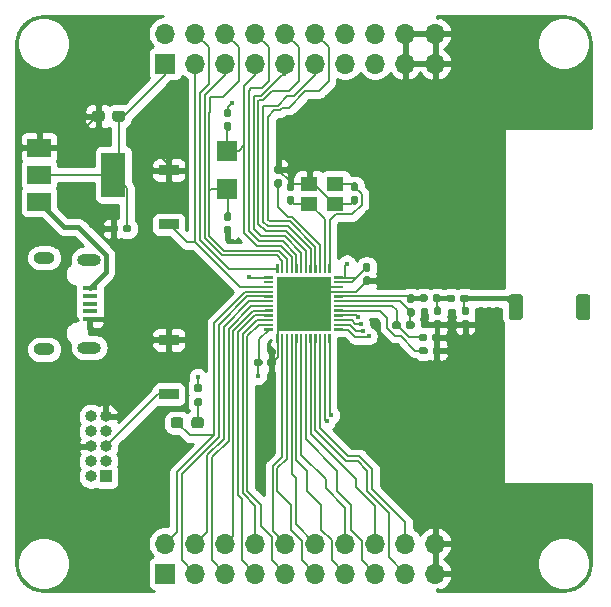
<source format=gbr>
%TF.GenerationSoftware,KiCad,Pcbnew,(5.1.12-1-10_14)*%
%TF.CreationDate,2022-01-30T11:33:22+08:00*%
%TF.ProjectId,nrf51822_devboard,6e726635-3138-4323-925f-646576626f61,rev?*%
%TF.SameCoordinates,Original*%
%TF.FileFunction,Copper,L1,Top*%
%TF.FilePolarity,Positive*%
%FSLAX46Y46*%
G04 Gerber Fmt 4.6, Leading zero omitted, Abs format (unit mm)*
G04 Created by KiCad (PCBNEW (5.1.12-1-10_14)) date 2022-01-30 11:33:22*
%MOMM*%
%LPD*%
G01*
G04 APERTURE LIST*
%TA.AperFunction,SMDPad,CuDef*%
%ADD10R,1.699997X0.899998*%
%TD*%
%TA.AperFunction,ComponentPad*%
%ADD11O,1.700000X1.700000*%
%TD*%
%TA.AperFunction,ComponentPad*%
%ADD12R,1.700000X1.700000*%
%TD*%
%TA.AperFunction,SMDPad,CuDef*%
%ADD13R,1.400000X1.200000*%
%TD*%
%TA.AperFunction,SMDPad,CuDef*%
%ADD14R,1.800000X1.750000*%
%TD*%
%TA.AperFunction,ComponentPad*%
%ADD15O,1.800000X1.000000*%
%TD*%
%TA.AperFunction,ComponentPad*%
%ADD16O,2.000000X1.000000*%
%TD*%
%TA.AperFunction,SMDPad,CuDef*%
%ADD17R,1.300000X0.450000*%
%TD*%
%TA.AperFunction,SMDPad,CuDef*%
%ADD18R,2.000000X1.500000*%
%TD*%
%TA.AperFunction,SMDPad,CuDef*%
%ADD19R,2.000000X3.800000*%
%TD*%
%TA.AperFunction,ComponentPad*%
%ADD20O,1.000000X1.000000*%
%TD*%
%TA.AperFunction,ComponentPad*%
%ADD21R,1.000000X1.000000*%
%TD*%
%TA.AperFunction,SMDPad,CuDef*%
%ADD22R,4.600000X4.600000*%
%TD*%
%TA.AperFunction,ViaPad*%
%ADD23C,0.450000*%
%TD*%
%TA.AperFunction,Conductor*%
%ADD24C,0.200000*%
%TD*%
%TA.AperFunction,Conductor*%
%ADD25C,0.450000*%
%TD*%
%TA.AperFunction,Conductor*%
%ADD26C,0.254000*%
%TD*%
%TA.AperFunction,Conductor*%
%ADD27C,0.100000*%
%TD*%
G04 APERTURE END LIST*
D10*
%TO.P,SW2,1*%
%TO.N,P0.30*%
X113600000Y-68299970D03*
%TO.P,SW2,2*%
%TO.N,GND*%
X113600000Y-63700030D03*
%TD*%
%TO.P,SW1,1*%
%TO.N,SWDIO*%
X113600000Y-82669970D03*
%TO.P,SW1,2*%
%TO.N,GND*%
X113600000Y-78070030D03*
%TD*%
%TO.P,R1,2*%
%TO.N,+3V3*%
%TA.AperFunction,SMDPad,CuDef*%
G36*
G01*
X116230000Y-82510000D02*
X115910000Y-82510000D01*
G75*
G02*
X115750000Y-82350000I0J160000D01*
G01*
X115750000Y-81955000D01*
G75*
G02*
X115910000Y-81795000I160000J0D01*
G01*
X116230000Y-81795000D01*
G75*
G02*
X116390000Y-81955000I0J-160000D01*
G01*
X116390000Y-82350000D01*
G75*
G02*
X116230000Y-82510000I-160000J0D01*
G01*
G37*
%TD.AperFunction*%
%TO.P,R1,1*%
%TO.N,Net-(D1-Pad2)*%
%TA.AperFunction,SMDPad,CuDef*%
G36*
G01*
X116230000Y-83705000D02*
X115910000Y-83705000D01*
G75*
G02*
X115750000Y-83545000I0J160000D01*
G01*
X115750000Y-83150000D01*
G75*
G02*
X115910000Y-82990000I160000J0D01*
G01*
X116230000Y-82990000D01*
G75*
G02*
X116390000Y-83150000I0J-160000D01*
G01*
X116390000Y-83545000D01*
G75*
G02*
X116230000Y-83705000I-160000J0D01*
G01*
G37*
%TD.AperFunction*%
%TD*%
%TO.P,D1,2*%
%TO.N,Net-(D1-Pad2)*%
%TA.AperFunction,SMDPad,CuDef*%
G36*
G01*
X115510000Y-85327500D02*
X115510000Y-84852500D01*
G75*
G02*
X115747500Y-84615000I237500J0D01*
G01*
X116322500Y-84615000D01*
G75*
G02*
X116560000Y-84852500I0J-237500D01*
G01*
X116560000Y-85327500D01*
G75*
G02*
X116322500Y-85565000I-237500J0D01*
G01*
X115747500Y-85565000D01*
G75*
G02*
X115510000Y-85327500I0J237500D01*
G01*
G37*
%TD.AperFunction*%
%TO.P,D1,1*%
%TO.N,P0.0*%
%TA.AperFunction,SMDPad,CuDef*%
G36*
G01*
X113760000Y-85327500D02*
X113760000Y-84852500D01*
G75*
G02*
X113997500Y-84615000I237500J0D01*
G01*
X114572500Y-84615000D01*
G75*
G02*
X114810000Y-84852500I0J-237500D01*
G01*
X114810000Y-85327500D01*
G75*
G02*
X114572500Y-85565000I-237500J0D01*
G01*
X113997500Y-85565000D01*
G75*
G02*
X113760000Y-85327500I0J237500D01*
G01*
G37*
%TD.AperFunction*%
%TD*%
D11*
%TO.P,J3,20*%
%TO.N,GND*%
X136150000Y-52140000D03*
%TO.P,J3,19*%
X136150000Y-54680000D03*
%TO.P,J3,18*%
X133610000Y-52140000D03*
%TO.P,J3,17*%
X133610000Y-54680000D03*
%TO.P,J3,16*%
%TO.N,P0.17*%
X131070000Y-52140000D03*
%TO.P,J3,15*%
%TO.N,P0.18*%
X131070000Y-54680000D03*
%TO.P,J3,14*%
%TO.N,P0.19*%
X128530000Y-52140000D03*
%TO.P,J3,13*%
%TO.N,P0.20*%
X128530000Y-54680000D03*
%TO.P,J3,12*%
%TO.N,P0.21*%
X125990000Y-52140000D03*
%TO.P,J3,11*%
%TO.N,P0.22*%
X125990000Y-54680000D03*
%TO.P,J3,10*%
%TO.N,P0.23*%
X123450000Y-52140000D03*
%TO.P,J3,9*%
%TO.N,P0.24*%
X123450000Y-54680000D03*
%TO.P,J3,8*%
%TO.N,P0.25*%
X120910000Y-52140000D03*
%TO.P,J3,7*%
%TO.N,P0.26*%
X120910000Y-54680000D03*
%TO.P,J3,6*%
%TO.N,P0.27*%
X118370000Y-52140000D03*
%TO.P,J3,5*%
%TO.N,P0.28*%
X118370000Y-54680000D03*
%TO.P,J3,4*%
%TO.N,P0.29*%
X115830000Y-52140000D03*
%TO.P,J3,3*%
%TO.N,P0.30*%
X115830000Y-54680000D03*
%TO.P,J3,2*%
%TO.N,+3V3*%
X113290000Y-52140000D03*
D12*
%TO.P,J3,1*%
X113290000Y-54680000D03*
%TD*%
D11*
%TO.P,J2,20*%
%TO.N,GND*%
X136150000Y-95320000D03*
%TO.P,J2,19*%
X136150000Y-97860000D03*
%TO.P,J2,18*%
%TO.N,P0.16*%
X133610000Y-95320000D03*
%TO.P,J2,17*%
%TO.N,P0.15*%
X133610000Y-97860000D03*
%TO.P,J2,16*%
%TO.N,P0.14*%
X131070000Y-95320000D03*
%TO.P,J2,15*%
%TO.N,P0.13*%
X131070000Y-97860000D03*
%TO.P,J2,14*%
%TO.N,P0.12*%
X128530000Y-95320000D03*
%TO.P,J2,13*%
%TO.N,P0.11*%
X128530000Y-97860000D03*
%TO.P,J2,12*%
%TO.N,P0.10*%
X125990000Y-95320000D03*
%TO.P,J2,11*%
%TO.N,P0.9*%
X125990000Y-97860000D03*
%TO.P,J2,10*%
%TO.N,P0.8*%
X123450000Y-95320000D03*
%TO.P,J2,9*%
%TO.N,P0.7*%
X123450000Y-97860000D03*
%TO.P,J2,8*%
%TO.N,P0.6*%
X120910000Y-95320000D03*
%TO.P,J2,7*%
%TO.N,P0.5*%
X120910000Y-97860000D03*
%TO.P,J2,6*%
%TO.N,P0.4*%
X118370000Y-95320000D03*
%TO.P,J2,5*%
%TO.N,P0.3*%
X118370000Y-97860000D03*
%TO.P,J2,4*%
%TO.N,P0.2*%
X115830000Y-95320000D03*
%TO.P,J2,3*%
%TO.N,P0.1*%
X115830000Y-97860000D03*
%TO.P,J2,2*%
%TO.N,P0.0*%
X113290000Y-95320000D03*
D12*
%TO.P,J2,1*%
%TO.N,+3V3*%
X113290000Y-97860000D03*
%TD*%
D13*
%TO.P,Y2,4*%
%TO.N,GND*%
X127700000Y-66540000D03*
%TO.P,Y2,3*%
%TO.N,Net-(C7-Pad1)*%
X125500000Y-66540000D03*
%TO.P,Y2,2*%
%TO.N,GND*%
X125500000Y-64840000D03*
%TO.P,Y2,1*%
%TO.N,Net-(C6-Pad1)*%
X127700000Y-64840000D03*
%TD*%
D14*
%TO.P,Y1,2*%
%TO.N,P0.27*%
X118510000Y-65325000D03*
%TO.P,Y1,1*%
%TO.N,P0.26*%
X118510000Y-62075000D03*
%TD*%
D15*
%TO.P,J1,0*%
%TO.N,Net-(J1-Pad0)*%
X103050000Y-78875000D03*
X103050000Y-71125000D03*
D16*
X106850000Y-78725000D03*
X106850000Y-71275000D03*
D17*
%TO.P,J1,5*%
%TO.N,GND*%
X106900000Y-76300000D03*
%TO.P,J1,4*%
%TO.N,N/C*%
X106900000Y-75650000D03*
%TO.P,J1,3*%
X106900000Y-75000000D03*
%TO.P,J1,2*%
X106900000Y-74350000D03*
%TO.P,J1,1*%
%TO.N,Net-(J1-Pad1)*%
X106900000Y-73700000D03*
%TD*%
D18*
%TO.P,U2,1*%
%TO.N,GND*%
X102610000Y-61790000D03*
%TO.P,U2,3*%
%TO.N,Net-(J1-Pad1)*%
X102610000Y-66390000D03*
%TO.P,U2,2*%
%TO.N,+3V3*%
X102610000Y-64090000D03*
D19*
X108910000Y-64090000D03*
%TD*%
D20*
%TO.P,CON1,9*%
%TO.N,GND*%
X108275000Y-84550000D03*
%TO.P,CON1,10*%
%TO.N,P0.4*%
X107005000Y-84550000D03*
%TO.P,CON1,7*%
%TO.N,SWCLK*%
X108275000Y-85820000D03*
%TO.P,CON1,8*%
%TO.N,P0.5*%
X107005000Y-85820000D03*
%TO.P,CON1,5*%
%TO.N,SWDIO*%
X108275000Y-87090000D03*
%TO.P,CON1,6*%
%TO.N,GND*%
X107005000Y-87090000D03*
%TO.P,CON1,3*%
%TO.N,+3V3*%
X108275000Y-88360000D03*
%TO.P,CON1,4*%
%TO.N,N/C*%
X107005000Y-88360000D03*
%TO.P,CON1,2*%
X107005000Y-89630000D03*
D21*
%TO.P,CON1,1*%
X108275000Y-89630000D03*
%TD*%
%TO.P,AE1,2*%
%TO.N,N/C*%
%TA.AperFunction,SMDPad,CuDef*%
G36*
G01*
X148080000Y-76150001D02*
X148080000Y-74449999D01*
G75*
G02*
X148329999Y-74200000I249999J0D01*
G01*
X149030001Y-74200000D01*
G75*
G02*
X149280000Y-74449999I0J-249999D01*
G01*
X149280000Y-76150001D01*
G75*
G02*
X149030001Y-76400000I-249999J0D01*
G01*
X148329999Y-76400000D01*
G75*
G02*
X148080000Y-76150001I0J249999D01*
G01*
G37*
%TD.AperFunction*%
%TO.P,AE1,1*%
%TO.N,Net-(AE1-Pad1)*%
%TA.AperFunction,SMDPad,CuDef*%
G36*
G01*
X142380000Y-76150001D02*
X142380000Y-74449999D01*
G75*
G02*
X142629999Y-74200000I249999J0D01*
G01*
X143330001Y-74200000D01*
G75*
G02*
X143580000Y-74449999I0J-249999D01*
G01*
X143580000Y-76150001D01*
G75*
G02*
X143330001Y-76400000I-249999J0D01*
G01*
X142629999Y-76400000D01*
G75*
G02*
X142380000Y-76150001I0J249999D01*
G01*
G37*
%TD.AperFunction*%
%TD*%
%TO.P,L3,2*%
%TO.N,Net-(C5-Pad2)*%
%TA.AperFunction,SMDPad,CuDef*%
G36*
G01*
X134240000Y-74980000D02*
X133920000Y-74980000D01*
G75*
G02*
X133760000Y-74820000I0J160000D01*
G01*
X133760000Y-74375000D01*
G75*
G02*
X133920000Y-74215000I160000J0D01*
G01*
X134240000Y-74215000D01*
G75*
G02*
X134400000Y-74375000I0J-160000D01*
G01*
X134400000Y-74820000D01*
G75*
G02*
X134240000Y-74980000I-160000J0D01*
G01*
G37*
%TD.AperFunction*%
%TO.P,L3,1*%
%TO.N,Net-(L2-Pad2)*%
%TA.AperFunction,SMDPad,CuDef*%
G36*
G01*
X134240000Y-76125000D02*
X133920000Y-76125000D01*
G75*
G02*
X133760000Y-75965000I0J160000D01*
G01*
X133760000Y-75520000D01*
G75*
G02*
X133920000Y-75360000I160000J0D01*
G01*
X134240000Y-75360000D01*
G75*
G02*
X134400000Y-75520000I0J-160000D01*
G01*
X134400000Y-75965000D01*
G75*
G02*
X134240000Y-76125000I-160000J0D01*
G01*
G37*
%TD.AperFunction*%
%TD*%
%TO.P,L2,2*%
%TO.N,Net-(L2-Pad2)*%
%TA.AperFunction,SMDPad,CuDef*%
G36*
G01*
X133640000Y-76990000D02*
X133640000Y-76670000D01*
G75*
G02*
X133800000Y-76510000I160000J0D01*
G01*
X134245000Y-76510000D01*
G75*
G02*
X134405000Y-76670000I0J-160000D01*
G01*
X134405000Y-76990000D01*
G75*
G02*
X134245000Y-77150000I-160000J0D01*
G01*
X133800000Y-77150000D01*
G75*
G02*
X133640000Y-76990000I0J160000D01*
G01*
G37*
%TD.AperFunction*%
%TO.P,L2,1*%
%TO.N,VDD_PA*%
%TA.AperFunction,SMDPad,CuDef*%
G36*
G01*
X132495000Y-76990000D02*
X132495000Y-76670000D01*
G75*
G02*
X132655000Y-76510000I160000J0D01*
G01*
X133100000Y-76510000D01*
G75*
G02*
X133260000Y-76670000I0J-160000D01*
G01*
X133260000Y-76990000D01*
G75*
G02*
X133100000Y-77150000I-160000J0D01*
G01*
X132655000Y-77150000D01*
G75*
G02*
X132495000Y-76990000I0J160000D01*
G01*
G37*
%TD.AperFunction*%
%TD*%
%TO.P,L1,2*%
%TO.N,Net-(C2-Pad1)*%
%TA.AperFunction,SMDPad,CuDef*%
G36*
G01*
X137850000Y-74400000D02*
X137850000Y-74720000D01*
G75*
G02*
X137690000Y-74880000I-160000J0D01*
G01*
X137245000Y-74880000D01*
G75*
G02*
X137085000Y-74720000I0J160000D01*
G01*
X137085000Y-74400000D01*
G75*
G02*
X137245000Y-74240000I160000J0D01*
G01*
X137690000Y-74240000D01*
G75*
G02*
X137850000Y-74400000I0J-160000D01*
G01*
G37*
%TD.AperFunction*%
%TO.P,L1,1*%
%TO.N,Net-(AE1-Pad1)*%
%TA.AperFunction,SMDPad,CuDef*%
G36*
G01*
X138995000Y-74400000D02*
X138995000Y-74720000D01*
G75*
G02*
X138835000Y-74880000I-160000J0D01*
G01*
X138390000Y-74880000D01*
G75*
G02*
X138230000Y-74720000I0J160000D01*
G01*
X138230000Y-74400000D01*
G75*
G02*
X138390000Y-74240000I160000J0D01*
G01*
X138835000Y-74240000D01*
G75*
G02*
X138995000Y-74400000I0J-160000D01*
G01*
G37*
%TD.AperFunction*%
%TD*%
%TO.P,C14,2*%
%TO.N,+3V3*%
%TA.AperFunction,SMDPad,CuDef*%
G36*
G01*
X108815000Y-59367500D02*
X108815000Y-58892500D01*
G75*
G02*
X109052500Y-58655000I237500J0D01*
G01*
X109652500Y-58655000D01*
G75*
G02*
X109890000Y-58892500I0J-237500D01*
G01*
X109890000Y-59367500D01*
G75*
G02*
X109652500Y-59605000I-237500J0D01*
G01*
X109052500Y-59605000D01*
G75*
G02*
X108815000Y-59367500I0J237500D01*
G01*
G37*
%TD.AperFunction*%
%TO.P,C14,1*%
%TO.N,GND*%
%TA.AperFunction,SMDPad,CuDef*%
G36*
G01*
X107090000Y-59367500D02*
X107090000Y-58892500D01*
G75*
G02*
X107327500Y-58655000I237500J0D01*
G01*
X107927500Y-58655000D01*
G75*
G02*
X108165000Y-58892500I0J-237500D01*
G01*
X108165000Y-59367500D01*
G75*
G02*
X107927500Y-59605000I-237500J0D01*
G01*
X107327500Y-59605000D01*
G75*
G02*
X107090000Y-59367500I0J237500D01*
G01*
G37*
%TD.AperFunction*%
%TD*%
%TO.P,C13,2*%
%TO.N,+3V3*%
%TA.AperFunction,SMDPad,CuDef*%
G36*
G01*
X121532500Y-79835000D02*
X121532500Y-80145000D01*
G75*
G02*
X121377500Y-80300000I-155000J0D01*
G01*
X120952500Y-80300000D01*
G75*
G02*
X120797500Y-80145000I0J155000D01*
G01*
X120797500Y-79835000D01*
G75*
G02*
X120952500Y-79680000I155000J0D01*
G01*
X121377500Y-79680000D01*
G75*
G02*
X121532500Y-79835000I0J-155000D01*
G01*
G37*
%TD.AperFunction*%
%TO.P,C13,1*%
%TO.N,GND*%
%TA.AperFunction,SMDPad,CuDef*%
G36*
G01*
X122667500Y-79835000D02*
X122667500Y-80145000D01*
G75*
G02*
X122512500Y-80300000I-155000J0D01*
G01*
X122087500Y-80300000D01*
G75*
G02*
X121932500Y-80145000I0J155000D01*
G01*
X121932500Y-79835000D01*
G75*
G02*
X122087500Y-79680000I155000J0D01*
G01*
X122512500Y-79680000D01*
G75*
G02*
X122667500Y-79835000I0J-155000D01*
G01*
G37*
%TD.AperFunction*%
%TD*%
%TO.P,C12,2*%
%TO.N,+3V3*%
%TA.AperFunction,SMDPad,CuDef*%
G36*
G01*
X130505000Y-72300000D02*
X130195000Y-72300000D01*
G75*
G02*
X130040000Y-72145000I0J155000D01*
G01*
X130040000Y-71720000D01*
G75*
G02*
X130195000Y-71565000I155000J0D01*
G01*
X130505000Y-71565000D01*
G75*
G02*
X130660000Y-71720000I0J-155000D01*
G01*
X130660000Y-72145000D01*
G75*
G02*
X130505000Y-72300000I-155000J0D01*
G01*
G37*
%TD.AperFunction*%
%TO.P,C12,1*%
%TO.N,GND*%
%TA.AperFunction,SMDPad,CuDef*%
G36*
G01*
X130505000Y-73435000D02*
X130195000Y-73435000D01*
G75*
G02*
X130040000Y-73280000I0J155000D01*
G01*
X130040000Y-72855000D01*
G75*
G02*
X130195000Y-72700000I155000J0D01*
G01*
X130505000Y-72700000D01*
G75*
G02*
X130660000Y-72855000I0J-155000D01*
G01*
X130660000Y-73280000D01*
G75*
G02*
X130505000Y-73435000I-155000J0D01*
G01*
G37*
%TD.AperFunction*%
%TD*%
%TO.P,C11,2*%
%TO.N,+3V3*%
%TA.AperFunction,SMDPad,CuDef*%
G36*
G01*
X109690000Y-68815000D02*
X109690000Y-68505000D01*
G75*
G02*
X109845000Y-68350000I155000J0D01*
G01*
X110270000Y-68350000D01*
G75*
G02*
X110425000Y-68505000I0J-155000D01*
G01*
X110425000Y-68815000D01*
G75*
G02*
X110270000Y-68970000I-155000J0D01*
G01*
X109845000Y-68970000D01*
G75*
G02*
X109690000Y-68815000I0J155000D01*
G01*
G37*
%TD.AperFunction*%
%TO.P,C11,1*%
%TO.N,GND*%
%TA.AperFunction,SMDPad,CuDef*%
G36*
G01*
X108555000Y-68815000D02*
X108555000Y-68505000D01*
G75*
G02*
X108710000Y-68350000I155000J0D01*
G01*
X109135000Y-68350000D01*
G75*
G02*
X109290000Y-68505000I0J-155000D01*
G01*
X109290000Y-68815000D01*
G75*
G02*
X109135000Y-68970000I-155000J0D01*
G01*
X108710000Y-68970000D01*
G75*
G02*
X108555000Y-68815000I0J155000D01*
G01*
G37*
%TD.AperFunction*%
%TD*%
%TO.P,C10,2*%
%TO.N,GND*%
%TA.AperFunction,SMDPad,CuDef*%
G36*
G01*
X122995000Y-64040000D02*
X122685000Y-64040000D01*
G75*
G02*
X122530000Y-63885000I0J155000D01*
G01*
X122530000Y-63460000D01*
G75*
G02*
X122685000Y-63305000I155000J0D01*
G01*
X122995000Y-63305000D01*
G75*
G02*
X123150000Y-63460000I0J-155000D01*
G01*
X123150000Y-63885000D01*
G75*
G02*
X122995000Y-64040000I-155000J0D01*
G01*
G37*
%TD.AperFunction*%
%TO.P,C10,1*%
%TO.N,Net-(C10-Pad1)*%
%TA.AperFunction,SMDPad,CuDef*%
G36*
G01*
X122995000Y-65175000D02*
X122685000Y-65175000D01*
G75*
G02*
X122530000Y-65020000I0J155000D01*
G01*
X122530000Y-64595000D01*
G75*
G02*
X122685000Y-64440000I155000J0D01*
G01*
X122995000Y-64440000D01*
G75*
G02*
X123150000Y-64595000I0J-155000D01*
G01*
X123150000Y-65020000D01*
G75*
G02*
X122995000Y-65175000I-155000J0D01*
G01*
G37*
%TD.AperFunction*%
%TD*%
%TO.P,C9,2*%
%TO.N,GND*%
%TA.AperFunction,SMDPad,CuDef*%
G36*
G01*
X135920000Y-79145000D02*
X135920000Y-78835000D01*
G75*
G02*
X136075000Y-78680000I155000J0D01*
G01*
X136500000Y-78680000D01*
G75*
G02*
X136655000Y-78835000I0J-155000D01*
G01*
X136655000Y-79145000D01*
G75*
G02*
X136500000Y-79300000I-155000J0D01*
G01*
X136075000Y-79300000D01*
G75*
G02*
X135920000Y-79145000I0J155000D01*
G01*
G37*
%TD.AperFunction*%
%TO.P,C9,1*%
%TO.N,Net-(C9-Pad1)*%
%TA.AperFunction,SMDPad,CuDef*%
G36*
G01*
X134785000Y-79145000D02*
X134785000Y-78835000D01*
G75*
G02*
X134940000Y-78680000I155000J0D01*
G01*
X135365000Y-78680000D01*
G75*
G02*
X135520000Y-78835000I0J-155000D01*
G01*
X135520000Y-79145000D01*
G75*
G02*
X135365000Y-79300000I-155000J0D01*
G01*
X134940000Y-79300000D01*
G75*
G02*
X134785000Y-79145000I0J155000D01*
G01*
G37*
%TD.AperFunction*%
%TD*%
%TO.P,C8,2*%
%TO.N,GND*%
%TA.AperFunction,SMDPad,CuDef*%
G36*
G01*
X135890000Y-78025000D02*
X135890000Y-77715000D01*
G75*
G02*
X136045000Y-77560000I155000J0D01*
G01*
X136470000Y-77560000D01*
G75*
G02*
X136625000Y-77715000I0J-155000D01*
G01*
X136625000Y-78025000D01*
G75*
G02*
X136470000Y-78180000I-155000J0D01*
G01*
X136045000Y-78180000D01*
G75*
G02*
X135890000Y-78025000I0J155000D01*
G01*
G37*
%TD.AperFunction*%
%TO.P,C8,1*%
%TO.N,VDD_PA*%
%TA.AperFunction,SMDPad,CuDef*%
G36*
G01*
X134755000Y-78025000D02*
X134755000Y-77715000D01*
G75*
G02*
X134910000Y-77560000I155000J0D01*
G01*
X135335000Y-77560000D01*
G75*
G02*
X135490000Y-77715000I0J-155000D01*
G01*
X135490000Y-78025000D01*
G75*
G02*
X135335000Y-78180000I-155000J0D01*
G01*
X134910000Y-78180000D01*
G75*
G02*
X134755000Y-78025000I0J155000D01*
G01*
G37*
%TD.AperFunction*%
%TD*%
%TO.P,C7,2*%
%TO.N,GND*%
%TA.AperFunction,SMDPad,CuDef*%
G36*
G01*
X124055000Y-65480000D02*
X123745000Y-65480000D01*
G75*
G02*
X123590000Y-65325000I0J155000D01*
G01*
X123590000Y-64900000D01*
G75*
G02*
X123745000Y-64745000I155000J0D01*
G01*
X124055000Y-64745000D01*
G75*
G02*
X124210000Y-64900000I0J-155000D01*
G01*
X124210000Y-65325000D01*
G75*
G02*
X124055000Y-65480000I-155000J0D01*
G01*
G37*
%TD.AperFunction*%
%TO.P,C7,1*%
%TO.N,Net-(C7-Pad1)*%
%TA.AperFunction,SMDPad,CuDef*%
G36*
G01*
X124055000Y-66615000D02*
X123745000Y-66615000D01*
G75*
G02*
X123590000Y-66460000I0J155000D01*
G01*
X123590000Y-66035000D01*
G75*
G02*
X123745000Y-65880000I155000J0D01*
G01*
X124055000Y-65880000D01*
G75*
G02*
X124210000Y-66035000I0J-155000D01*
G01*
X124210000Y-66460000D01*
G75*
G02*
X124055000Y-66615000I-155000J0D01*
G01*
G37*
%TD.AperFunction*%
%TD*%
%TO.P,C6,2*%
%TO.N,GND*%
%TA.AperFunction,SMDPad,CuDef*%
G36*
G01*
X129155000Y-65880000D02*
X129465000Y-65880000D01*
G75*
G02*
X129620000Y-66035000I0J-155000D01*
G01*
X129620000Y-66460000D01*
G75*
G02*
X129465000Y-66615000I-155000J0D01*
G01*
X129155000Y-66615000D01*
G75*
G02*
X129000000Y-66460000I0J155000D01*
G01*
X129000000Y-66035000D01*
G75*
G02*
X129155000Y-65880000I155000J0D01*
G01*
G37*
%TD.AperFunction*%
%TO.P,C6,1*%
%TO.N,Net-(C6-Pad1)*%
%TA.AperFunction,SMDPad,CuDef*%
G36*
G01*
X129155000Y-64745000D02*
X129465000Y-64745000D01*
G75*
G02*
X129620000Y-64900000I0J-155000D01*
G01*
X129620000Y-65325000D01*
G75*
G02*
X129465000Y-65480000I-155000J0D01*
G01*
X129155000Y-65480000D01*
G75*
G02*
X129000000Y-65325000I0J155000D01*
G01*
X129000000Y-64900000D01*
G75*
G02*
X129155000Y-64745000I155000J0D01*
G01*
G37*
%TD.AperFunction*%
%TD*%
%TO.P,C5,2*%
%TO.N,Net-(C5-Pad2)*%
%TA.AperFunction,SMDPad,CuDef*%
G36*
G01*
X135530000Y-74385000D02*
X135530000Y-74695000D01*
G75*
G02*
X135375000Y-74850000I-155000J0D01*
G01*
X134950000Y-74850000D01*
G75*
G02*
X134795000Y-74695000I0J155000D01*
G01*
X134795000Y-74385000D01*
G75*
G02*
X134950000Y-74230000I155000J0D01*
G01*
X135375000Y-74230000D01*
G75*
G02*
X135530000Y-74385000I0J-155000D01*
G01*
G37*
%TD.AperFunction*%
%TO.P,C5,1*%
%TO.N,Net-(C2-Pad1)*%
%TA.AperFunction,SMDPad,CuDef*%
G36*
G01*
X136665000Y-74385000D02*
X136665000Y-74695000D01*
G75*
G02*
X136510000Y-74850000I-155000J0D01*
G01*
X136085000Y-74850000D01*
G75*
G02*
X135930000Y-74695000I0J155000D01*
G01*
X135930000Y-74385000D01*
G75*
G02*
X136085000Y-74230000I155000J0D01*
G01*
X136510000Y-74230000D01*
G75*
G02*
X136665000Y-74385000I0J-155000D01*
G01*
G37*
%TD.AperFunction*%
%TD*%
%TO.P,C4,2*%
%TO.N,GND*%
%TA.AperFunction,SMDPad,CuDef*%
G36*
G01*
X118425000Y-68400000D02*
X118735000Y-68400000D01*
G75*
G02*
X118890000Y-68555000I0J-155000D01*
G01*
X118890000Y-68980000D01*
G75*
G02*
X118735000Y-69135000I-155000J0D01*
G01*
X118425000Y-69135000D01*
G75*
G02*
X118270000Y-68980000I0J155000D01*
G01*
X118270000Y-68555000D01*
G75*
G02*
X118425000Y-68400000I155000J0D01*
G01*
G37*
%TD.AperFunction*%
%TO.P,C4,1*%
%TO.N,P0.27*%
%TA.AperFunction,SMDPad,CuDef*%
G36*
G01*
X118425000Y-67265000D02*
X118735000Y-67265000D01*
G75*
G02*
X118890000Y-67420000I0J-155000D01*
G01*
X118890000Y-67845000D01*
G75*
G02*
X118735000Y-68000000I-155000J0D01*
G01*
X118425000Y-68000000D01*
G75*
G02*
X118270000Y-67845000I0J155000D01*
G01*
X118270000Y-67420000D01*
G75*
G02*
X118425000Y-67265000I155000J0D01*
G01*
G37*
%TD.AperFunction*%
%TD*%
%TO.P,C3,2*%
%TO.N,GND*%
%TA.AperFunction,SMDPad,CuDef*%
G36*
G01*
X118725000Y-59220000D02*
X118415000Y-59220000D01*
G75*
G02*
X118260000Y-59065000I0J155000D01*
G01*
X118260000Y-58640000D01*
G75*
G02*
X118415000Y-58485000I155000J0D01*
G01*
X118725000Y-58485000D01*
G75*
G02*
X118880000Y-58640000I0J-155000D01*
G01*
X118880000Y-59065000D01*
G75*
G02*
X118725000Y-59220000I-155000J0D01*
G01*
G37*
%TD.AperFunction*%
%TO.P,C3,1*%
%TO.N,P0.26*%
%TA.AperFunction,SMDPad,CuDef*%
G36*
G01*
X118725000Y-60355000D02*
X118415000Y-60355000D01*
G75*
G02*
X118260000Y-60200000I0J155000D01*
G01*
X118260000Y-59775000D01*
G75*
G02*
X118415000Y-59620000I155000J0D01*
G01*
X118725000Y-59620000D01*
G75*
G02*
X118880000Y-59775000I0J-155000D01*
G01*
X118880000Y-60200000D01*
G75*
G02*
X118725000Y-60355000I-155000J0D01*
G01*
G37*
%TD.AperFunction*%
%TD*%
%TO.P,C2,2*%
%TO.N,GND*%
%TA.AperFunction,SMDPad,CuDef*%
G36*
G01*
X136195000Y-76380000D02*
X136505000Y-76380000D01*
G75*
G02*
X136660000Y-76535000I0J-155000D01*
G01*
X136660000Y-76960000D01*
G75*
G02*
X136505000Y-77115000I-155000J0D01*
G01*
X136195000Y-77115000D01*
G75*
G02*
X136040000Y-76960000I0J155000D01*
G01*
X136040000Y-76535000D01*
G75*
G02*
X136195000Y-76380000I155000J0D01*
G01*
G37*
%TD.AperFunction*%
%TO.P,C2,1*%
%TO.N,Net-(C2-Pad1)*%
%TA.AperFunction,SMDPad,CuDef*%
G36*
G01*
X136195000Y-75245000D02*
X136505000Y-75245000D01*
G75*
G02*
X136660000Y-75400000I0J-155000D01*
G01*
X136660000Y-75825000D01*
G75*
G02*
X136505000Y-75980000I-155000J0D01*
G01*
X136195000Y-75980000D01*
G75*
G02*
X136040000Y-75825000I0J155000D01*
G01*
X136040000Y-75400000D01*
G75*
G02*
X136195000Y-75245000I155000J0D01*
G01*
G37*
%TD.AperFunction*%
%TD*%
%TO.P,C1,2*%
%TO.N,GND*%
%TA.AperFunction,SMDPad,CuDef*%
G36*
G01*
X138535000Y-76390000D02*
X138845000Y-76390000D01*
G75*
G02*
X139000000Y-76545000I0J-155000D01*
G01*
X139000000Y-76970000D01*
G75*
G02*
X138845000Y-77125000I-155000J0D01*
G01*
X138535000Y-77125000D01*
G75*
G02*
X138380000Y-76970000I0J155000D01*
G01*
X138380000Y-76545000D01*
G75*
G02*
X138535000Y-76390000I155000J0D01*
G01*
G37*
%TD.AperFunction*%
%TO.P,C1,1*%
%TO.N,Net-(AE1-Pad1)*%
%TA.AperFunction,SMDPad,CuDef*%
G36*
G01*
X138535000Y-75255000D02*
X138845000Y-75255000D01*
G75*
G02*
X139000000Y-75410000I0J-155000D01*
G01*
X139000000Y-75835000D01*
G75*
G02*
X138845000Y-75990000I-155000J0D01*
G01*
X138535000Y-75990000D01*
G75*
G02*
X138380000Y-75835000I0J155000D01*
G01*
X138380000Y-75410000D01*
G75*
G02*
X138535000Y-75255000I155000J0D01*
G01*
G37*
%TD.AperFunction*%
%TD*%
D22*
%TO.P,U1,49*%
%TO.N,GND*%
X125000000Y-75000000D03*
%TO.P,U1,48*%
%TO.N,P0.29*%
%TA.AperFunction,SMDPad,CuDef*%
G36*
G01*
X122700000Y-72400000D02*
X122700000Y-71700000D01*
G75*
G02*
X122750000Y-71650000I50000J0D01*
G01*
X122850000Y-71650000D01*
G75*
G02*
X122900000Y-71700000I0J-50000D01*
G01*
X122900000Y-72400000D01*
G75*
G02*
X122850000Y-72450000I-50000J0D01*
G01*
X122750000Y-72450000D01*
G75*
G02*
X122700000Y-72400000I0J50000D01*
G01*
G37*
%TD.AperFunction*%
%TO.P,U1,47*%
%TO.N,P0.28*%
%TA.AperFunction,SMDPad,CuDef*%
G36*
G01*
X123100000Y-72400000D02*
X123100000Y-71700000D01*
G75*
G02*
X123150000Y-71650000I50000J0D01*
G01*
X123250000Y-71650000D01*
G75*
G02*
X123300000Y-71700000I0J-50000D01*
G01*
X123300000Y-72400000D01*
G75*
G02*
X123250000Y-72450000I-50000J0D01*
G01*
X123150000Y-72450000D01*
G75*
G02*
X123100000Y-72400000I0J50000D01*
G01*
G37*
%TD.AperFunction*%
%TO.P,U1,46*%
%TO.N,P0.27*%
%TA.AperFunction,SMDPad,CuDef*%
G36*
G01*
X123500000Y-72400000D02*
X123500000Y-71700000D01*
G75*
G02*
X123550000Y-71650000I50000J0D01*
G01*
X123650000Y-71650000D01*
G75*
G02*
X123700000Y-71700000I0J-50000D01*
G01*
X123700000Y-72400000D01*
G75*
G02*
X123650000Y-72450000I-50000J0D01*
G01*
X123550000Y-72450000D01*
G75*
G02*
X123500000Y-72400000I0J50000D01*
G01*
G37*
%TD.AperFunction*%
%TO.P,U1,45*%
%TO.N,P0.26*%
%TA.AperFunction,SMDPad,CuDef*%
G36*
G01*
X123900000Y-72400000D02*
X123900000Y-71700000D01*
G75*
G02*
X123950000Y-71650000I50000J0D01*
G01*
X124050000Y-71650000D01*
G75*
G02*
X124100000Y-71700000I0J-50000D01*
G01*
X124100000Y-72400000D01*
G75*
G02*
X124050000Y-72450000I-50000J0D01*
G01*
X123950000Y-72450000D01*
G75*
G02*
X123900000Y-72400000I0J50000D01*
G01*
G37*
%TD.AperFunction*%
%TO.P,U1,44*%
%TO.N,P0.25*%
%TA.AperFunction,SMDPad,CuDef*%
G36*
G01*
X124300000Y-72400000D02*
X124300000Y-71700000D01*
G75*
G02*
X124350000Y-71650000I50000J0D01*
G01*
X124450000Y-71650000D01*
G75*
G02*
X124500000Y-71700000I0J-50000D01*
G01*
X124500000Y-72400000D01*
G75*
G02*
X124450000Y-72450000I-50000J0D01*
G01*
X124350000Y-72450000D01*
G75*
G02*
X124300000Y-72400000I0J50000D01*
G01*
G37*
%TD.AperFunction*%
%TO.P,U1,43*%
%TO.N,P0.24*%
%TA.AperFunction,SMDPad,CuDef*%
G36*
G01*
X124700000Y-72400000D02*
X124700000Y-71700000D01*
G75*
G02*
X124750000Y-71650000I50000J0D01*
G01*
X124850000Y-71650000D01*
G75*
G02*
X124900000Y-71700000I0J-50000D01*
G01*
X124900000Y-72400000D01*
G75*
G02*
X124850000Y-72450000I-50000J0D01*
G01*
X124750000Y-72450000D01*
G75*
G02*
X124700000Y-72400000I0J50000D01*
G01*
G37*
%TD.AperFunction*%
%TO.P,U1,42*%
%TO.N,P0.23*%
%TA.AperFunction,SMDPad,CuDef*%
G36*
G01*
X125100000Y-72400000D02*
X125100000Y-71700000D01*
G75*
G02*
X125150000Y-71650000I50000J0D01*
G01*
X125250000Y-71650000D01*
G75*
G02*
X125300000Y-71700000I0J-50000D01*
G01*
X125300000Y-72400000D01*
G75*
G02*
X125250000Y-72450000I-50000J0D01*
G01*
X125150000Y-72450000D01*
G75*
G02*
X125100000Y-72400000I0J50000D01*
G01*
G37*
%TD.AperFunction*%
%TO.P,U1,41*%
%TO.N,P0.22*%
%TA.AperFunction,SMDPad,CuDef*%
G36*
G01*
X125500000Y-72400000D02*
X125500000Y-71700000D01*
G75*
G02*
X125550000Y-71650000I50000J0D01*
G01*
X125650000Y-71650000D01*
G75*
G02*
X125700000Y-71700000I0J-50000D01*
G01*
X125700000Y-72400000D01*
G75*
G02*
X125650000Y-72450000I-50000J0D01*
G01*
X125550000Y-72450000D01*
G75*
G02*
X125500000Y-72400000I0J50000D01*
G01*
G37*
%TD.AperFunction*%
%TO.P,U1,40*%
%TO.N,P0.21*%
%TA.AperFunction,SMDPad,CuDef*%
G36*
G01*
X125900000Y-72400000D02*
X125900000Y-71700000D01*
G75*
G02*
X125950000Y-71650000I50000J0D01*
G01*
X126050000Y-71650000D01*
G75*
G02*
X126100000Y-71700000I0J-50000D01*
G01*
X126100000Y-72400000D01*
G75*
G02*
X126050000Y-72450000I-50000J0D01*
G01*
X125950000Y-72450000D01*
G75*
G02*
X125900000Y-72400000I0J50000D01*
G01*
G37*
%TD.AperFunction*%
%TO.P,U1,39*%
%TO.N,Net-(C10-Pad1)*%
%TA.AperFunction,SMDPad,CuDef*%
G36*
G01*
X126300000Y-72400000D02*
X126300000Y-71700000D01*
G75*
G02*
X126350000Y-71650000I50000J0D01*
G01*
X126450000Y-71650000D01*
G75*
G02*
X126500000Y-71700000I0J-50000D01*
G01*
X126500000Y-72400000D01*
G75*
G02*
X126450000Y-72450000I-50000J0D01*
G01*
X126350000Y-72450000D01*
G75*
G02*
X126300000Y-72400000I0J50000D01*
G01*
G37*
%TD.AperFunction*%
%TO.P,U1,38*%
%TO.N,Net-(C7-Pad1)*%
%TA.AperFunction,SMDPad,CuDef*%
G36*
G01*
X126700000Y-72400000D02*
X126700000Y-71700000D01*
G75*
G02*
X126750000Y-71650000I50000J0D01*
G01*
X126850000Y-71650000D01*
G75*
G02*
X126900000Y-71700000I0J-50000D01*
G01*
X126900000Y-72400000D01*
G75*
G02*
X126850000Y-72450000I-50000J0D01*
G01*
X126750000Y-72450000D01*
G75*
G02*
X126700000Y-72400000I0J50000D01*
G01*
G37*
%TD.AperFunction*%
%TO.P,U1,37*%
%TO.N,Net-(C6-Pad1)*%
%TA.AperFunction,SMDPad,CuDef*%
G36*
G01*
X127100000Y-72400000D02*
X127100000Y-71700000D01*
G75*
G02*
X127150000Y-71650000I50000J0D01*
G01*
X127250000Y-71650000D01*
G75*
G02*
X127300000Y-71700000I0J-50000D01*
G01*
X127300000Y-72400000D01*
G75*
G02*
X127250000Y-72450000I-50000J0D01*
G01*
X127150000Y-72450000D01*
G75*
G02*
X127100000Y-72400000I0J50000D01*
G01*
G37*
%TD.AperFunction*%
%TO.P,U1,36*%
%TO.N,+3V3*%
%TA.AperFunction,SMDPad,CuDef*%
G36*
G01*
X127550000Y-72850000D02*
X127550000Y-72750000D01*
G75*
G02*
X127600000Y-72700000I50000J0D01*
G01*
X128300000Y-72700000D01*
G75*
G02*
X128350000Y-72750000I0J-50000D01*
G01*
X128350000Y-72850000D01*
G75*
G02*
X128300000Y-72900000I-50000J0D01*
G01*
X127600000Y-72900000D01*
G75*
G02*
X127550000Y-72850000I0J50000D01*
G01*
G37*
%TD.AperFunction*%
%TO.P,U1,35*%
%TA.AperFunction,SMDPad,CuDef*%
G36*
G01*
X127550000Y-73250000D02*
X127550000Y-73150000D01*
G75*
G02*
X127600000Y-73100000I50000J0D01*
G01*
X128300000Y-73100000D01*
G75*
G02*
X128350000Y-73150000I0J-50000D01*
G01*
X128350000Y-73250000D01*
G75*
G02*
X128300000Y-73300000I-50000J0D01*
G01*
X127600000Y-73300000D01*
G75*
G02*
X127550000Y-73250000I0J50000D01*
G01*
G37*
%TD.AperFunction*%
%TO.P,U1,34*%
%TO.N,GND*%
%TA.AperFunction,SMDPad,CuDef*%
G36*
G01*
X127550000Y-73650000D02*
X127550000Y-73550000D01*
G75*
G02*
X127600000Y-73500000I50000J0D01*
G01*
X128300000Y-73500000D01*
G75*
G02*
X128350000Y-73550000I0J-50000D01*
G01*
X128350000Y-73650000D01*
G75*
G02*
X128300000Y-73700000I-50000J0D01*
G01*
X127600000Y-73700000D01*
G75*
G02*
X127550000Y-73650000I0J50000D01*
G01*
G37*
%TD.AperFunction*%
%TO.P,U1,33*%
%TA.AperFunction,SMDPad,CuDef*%
G36*
G01*
X127550000Y-74050000D02*
X127550000Y-73950000D01*
G75*
G02*
X127600000Y-73900000I50000J0D01*
G01*
X128300000Y-73900000D01*
G75*
G02*
X128350000Y-73950000I0J-50000D01*
G01*
X128350000Y-74050000D01*
G75*
G02*
X128300000Y-74100000I-50000J0D01*
G01*
X127600000Y-74100000D01*
G75*
G02*
X127550000Y-74050000I0J50000D01*
G01*
G37*
%TD.AperFunction*%
%TO.P,U1,32*%
%TO.N,Net-(C5-Pad2)*%
%TA.AperFunction,SMDPad,CuDef*%
G36*
G01*
X127550000Y-74450000D02*
X127550000Y-74350000D01*
G75*
G02*
X127600000Y-74300000I50000J0D01*
G01*
X128300000Y-74300000D01*
G75*
G02*
X128350000Y-74350000I0J-50000D01*
G01*
X128350000Y-74450000D01*
G75*
G02*
X128300000Y-74500000I-50000J0D01*
G01*
X127600000Y-74500000D01*
G75*
G02*
X127550000Y-74450000I0J50000D01*
G01*
G37*
%TD.AperFunction*%
%TO.P,U1,31*%
%TO.N,Net-(L2-Pad2)*%
%TA.AperFunction,SMDPad,CuDef*%
G36*
G01*
X127550000Y-74850000D02*
X127550000Y-74750000D01*
G75*
G02*
X127600000Y-74700000I50000J0D01*
G01*
X128300000Y-74700000D01*
G75*
G02*
X128350000Y-74750000I0J-50000D01*
G01*
X128350000Y-74850000D01*
G75*
G02*
X128300000Y-74900000I-50000J0D01*
G01*
X127600000Y-74900000D01*
G75*
G02*
X127550000Y-74850000I0J50000D01*
G01*
G37*
%TD.AperFunction*%
%TO.P,U1,30*%
%TO.N,VDD_PA*%
%TA.AperFunction,SMDPad,CuDef*%
G36*
G01*
X127550000Y-75250000D02*
X127550000Y-75150000D01*
G75*
G02*
X127600000Y-75100000I50000J0D01*
G01*
X128300000Y-75100000D01*
G75*
G02*
X128350000Y-75150000I0J-50000D01*
G01*
X128350000Y-75250000D01*
G75*
G02*
X128300000Y-75300000I-50000J0D01*
G01*
X127600000Y-75300000D01*
G75*
G02*
X127550000Y-75250000I0J50000D01*
G01*
G37*
%TD.AperFunction*%
%TO.P,U1,29*%
%TO.N,Net-(C9-Pad1)*%
%TA.AperFunction,SMDPad,CuDef*%
G36*
G01*
X127550000Y-75650000D02*
X127550000Y-75550000D01*
G75*
G02*
X127600000Y-75500000I50000J0D01*
G01*
X128300000Y-75500000D01*
G75*
G02*
X128350000Y-75550000I0J-50000D01*
G01*
X128350000Y-75650000D01*
G75*
G02*
X128300000Y-75700000I-50000J0D01*
G01*
X127600000Y-75700000D01*
G75*
G02*
X127550000Y-75650000I0J50000D01*
G01*
G37*
%TD.AperFunction*%
%TO.P,U1,28*%
%TO.N,P0.20*%
%TA.AperFunction,SMDPad,CuDef*%
G36*
G01*
X127550000Y-76050000D02*
X127550000Y-75950000D01*
G75*
G02*
X127600000Y-75900000I50000J0D01*
G01*
X128300000Y-75900000D01*
G75*
G02*
X128350000Y-75950000I0J-50000D01*
G01*
X128350000Y-76050000D01*
G75*
G02*
X128300000Y-76100000I-50000J0D01*
G01*
X127600000Y-76100000D01*
G75*
G02*
X127550000Y-76050000I0J50000D01*
G01*
G37*
%TD.AperFunction*%
%TO.P,U1,27*%
%TO.N,P0.19*%
%TA.AperFunction,SMDPad,CuDef*%
G36*
G01*
X127550000Y-76450000D02*
X127550000Y-76350000D01*
G75*
G02*
X127600000Y-76300000I50000J0D01*
G01*
X128300000Y-76300000D01*
G75*
G02*
X128350000Y-76350000I0J-50000D01*
G01*
X128350000Y-76450000D01*
G75*
G02*
X128300000Y-76500000I-50000J0D01*
G01*
X127600000Y-76500000D01*
G75*
G02*
X127550000Y-76450000I0J50000D01*
G01*
G37*
%TD.AperFunction*%
%TO.P,U1,26*%
%TO.N,P0.18*%
%TA.AperFunction,SMDPad,CuDef*%
G36*
G01*
X127550000Y-76850000D02*
X127550000Y-76750000D01*
G75*
G02*
X127600000Y-76700000I50000J0D01*
G01*
X128300000Y-76700000D01*
G75*
G02*
X128350000Y-76750000I0J-50000D01*
G01*
X128350000Y-76850000D01*
G75*
G02*
X128300000Y-76900000I-50000J0D01*
G01*
X127600000Y-76900000D01*
G75*
G02*
X127550000Y-76850000I0J50000D01*
G01*
G37*
%TD.AperFunction*%
%TO.P,U1,25*%
%TO.N,P0.17*%
%TA.AperFunction,SMDPad,CuDef*%
G36*
G01*
X127550000Y-77250000D02*
X127550000Y-77150000D01*
G75*
G02*
X127600000Y-77100000I50000J0D01*
G01*
X128300000Y-77100000D01*
G75*
G02*
X128350000Y-77150000I0J-50000D01*
G01*
X128350000Y-77250000D01*
G75*
G02*
X128300000Y-77300000I-50000J0D01*
G01*
X127600000Y-77300000D01*
G75*
G02*
X127550000Y-77250000I0J50000D01*
G01*
G37*
%TD.AperFunction*%
%TO.P,U1,24*%
%TO.N,SWCLK*%
%TA.AperFunction,SMDPad,CuDef*%
G36*
G01*
X127100000Y-78300000D02*
X127100000Y-77600000D01*
G75*
G02*
X127150000Y-77550000I50000J0D01*
G01*
X127250000Y-77550000D01*
G75*
G02*
X127300000Y-77600000I0J-50000D01*
G01*
X127300000Y-78300000D01*
G75*
G02*
X127250000Y-78350000I-50000J0D01*
G01*
X127150000Y-78350000D01*
G75*
G02*
X127100000Y-78300000I0J50000D01*
G01*
G37*
%TD.AperFunction*%
%TO.P,U1,23*%
%TO.N,SWDIO*%
%TA.AperFunction,SMDPad,CuDef*%
G36*
G01*
X126700000Y-78300000D02*
X126700000Y-77600000D01*
G75*
G02*
X126750000Y-77550000I50000J0D01*
G01*
X126850000Y-77550000D01*
G75*
G02*
X126900000Y-77600000I0J-50000D01*
G01*
X126900000Y-78300000D01*
G75*
G02*
X126850000Y-78350000I-50000J0D01*
G01*
X126750000Y-78350000D01*
G75*
G02*
X126700000Y-78300000I0J50000D01*
G01*
G37*
%TD.AperFunction*%
%TO.P,U1,22*%
%TO.N,P0.16*%
%TA.AperFunction,SMDPad,CuDef*%
G36*
G01*
X126300000Y-78300000D02*
X126300000Y-77600000D01*
G75*
G02*
X126350000Y-77550000I50000J0D01*
G01*
X126450000Y-77550000D01*
G75*
G02*
X126500000Y-77600000I0J-50000D01*
G01*
X126500000Y-78300000D01*
G75*
G02*
X126450000Y-78350000I-50000J0D01*
G01*
X126350000Y-78350000D01*
G75*
G02*
X126300000Y-78300000I0J50000D01*
G01*
G37*
%TD.AperFunction*%
%TO.P,U1,21*%
%TO.N,P0.15*%
%TA.AperFunction,SMDPad,CuDef*%
G36*
G01*
X125900000Y-78300000D02*
X125900000Y-77600000D01*
G75*
G02*
X125950000Y-77550000I50000J0D01*
G01*
X126050000Y-77550000D01*
G75*
G02*
X126100000Y-77600000I0J-50000D01*
G01*
X126100000Y-78300000D01*
G75*
G02*
X126050000Y-78350000I-50000J0D01*
G01*
X125950000Y-78350000D01*
G75*
G02*
X125900000Y-78300000I0J50000D01*
G01*
G37*
%TD.AperFunction*%
%TO.P,U1,20*%
%TO.N,P0.14*%
%TA.AperFunction,SMDPad,CuDef*%
G36*
G01*
X125500000Y-78300000D02*
X125500000Y-77600000D01*
G75*
G02*
X125550000Y-77550000I50000J0D01*
G01*
X125650000Y-77550000D01*
G75*
G02*
X125700000Y-77600000I0J-50000D01*
G01*
X125700000Y-78300000D01*
G75*
G02*
X125650000Y-78350000I-50000J0D01*
G01*
X125550000Y-78350000D01*
G75*
G02*
X125500000Y-78300000I0J50000D01*
G01*
G37*
%TD.AperFunction*%
%TO.P,U1,19*%
%TO.N,P0.13*%
%TA.AperFunction,SMDPad,CuDef*%
G36*
G01*
X125100000Y-78300000D02*
X125100000Y-77600000D01*
G75*
G02*
X125150000Y-77550000I50000J0D01*
G01*
X125250000Y-77550000D01*
G75*
G02*
X125300000Y-77600000I0J-50000D01*
G01*
X125300000Y-78300000D01*
G75*
G02*
X125250000Y-78350000I-50000J0D01*
G01*
X125150000Y-78350000D01*
G75*
G02*
X125100000Y-78300000I0J50000D01*
G01*
G37*
%TD.AperFunction*%
%TO.P,U1,18*%
%TO.N,P0.12*%
%TA.AperFunction,SMDPad,CuDef*%
G36*
G01*
X124700000Y-78300000D02*
X124700000Y-77600000D01*
G75*
G02*
X124750000Y-77550000I50000J0D01*
G01*
X124850000Y-77550000D01*
G75*
G02*
X124900000Y-77600000I0J-50000D01*
G01*
X124900000Y-78300000D01*
G75*
G02*
X124850000Y-78350000I-50000J0D01*
G01*
X124750000Y-78350000D01*
G75*
G02*
X124700000Y-78300000I0J50000D01*
G01*
G37*
%TD.AperFunction*%
%TO.P,U1,17*%
%TO.N,P0.11*%
%TA.AperFunction,SMDPad,CuDef*%
G36*
G01*
X124300000Y-78300000D02*
X124300000Y-77600000D01*
G75*
G02*
X124350000Y-77550000I50000J0D01*
G01*
X124450000Y-77550000D01*
G75*
G02*
X124500000Y-77600000I0J-50000D01*
G01*
X124500000Y-78300000D01*
G75*
G02*
X124450000Y-78350000I-50000J0D01*
G01*
X124350000Y-78350000D01*
G75*
G02*
X124300000Y-78300000I0J50000D01*
G01*
G37*
%TD.AperFunction*%
%TO.P,U1,16*%
%TO.N,P0.10*%
%TA.AperFunction,SMDPad,CuDef*%
G36*
G01*
X123900000Y-78300000D02*
X123900000Y-77600000D01*
G75*
G02*
X123950000Y-77550000I50000J0D01*
G01*
X124050000Y-77550000D01*
G75*
G02*
X124100000Y-77600000I0J-50000D01*
G01*
X124100000Y-78300000D01*
G75*
G02*
X124050000Y-78350000I-50000J0D01*
G01*
X123950000Y-78350000D01*
G75*
G02*
X123900000Y-78300000I0J50000D01*
G01*
G37*
%TD.AperFunction*%
%TO.P,U1,15*%
%TO.N,P0.9*%
%TA.AperFunction,SMDPad,CuDef*%
G36*
G01*
X123500000Y-78300000D02*
X123500000Y-77600000D01*
G75*
G02*
X123550000Y-77550000I50000J0D01*
G01*
X123650000Y-77550000D01*
G75*
G02*
X123700000Y-77600000I0J-50000D01*
G01*
X123700000Y-78300000D01*
G75*
G02*
X123650000Y-78350000I-50000J0D01*
G01*
X123550000Y-78350000D01*
G75*
G02*
X123500000Y-78300000I0J50000D01*
G01*
G37*
%TD.AperFunction*%
%TO.P,U1,14*%
%TO.N,P0.8*%
%TA.AperFunction,SMDPad,CuDef*%
G36*
G01*
X123100000Y-78300000D02*
X123100000Y-77600000D01*
G75*
G02*
X123150000Y-77550000I50000J0D01*
G01*
X123250000Y-77550000D01*
G75*
G02*
X123300000Y-77600000I0J-50000D01*
G01*
X123300000Y-78300000D01*
G75*
G02*
X123250000Y-78350000I-50000J0D01*
G01*
X123150000Y-78350000D01*
G75*
G02*
X123100000Y-78300000I0J50000D01*
G01*
G37*
%TD.AperFunction*%
%TO.P,U1,13*%
%TO.N,GND*%
%TA.AperFunction,SMDPad,CuDef*%
G36*
G01*
X122700000Y-78300000D02*
X122700000Y-77600000D01*
G75*
G02*
X122750000Y-77550000I50000J0D01*
G01*
X122850000Y-77550000D01*
G75*
G02*
X122900000Y-77600000I0J-50000D01*
G01*
X122900000Y-78300000D01*
G75*
G02*
X122850000Y-78350000I-50000J0D01*
G01*
X122750000Y-78350000D01*
G75*
G02*
X122700000Y-78300000I0J50000D01*
G01*
G37*
%TD.AperFunction*%
%TO.P,U1,12*%
%TO.N,+3V3*%
%TA.AperFunction,SMDPad,CuDef*%
G36*
G01*
X121650000Y-77250000D02*
X121650000Y-77150000D01*
G75*
G02*
X121700000Y-77100000I50000J0D01*
G01*
X122400000Y-77100000D01*
G75*
G02*
X122450000Y-77150000I0J-50000D01*
G01*
X122450000Y-77250000D01*
G75*
G02*
X122400000Y-77300000I-50000J0D01*
G01*
X121700000Y-77300000D01*
G75*
G02*
X121650000Y-77250000I0J50000D01*
G01*
G37*
%TD.AperFunction*%
%TO.P,U1,11*%
%TO.N,P0.7*%
%TA.AperFunction,SMDPad,CuDef*%
G36*
G01*
X121650000Y-76850000D02*
X121650000Y-76750000D01*
G75*
G02*
X121700000Y-76700000I50000J0D01*
G01*
X122400000Y-76700000D01*
G75*
G02*
X122450000Y-76750000I0J-50000D01*
G01*
X122450000Y-76850000D01*
G75*
G02*
X122400000Y-76900000I-50000J0D01*
G01*
X121700000Y-76900000D01*
G75*
G02*
X121650000Y-76850000I0J50000D01*
G01*
G37*
%TD.AperFunction*%
%TO.P,U1,10*%
%TO.N,P0.6*%
%TA.AperFunction,SMDPad,CuDef*%
G36*
G01*
X121650000Y-76450000D02*
X121650000Y-76350000D01*
G75*
G02*
X121700000Y-76300000I50000J0D01*
G01*
X122400000Y-76300000D01*
G75*
G02*
X122450000Y-76350000I0J-50000D01*
G01*
X122450000Y-76450000D01*
G75*
G02*
X122400000Y-76500000I-50000J0D01*
G01*
X121700000Y-76500000D01*
G75*
G02*
X121650000Y-76450000I0J50000D01*
G01*
G37*
%TD.AperFunction*%
%TO.P,U1,9*%
%TO.N,P0.5*%
%TA.AperFunction,SMDPad,CuDef*%
G36*
G01*
X121650000Y-76050000D02*
X121650000Y-75950000D01*
G75*
G02*
X121700000Y-75900000I50000J0D01*
G01*
X122400000Y-75900000D01*
G75*
G02*
X122450000Y-75950000I0J-50000D01*
G01*
X122450000Y-76050000D01*
G75*
G02*
X122400000Y-76100000I-50000J0D01*
G01*
X121700000Y-76100000D01*
G75*
G02*
X121650000Y-76050000I0J50000D01*
G01*
G37*
%TD.AperFunction*%
%TO.P,U1,8*%
%TO.N,P0.4*%
%TA.AperFunction,SMDPad,CuDef*%
G36*
G01*
X121650000Y-75650000D02*
X121650000Y-75550000D01*
G75*
G02*
X121700000Y-75500000I50000J0D01*
G01*
X122400000Y-75500000D01*
G75*
G02*
X122450000Y-75550000I0J-50000D01*
G01*
X122450000Y-75650000D01*
G75*
G02*
X122400000Y-75700000I-50000J0D01*
G01*
X121700000Y-75700000D01*
G75*
G02*
X121650000Y-75650000I0J50000D01*
G01*
G37*
%TD.AperFunction*%
%TO.P,U1,7*%
%TO.N,P0.3*%
%TA.AperFunction,SMDPad,CuDef*%
G36*
G01*
X121650000Y-75250000D02*
X121650000Y-75150000D01*
G75*
G02*
X121700000Y-75100000I50000J0D01*
G01*
X122400000Y-75100000D01*
G75*
G02*
X122450000Y-75150000I0J-50000D01*
G01*
X122450000Y-75250000D01*
G75*
G02*
X122400000Y-75300000I-50000J0D01*
G01*
X121700000Y-75300000D01*
G75*
G02*
X121650000Y-75250000I0J50000D01*
G01*
G37*
%TD.AperFunction*%
%TO.P,U1,6*%
%TO.N,P0.2*%
%TA.AperFunction,SMDPad,CuDef*%
G36*
G01*
X121650000Y-74850000D02*
X121650000Y-74750000D01*
G75*
G02*
X121700000Y-74700000I50000J0D01*
G01*
X122400000Y-74700000D01*
G75*
G02*
X122450000Y-74750000I0J-50000D01*
G01*
X122450000Y-74850000D01*
G75*
G02*
X122400000Y-74900000I-50000J0D01*
G01*
X121700000Y-74900000D01*
G75*
G02*
X121650000Y-74850000I0J50000D01*
G01*
G37*
%TD.AperFunction*%
%TO.P,U1,5*%
%TO.N,P0.1*%
%TA.AperFunction,SMDPad,CuDef*%
G36*
G01*
X121650000Y-74450000D02*
X121650000Y-74350000D01*
G75*
G02*
X121700000Y-74300000I50000J0D01*
G01*
X122400000Y-74300000D01*
G75*
G02*
X122450000Y-74350000I0J-50000D01*
G01*
X122450000Y-74450000D01*
G75*
G02*
X122400000Y-74500000I-50000J0D01*
G01*
X121700000Y-74500000D01*
G75*
G02*
X121650000Y-74450000I0J50000D01*
G01*
G37*
%TD.AperFunction*%
%TO.P,U1,4*%
%TO.N,P0.0*%
%TA.AperFunction,SMDPad,CuDef*%
G36*
G01*
X121650000Y-74050000D02*
X121650000Y-73950000D01*
G75*
G02*
X121700000Y-73900000I50000J0D01*
G01*
X122400000Y-73900000D01*
G75*
G02*
X122450000Y-73950000I0J-50000D01*
G01*
X122450000Y-74050000D01*
G75*
G02*
X122400000Y-74100000I-50000J0D01*
G01*
X121700000Y-74100000D01*
G75*
G02*
X121650000Y-74050000I0J50000D01*
G01*
G37*
%TD.AperFunction*%
%TO.P,U1,3*%
%TO.N,P0.30*%
%TA.AperFunction,SMDPad,CuDef*%
G36*
G01*
X121650000Y-73650000D02*
X121650000Y-73550000D01*
G75*
G02*
X121700000Y-73500000I50000J0D01*
G01*
X122400000Y-73500000D01*
G75*
G02*
X122450000Y-73550000I0J-50000D01*
G01*
X122450000Y-73650000D01*
G75*
G02*
X122400000Y-73700000I-50000J0D01*
G01*
X121700000Y-73700000D01*
G75*
G02*
X121650000Y-73650000I0J50000D01*
G01*
G37*
%TD.AperFunction*%
%TO.P,U1,2*%
%TO.N,N/C*%
%TA.AperFunction,SMDPad,CuDef*%
G36*
G01*
X121650000Y-73250000D02*
X121650000Y-73150000D01*
G75*
G02*
X121700000Y-73100000I50000J0D01*
G01*
X122400000Y-73100000D01*
G75*
G02*
X122450000Y-73150000I0J-50000D01*
G01*
X122450000Y-73250000D01*
G75*
G02*
X122400000Y-73300000I-50000J0D01*
G01*
X121700000Y-73300000D01*
G75*
G02*
X121650000Y-73250000I0J50000D01*
G01*
G37*
%TD.AperFunction*%
%TO.P,U1,1*%
%TO.N,+3V3*%
%TA.AperFunction,SMDPad,CuDef*%
G36*
G01*
X121650000Y-72850000D02*
X121650000Y-72750000D01*
G75*
G02*
X121700000Y-72700000I50000J0D01*
G01*
X122400000Y-72700000D01*
G75*
G02*
X122450000Y-72750000I0J-50000D01*
G01*
X122450000Y-72850000D01*
G75*
G02*
X122400000Y-72900000I-50000J0D01*
G01*
X121700000Y-72900000D01*
G75*
G02*
X121650000Y-72850000I0J50000D01*
G01*
G37*
%TD.AperFunction*%
%TD*%
D23*
%TO.N,GND*%
X118910000Y-69700000D03*
X118960000Y-58000000D03*
X109360000Y-77350000D03*
X141400000Y-73600000D03*
X140700000Y-73600000D03*
X140000000Y-73600000D03*
X139300000Y-73600000D03*
X138600000Y-73600000D03*
X137900000Y-73600000D03*
X137200000Y-73600000D03*
X136500000Y-73600000D03*
X135800000Y-73600000D03*
X135100000Y-73600000D03*
X134400000Y-73600000D03*
X133700000Y-73600000D03*
X133000000Y-73600000D03*
X141400000Y-75500000D03*
X140700000Y-75500000D03*
X140000000Y-75500000D03*
X140000000Y-76200000D03*
X140000000Y-76900000D03*
X141400000Y-76200000D03*
X141400000Y-76900000D03*
X112760000Y-62460000D03*
%TO.N,+3V3*%
X121140000Y-81120000D03*
X116040000Y-81220000D03*
X120380000Y-72770000D03*
X128660000Y-71620000D03*
%TO.N,SWCLK*%
X127353590Y-84462710D03*
%TO.N,SWDIO*%
X126960000Y-84980000D03*
%TO.N,P0.20*%
X129570000Y-76125000D03*
%TO.N,P0.19*%
X129850137Y-76711537D03*
%TO.N,P0.18*%
X130030933Y-77335889D03*
%TO.N,P0.17*%
X130511102Y-77773998D03*
%TD*%
D24*
%TO.N,GND*%
X122800000Y-77200000D02*
X125000000Y-75000000D01*
X122800000Y-77950000D02*
X122800000Y-77200000D01*
X124172500Y-64840000D02*
X123900000Y-65112500D01*
X125500000Y-64840000D02*
X124172500Y-64840000D01*
X123900000Y-64732500D02*
X122840000Y-63672500D01*
X123900000Y-65112500D02*
X123900000Y-64732500D01*
X129017500Y-66540000D02*
X129310000Y-66247500D01*
X127700000Y-66540000D02*
X129017500Y-66540000D01*
X136350000Y-77777500D02*
X136257500Y-77870000D01*
X136350000Y-76747500D02*
X136350000Y-77777500D01*
X138680000Y-76747500D02*
X138690000Y-76757500D01*
X136350000Y-76747500D02*
X138680000Y-76747500D01*
X136287500Y-77900000D02*
X136257500Y-77870000D01*
X136287500Y-78990000D02*
X136287500Y-77900000D01*
X125900000Y-64840000D02*
X125500000Y-64840000D01*
X127600000Y-66540000D02*
X125900000Y-64840000D01*
X127700000Y-66540000D02*
X127600000Y-66540000D01*
X126000000Y-74000000D02*
X125000000Y-75000000D01*
X127950000Y-74000000D02*
X126000000Y-74000000D01*
X126400000Y-73600000D02*
X125000000Y-75000000D01*
X127950000Y-73600000D02*
X126400000Y-73600000D01*
X129417500Y-74000000D02*
X130350000Y-73067500D01*
X127950000Y-74000000D02*
X129417500Y-74000000D01*
X122800000Y-79490000D02*
X122300000Y-79990000D01*
X122800000Y-77950000D02*
X122800000Y-79490000D01*
X107627500Y-59130000D02*
X107627500Y-59047500D01*
X104885000Y-61790000D02*
X102610000Y-61790000D01*
X107627500Y-59047500D02*
X104885000Y-61790000D01*
X118580000Y-69370000D02*
X118910000Y-69700000D01*
X118580000Y-68767500D02*
X118580000Y-69370000D01*
X118570000Y-58390000D02*
X118960000Y-58000000D01*
X118570000Y-58852500D02*
X118570000Y-58390000D01*
D25*
X108310000Y-76300000D02*
X109360000Y-77350000D01*
X106900000Y-76300000D02*
X108310000Y-76300000D01*
D24*
X110080030Y-78070030D02*
X109360000Y-77350000D01*
X113600000Y-78070030D02*
X110080030Y-78070030D01*
X113600000Y-63300000D02*
X112760000Y-62460000D01*
X113600000Y-63700030D02*
X113600000Y-63300000D01*
%TO.N,Net-(C2-Pad1)*%
X136297500Y-75560000D02*
X136350000Y-75612500D01*
X136297500Y-74540000D02*
X136297500Y-75560000D01*
D25*
X136317500Y-74560000D02*
X136297500Y-74540000D01*
X137467500Y-74560000D02*
X136317500Y-74560000D01*
D24*
%TO.N,P0.26*%
X124000000Y-71048604D02*
X123061396Y-70110000D01*
X124000000Y-72050000D02*
X124000000Y-71048604D01*
X123061396Y-70110000D02*
X121090000Y-70110000D01*
X121090000Y-70110000D02*
X119980000Y-69000000D01*
X119980000Y-56570000D02*
X120910000Y-55640000D01*
X118510000Y-60047500D02*
X118570000Y-59987500D01*
X118510000Y-62075000D02*
X118510000Y-60047500D01*
X118510000Y-62075000D02*
X119505000Y-62075000D01*
X119505000Y-62075000D02*
X119980000Y-61600000D01*
X119980000Y-61600000D02*
X119980000Y-56570000D01*
X119980000Y-69000000D02*
X119980000Y-61600000D01*
X120910000Y-55640000D02*
X120910000Y-54680000D01*
%TO.N,P0.27*%
X122915698Y-70530000D02*
X118261396Y-70530000D01*
X123600000Y-71214302D02*
X122915698Y-70530000D01*
X123600000Y-72050000D02*
X123600000Y-71214302D01*
X118261396Y-70530000D02*
X117030030Y-69298634D01*
X117060000Y-58770000D02*
X117060000Y-57491396D01*
X117030030Y-58799970D02*
X117060000Y-58770000D01*
X118220606Y-57491396D02*
X119520001Y-56192001D01*
X117060000Y-57491396D02*
X118220606Y-57491396D01*
X118510000Y-65325000D02*
X117155060Y-65325000D01*
X117030030Y-65450030D02*
X117030030Y-58799970D01*
X117155060Y-65325000D02*
X117030030Y-65450030D01*
X117030030Y-69298634D02*
X117030030Y-65450030D01*
X118580000Y-65395000D02*
X118510000Y-65325000D01*
X118580000Y-67632500D02*
X118580000Y-65395000D01*
X119520001Y-53290001D02*
X118370000Y-52140000D01*
X119520001Y-56192001D02*
X119520001Y-53290001D01*
%TO.N,Net-(C5-Pad2)*%
X133882500Y-74400000D02*
X134080000Y-74597500D01*
X127950000Y-74400000D02*
X133882500Y-74400000D01*
D25*
X134137500Y-74540000D02*
X134080000Y-74597500D01*
X135162500Y-74540000D02*
X134137500Y-74540000D01*
D24*
%TO.N,Net-(C6-Pad1)*%
X129037500Y-64840000D02*
X129310000Y-65112500D01*
X127700000Y-64840000D02*
X129037500Y-64840000D01*
X127200000Y-72050000D02*
X127200000Y-67950000D01*
X129920010Y-66648474D02*
X129920010Y-65722510D01*
X129920010Y-65722510D02*
X129310000Y-65112500D01*
X129128483Y-67440001D02*
X129920010Y-66648474D01*
X127709999Y-67440001D02*
X129128483Y-67440001D01*
X127200000Y-67950000D02*
X127709999Y-67440001D01*
%TO.N,Net-(C7-Pad1)*%
X126800000Y-67840000D02*
X125500000Y-66540000D01*
X126800000Y-72050000D02*
X126800000Y-67840000D01*
X124192500Y-66540000D02*
X123900000Y-66247500D01*
X125500000Y-66540000D02*
X124192500Y-66540000D01*
%TO.N,VDD_PA*%
X133917500Y-77870000D02*
X132877500Y-76830000D01*
X135122500Y-77870000D02*
X133917500Y-77870000D01*
X127950000Y-75200000D02*
X132510000Y-75200000D01*
X132877500Y-75567500D02*
X132877500Y-76830000D01*
X132510000Y-75200000D02*
X132877500Y-75567500D01*
%TO.N,Net-(C9-Pad1)*%
X134471802Y-78990000D02*
X135152500Y-78990000D01*
X133211802Y-77730000D02*
X134471802Y-78990000D01*
X132744446Y-77730000D02*
X133211802Y-77730000D01*
X132100000Y-77085554D02*
X132744446Y-77730000D01*
X131440000Y-75600000D02*
X132100000Y-76260000D01*
X132100000Y-76260000D02*
X132100000Y-77085554D01*
X127950000Y-75600000D02*
X131440000Y-75600000D01*
%TO.N,Net-(C10-Pad1)*%
X126400000Y-72050000D02*
X126400000Y-70054413D01*
X126400000Y-70054413D02*
X123985559Y-67639970D01*
X123985559Y-67639970D02*
X123649970Y-67639970D01*
X122840000Y-66830000D02*
X122840000Y-64807500D01*
X123649970Y-67639970D02*
X122840000Y-66830000D01*
%TO.N,+3V3*%
X129082500Y-73200000D02*
X129566250Y-72716250D01*
X127950000Y-73200000D02*
X129082500Y-73200000D01*
X129566250Y-72716250D02*
X130350000Y-71932500D01*
X129482500Y-72800000D02*
X129566250Y-72716250D01*
X122050000Y-77200000D02*
X121230000Y-78020000D01*
X121230000Y-79925000D02*
X121165000Y-79990000D01*
X121230000Y-78020000D02*
X121230000Y-79925000D01*
X109352500Y-63647500D02*
X108910000Y-64090000D01*
X109352500Y-59130000D02*
X109352500Y-63647500D01*
X102610000Y-64090000D02*
X108910000Y-64090000D01*
X110057500Y-65237500D02*
X108910000Y-64090000D01*
X110057500Y-68660000D02*
X110057500Y-65237500D01*
X121165000Y-81095000D02*
X121140000Y-81120000D01*
X121165000Y-79990000D02*
X121165000Y-81095000D01*
X109800000Y-59130000D02*
X113290000Y-55640000D01*
X109352500Y-59130000D02*
X109800000Y-59130000D01*
X120410000Y-72800000D02*
X120380000Y-72770000D01*
X122050000Y-72800000D02*
X120410000Y-72800000D01*
X128500000Y-71780000D02*
X128660000Y-71620000D01*
X128500000Y-72800000D02*
X128500000Y-71780000D01*
X127950000Y-72800000D02*
X128500000Y-72800000D01*
X128500000Y-72800000D02*
X129482500Y-72800000D01*
X116040000Y-82122500D02*
X116070000Y-82152500D01*
X116040000Y-81220000D02*
X116040000Y-82122500D01*
X113290000Y-55640000D02*
X113290000Y-54680000D01*
%TO.N,Net-(L2-Pad2)*%
X134022500Y-75800000D02*
X134080000Y-75742500D01*
X134022500Y-76830000D02*
X134022500Y-75800000D01*
X133137500Y-74800000D02*
X134080000Y-75742500D01*
X127950000Y-74800000D02*
X133137500Y-74800000D01*
%TO.N,SWCLK*%
X127200000Y-84309120D02*
X127353590Y-84462710D01*
X127200000Y-77950000D02*
X127200000Y-84309120D01*
%TO.N,SWDIO*%
X126800000Y-84820000D02*
X126960000Y-84980000D01*
X126800000Y-77950000D02*
X126800000Y-84820000D01*
X112695030Y-82669970D02*
X108275000Y-87090000D01*
X113600000Y-82669970D02*
X112695030Y-82669970D01*
%TO.N,P0.5*%
X120898603Y-76000000D02*
X119449979Y-77448623D01*
X122050000Y-76000000D02*
X120898603Y-76000000D01*
X119759999Y-96709999D02*
X120910000Y-97860000D01*
X119449979Y-91211377D02*
X119759999Y-91521397D01*
X119759999Y-91521397D02*
X119759999Y-96709999D01*
X119449979Y-87110021D02*
X119449979Y-91211377D01*
X119449979Y-87110021D02*
X119449979Y-87198019D01*
X119449979Y-77448623D02*
X119449979Y-87110021D01*
%TO.N,P0.4*%
X119049969Y-94640031D02*
X118370000Y-95320000D01*
X119049969Y-77282934D02*
X119049969Y-94640031D01*
X120732904Y-75600000D02*
X119049969Y-77282934D01*
X122050000Y-75600000D02*
X120732904Y-75600000D01*
%TO.N,Net-(AE1-Pad1)*%
X138612500Y-75545000D02*
X138690000Y-75622500D01*
X138612500Y-74560000D02*
X138612500Y-75545000D01*
D25*
X142240000Y-74560000D02*
X142980000Y-75300000D01*
X138612500Y-74560000D02*
X142240000Y-74560000D01*
%TO.N,Net-(J1-Pad1)*%
X108275010Y-70891849D02*
X105903161Y-68520000D01*
X108275010Y-72324990D02*
X108275010Y-70891849D01*
X106900000Y-73700000D02*
X108275010Y-72324990D01*
X104740000Y-68520000D02*
X102610000Y-66390000D01*
X105903161Y-68520000D02*
X104740000Y-68520000D01*
D24*
%TO.N,P0.1*%
X114679999Y-96709999D02*
X115830000Y-97860000D01*
X114679999Y-89432907D02*
X114679999Y-96709999D01*
X117849939Y-86262967D02*
X114679999Y-89432907D01*
X117849939Y-76785867D02*
X117849939Y-86262967D01*
X120235807Y-74400000D02*
X117849939Y-76785867D01*
X122050000Y-74400000D02*
X120235807Y-74400000D01*
%TO.N,P0.16*%
X128775687Y-87939989D02*
X129737690Y-87939989D01*
X126400000Y-85564302D02*
X128775687Y-87939989D01*
X126400000Y-77950000D02*
X126400000Y-85564302D01*
X130810007Y-90714309D02*
X133610000Y-93514302D01*
X133610000Y-93514302D02*
X133610000Y-95320000D01*
X130810007Y-89012307D02*
X130810007Y-90714309D01*
X129737690Y-87939989D02*
X130810007Y-89012307D01*
%TO.N,P0.15*%
X132220001Y-96470001D02*
X133610000Y-97860000D01*
X132220001Y-92690001D02*
X132220001Y-96470001D01*
X130409999Y-90879999D02*
X132220001Y-92690001D01*
X126000000Y-77950000D02*
X126000000Y-85730000D01*
X129572001Y-88339999D02*
X130409999Y-89177997D01*
X130409999Y-89177997D02*
X130409999Y-90879999D01*
X128609999Y-88339999D02*
X129572001Y-88339999D01*
X126000000Y-85730000D02*
X128609999Y-88339999D01*
%TO.N,P0.14*%
X131070000Y-92140000D02*
X131070000Y-95320000D01*
X125600000Y-86070000D02*
X129420008Y-89890008D01*
X129420008Y-90490008D02*
X131070000Y-92140000D01*
X129420008Y-89890008D02*
X129420008Y-90490008D01*
X125600000Y-77950000D02*
X125600000Y-86070000D01*
%TO.N,P0.13*%
X127869999Y-89177997D02*
X127869999Y-90879999D01*
X127869999Y-90879999D02*
X129020000Y-92030000D01*
X125200000Y-86507998D02*
X127869999Y-89177997D01*
X125200000Y-77950000D02*
X125200000Y-86507998D01*
X129919999Y-95069998D02*
X129919999Y-96709999D01*
X129020000Y-94169999D02*
X129919999Y-95069998D01*
X129919999Y-96709999D02*
X131070000Y-97860000D01*
X129020000Y-92030000D02*
X129020000Y-94169999D01*
%TO.N,P0.12*%
X128530000Y-92280000D02*
X128530000Y-95320000D01*
X126880008Y-90630008D02*
X128530000Y-92280000D01*
X126880008Y-89890008D02*
X126880008Y-90630008D01*
X124800000Y-87810000D02*
X126880008Y-89890008D01*
X124800000Y-77950000D02*
X124800000Y-87810000D01*
%TO.N,P0.11*%
X125329999Y-90879999D02*
X126480000Y-92030000D01*
X125329999Y-89177997D02*
X125329999Y-90879999D01*
X124400000Y-88247998D02*
X125329999Y-89177997D01*
X124400000Y-77950000D02*
X124400000Y-88247998D01*
X127379999Y-96709999D02*
X128530000Y-97860000D01*
X127379999Y-95039999D02*
X127379999Y-96709999D01*
X126480000Y-94140000D02*
X127379999Y-95039999D01*
X126480000Y-92030000D02*
X126480000Y-94140000D01*
%TO.N,P0.10*%
X124000000Y-77950000D02*
X124000000Y-89430000D01*
X124340008Y-93670008D02*
X125990000Y-95320000D01*
X124340008Y-89770008D02*
X124340008Y-93670008D01*
X124000000Y-89430000D02*
X124340008Y-89770008D01*
%TO.N,P0.9*%
X122789999Y-90879999D02*
X123940000Y-92030000D01*
X122789999Y-88937999D02*
X122789999Y-90879999D01*
X123600000Y-88127998D02*
X122789999Y-88937999D01*
X123600000Y-77950000D02*
X123600000Y-88127998D01*
X124839999Y-96709999D02*
X125990000Y-97860000D01*
X124839999Y-95069998D02*
X124839999Y-96709999D01*
X123940000Y-94169999D02*
X124839999Y-95069998D01*
X123940000Y-92030000D02*
X123940000Y-94169999D01*
%TO.N,P0.8*%
X122389989Y-88772310D02*
X122389989Y-94259989D01*
X122389989Y-94259989D02*
X123450000Y-95320000D01*
X123200000Y-87962300D02*
X122389989Y-88772310D01*
X123200000Y-77950000D02*
X123200000Y-87962300D01*
%TO.N,P0.7*%
X122050000Y-76800000D02*
X121230000Y-76800000D01*
X120249999Y-77780001D02*
X120249999Y-90879999D01*
X120249999Y-90879999D02*
X121400000Y-92030000D01*
X121230000Y-76800000D02*
X120249999Y-77780001D01*
X122299999Y-96709999D02*
X123450000Y-97860000D01*
X121400000Y-93868000D02*
X122299999Y-94767999D01*
X122299999Y-94767999D02*
X122299999Y-96709999D01*
X121400000Y-92030000D02*
X121400000Y-93868000D01*
%TO.N,P0.6*%
X120910000Y-92105699D02*
X120910000Y-95320000D01*
X119849989Y-91045688D02*
X120910000Y-92105699D01*
X119849989Y-77614312D02*
X119849989Y-91045688D01*
X121064302Y-76400000D02*
X119849989Y-77614312D01*
X122050000Y-76400000D02*
X121064302Y-76400000D01*
%TO.N,P0.3*%
X120567205Y-75200000D02*
X118649959Y-77117245D01*
X122050000Y-75200000D02*
X120567205Y-75200000D01*
X118649959Y-77117245D02*
X118649959Y-86594343D01*
X117219999Y-88024303D02*
X117219999Y-96709999D01*
X117219999Y-96709999D02*
X118370000Y-97860000D01*
X118649959Y-86594343D02*
X117219999Y-88024303D01*
%TO.N,P0.2*%
X116819991Y-87858613D02*
X116819991Y-94330009D01*
X122050000Y-74800000D02*
X120401506Y-74800000D01*
X118249949Y-86428655D02*
X116819991Y-87858613D01*
X118249949Y-76951556D02*
X118249949Y-86428655D01*
X116819991Y-94330009D02*
X115830000Y-95320000D01*
X120401506Y-74800000D02*
X118249949Y-76951556D01*
%TO.N,P0.0*%
X114279991Y-94330009D02*
X113290000Y-95320000D01*
X120070108Y-74000000D02*
X117449929Y-76620178D01*
X114279991Y-89267217D02*
X114279991Y-94330009D01*
X117449929Y-76620178D02*
X117449929Y-86097279D01*
X122050000Y-74000000D02*
X120070108Y-74000000D01*
X115363604Y-86168604D02*
X117378604Y-86168604D01*
X114285000Y-85090000D02*
X115363604Y-86168604D01*
X117378604Y-86168604D02*
X114279991Y-89267217D01*
X117449929Y-86097279D02*
X117378604Y-86168604D01*
%TO.N,P0.29*%
X116230010Y-69630010D02*
X116230010Y-57189990D01*
X122800000Y-72050000D02*
X118650000Y-72050000D01*
X118650000Y-72050000D02*
X116230010Y-69630010D01*
X116230010Y-57189990D02*
X116980001Y-56439999D01*
X116980001Y-53290001D02*
X115830000Y-52140000D01*
X116980001Y-56439999D02*
X116980001Y-53290001D01*
%TO.N,P0.28*%
X123200000Y-72050000D02*
X123200000Y-71380000D01*
X123200000Y-71380000D02*
X122750000Y-70930000D01*
X122750000Y-70930000D02*
X118095698Y-70930000D01*
X118095698Y-70930000D02*
X116630020Y-69464322D01*
X118345698Y-55640000D02*
X118370000Y-55640000D01*
X116630020Y-57355678D02*
X118345698Y-55640000D01*
X116630020Y-69464322D02*
X116630020Y-57355678D01*
X118345698Y-54704302D02*
X118370000Y-54680000D01*
X118345698Y-55640000D02*
X118345698Y-54704302D01*
%TO.N,P0.25*%
X121462001Y-56790001D02*
X122060001Y-56192001D01*
X120579999Y-56790001D02*
X121462001Y-56790001D01*
X121255688Y-69709990D02*
X120380010Y-68834312D01*
X120380010Y-56989990D02*
X120579999Y-56790001D01*
X123227085Y-69709990D02*
X121255688Y-69709990D01*
X124400000Y-70882906D02*
X123227085Y-69709990D01*
X120380010Y-68834312D02*
X120380010Y-56989990D01*
X124400000Y-72050000D02*
X124400000Y-70882906D01*
X122060001Y-53290001D02*
X120910000Y-52140000D01*
X122060001Y-56192001D02*
X122060001Y-53290001D01*
%TO.N,P0.24*%
X123177701Y-55640000D02*
X123450000Y-55640000D01*
X120780020Y-57390000D02*
X121427701Y-57390000D01*
X121421376Y-69309980D02*
X120780020Y-68668624D01*
X120780020Y-68668624D02*
X120780020Y-57390000D01*
X123392774Y-69309980D02*
X121421376Y-69309980D01*
X124800000Y-70717207D02*
X123392774Y-69309980D01*
X121427701Y-57390000D02*
X123177701Y-55640000D01*
X124800000Y-72050000D02*
X124800000Y-70717207D01*
X123450000Y-55640000D02*
X123450000Y-54680000D01*
%TO.N,P0.23*%
X121180030Y-57829970D02*
X121219990Y-57790010D01*
X123752002Y-57040000D02*
X124600001Y-56192001D01*
X123488492Y-68840000D02*
X121790000Y-68840000D01*
X122343400Y-57040000D02*
X123752002Y-57040000D01*
X121219990Y-57790010D02*
X121593390Y-57790010D01*
X121593390Y-57790010D02*
X122343400Y-57040000D01*
X125200000Y-72050000D02*
X125200000Y-70551508D01*
X121180030Y-68230030D02*
X121180030Y-57829970D01*
X125200000Y-70551508D02*
X123488492Y-68840000D01*
X121790000Y-68840000D02*
X121180030Y-68230030D01*
X124600001Y-53290001D02*
X123450000Y-52140000D01*
X124600001Y-56192001D02*
X124600001Y-53290001D01*
%TO.N,P0.22*%
X123619990Y-57440010D02*
X124189990Y-57440010D01*
X122810000Y-58250000D02*
X123619990Y-57440010D01*
X121580040Y-68064342D02*
X121580040Y-58250000D01*
X124189990Y-57440010D02*
X125990000Y-55640000D01*
X121580040Y-58250000D02*
X122810000Y-58250000D01*
X121955688Y-68439990D02*
X121580040Y-68064342D01*
X123654181Y-68439990D02*
X121955688Y-68439990D01*
X125600000Y-70385810D02*
X123654181Y-68439990D01*
X125600000Y-72050000D02*
X125600000Y-70385810D01*
X125990000Y-55640000D02*
X125990000Y-54680000D01*
%TO.N,P0.21*%
X126000000Y-72050000D02*
X126000000Y-70220111D01*
X126000000Y-70220111D02*
X123819870Y-68039980D01*
X123819870Y-68039980D02*
X122121376Y-68039980D01*
X122121376Y-68039980D02*
X121980050Y-67898654D01*
X121980050Y-67898654D02*
X121980050Y-59199950D01*
X126292002Y-57040000D02*
X127140001Y-56192001D01*
X127140001Y-56192001D02*
X127140001Y-53290001D01*
X127140001Y-53290001D02*
X125990000Y-52140000D01*
X125155698Y-57040000D02*
X126292002Y-57040000D01*
X123780009Y-58415689D02*
X125155698Y-57040000D01*
X122975689Y-58650010D02*
X123210010Y-58415689D01*
X123210010Y-58415689D02*
X123780009Y-58415689D01*
X122529990Y-58650010D02*
X122975689Y-58650010D01*
X121980050Y-59199950D02*
X122529990Y-58650010D01*
%TO.N,P0.20*%
X129445000Y-76000000D02*
X129570000Y-76125000D01*
X127950000Y-76000000D02*
X129445000Y-76000000D01*
%TO.N,P0.19*%
X129379535Y-76711537D02*
X129850137Y-76711537D01*
X129067998Y-76400000D02*
X129379535Y-76711537D01*
X127950000Y-76400000D02*
X129067998Y-76400000D01*
%TO.N,P0.18*%
X128902300Y-76800000D02*
X129438189Y-77335889D01*
X129438189Y-77335889D02*
X130030933Y-77335889D01*
X127950000Y-76800000D02*
X128902300Y-76800000D01*
%TO.N,P0.17*%
X127950000Y-77200000D02*
X128736602Y-77200000D01*
X130424210Y-77860890D02*
X130511102Y-77773998D01*
X129397492Y-77860890D02*
X130424210Y-77860890D01*
X128736602Y-77200000D02*
X129397492Y-77860890D01*
%TO.N,P0.30*%
X122050000Y-73600000D02*
X119610000Y-73600000D01*
X115830000Y-69820000D02*
X115830000Y-55640000D01*
X119610000Y-73600000D02*
X115830000Y-69820000D01*
X115830000Y-55640000D02*
X115830000Y-54680000D01*
X115120030Y-69820000D02*
X113600000Y-68299970D01*
X115830000Y-69820000D02*
X115120030Y-69820000D01*
%TO.N,Net-(D1-Pad2)*%
X116035000Y-83382500D02*
X116070000Y-83347500D01*
X116035000Y-85090000D02*
X116035000Y-83382500D01*
%TD*%
D26*
%TO.N,GND*%
X141741928Y-76150001D02*
X141758992Y-76323255D01*
X141809528Y-76489851D01*
X141891595Y-76643387D01*
X141930068Y-76690266D01*
X141885048Y-90128721D01*
X141887536Y-90154168D01*
X141894810Y-90177978D01*
X141906589Y-90199911D01*
X141922421Y-90219125D01*
X141941698Y-90234881D01*
X141963677Y-90246574D01*
X141987516Y-90253754D01*
X142012297Y-90256146D01*
X149340001Y-90241721D01*
X149340001Y-96967711D01*
X149292330Y-97453894D01*
X149160512Y-97890497D01*
X148946399Y-98293186D01*
X148658150Y-98646613D01*
X148306739Y-98937327D01*
X147905564Y-99154240D01*
X147469886Y-99289106D01*
X146985664Y-99340000D01*
X136277002Y-99340000D01*
X136277002Y-99180156D01*
X136506890Y-99301476D01*
X136654099Y-99256825D01*
X136916920Y-99131641D01*
X137150269Y-98957588D01*
X137345178Y-98741355D01*
X137494157Y-98491252D01*
X137591481Y-98216891D01*
X137470814Y-97987000D01*
X136277000Y-97987000D01*
X136277000Y-98007000D01*
X136023000Y-98007000D01*
X136023000Y-97987000D01*
X136003000Y-97987000D01*
X136003000Y-97733000D01*
X136023000Y-97733000D01*
X136023000Y-95447000D01*
X136277000Y-95447000D01*
X136277000Y-97733000D01*
X137470814Y-97733000D01*
X137591481Y-97503109D01*
X137494157Y-97228748D01*
X137345178Y-96978645D01*
X137166008Y-96779872D01*
X144765000Y-96779872D01*
X144765000Y-97220128D01*
X144850890Y-97651925D01*
X145019369Y-98058669D01*
X145263962Y-98424729D01*
X145575271Y-98736038D01*
X145941331Y-98980631D01*
X146348075Y-99149110D01*
X146779872Y-99235000D01*
X147220128Y-99235000D01*
X147651925Y-99149110D01*
X148058669Y-98980631D01*
X148424729Y-98736038D01*
X148736038Y-98424729D01*
X148980631Y-98058669D01*
X149149110Y-97651925D01*
X149235000Y-97220128D01*
X149235000Y-96779872D01*
X149149110Y-96348075D01*
X148980631Y-95941331D01*
X148736038Y-95575271D01*
X148424729Y-95263962D01*
X148058669Y-95019369D01*
X147651925Y-94850890D01*
X147220128Y-94765000D01*
X146779872Y-94765000D01*
X146348075Y-94850890D01*
X145941331Y-95019369D01*
X145575271Y-95263962D01*
X145263962Y-95575271D01*
X145019369Y-95941331D01*
X144850890Y-96348075D01*
X144765000Y-96779872D01*
X137166008Y-96779872D01*
X137150269Y-96762412D01*
X136919120Y-96590000D01*
X137150269Y-96417588D01*
X137345178Y-96201355D01*
X137494157Y-95951252D01*
X137591481Y-95676891D01*
X137470814Y-95447000D01*
X136277000Y-95447000D01*
X136023000Y-95447000D01*
X136003000Y-95447000D01*
X136003000Y-95193000D01*
X136023000Y-95193000D01*
X136023000Y-93999845D01*
X136277000Y-93999845D01*
X136277000Y-95193000D01*
X137470814Y-95193000D01*
X137591481Y-94963109D01*
X137494157Y-94688748D01*
X137345178Y-94438645D01*
X137150269Y-94222412D01*
X136916920Y-94048359D01*
X136654099Y-93923175D01*
X136506890Y-93878524D01*
X136277000Y-93999845D01*
X136023000Y-93999845D01*
X135793110Y-93878524D01*
X135645901Y-93923175D01*
X135383080Y-94048359D01*
X135149731Y-94222412D01*
X134954822Y-94438645D01*
X134885195Y-94555534D01*
X134763475Y-94373368D01*
X134556632Y-94166525D01*
X134345000Y-94025117D01*
X134345000Y-93550406D01*
X134348556Y-93514301D01*
X134334365Y-93370216D01*
X134314305Y-93304087D01*
X134292337Y-93231669D01*
X134224087Y-93103982D01*
X134180117Y-93050405D01*
X134155253Y-93020108D01*
X134155250Y-93020105D01*
X134132237Y-92992064D01*
X134104197Y-92969052D01*
X131545007Y-90409863D01*
X131545007Y-89048412D01*
X131548563Y-89012307D01*
X131534372Y-88868222D01*
X131519386Y-88818820D01*
X131492344Y-88729674D01*
X131424094Y-88601987D01*
X131420140Y-88597169D01*
X131355260Y-88518113D01*
X131355257Y-88518110D01*
X131332244Y-88490069D01*
X131304205Y-88467058D01*
X130282949Y-87445802D01*
X130259928Y-87417751D01*
X130148010Y-87325902D01*
X130020323Y-87257652D01*
X129881775Y-87215624D01*
X129773795Y-87204989D01*
X129737690Y-87201433D01*
X129701585Y-87204989D01*
X129080134Y-87204989D01*
X127515684Y-85640539D01*
X127628005Y-85528218D01*
X127722122Y-85387363D01*
X127786951Y-85230853D01*
X127792317Y-85203875D01*
X127901808Y-85130715D01*
X128021595Y-85010928D01*
X128115712Y-84870073D01*
X128180541Y-84713563D01*
X128213590Y-84547413D01*
X128213590Y-84378007D01*
X128180541Y-84211857D01*
X128115712Y-84055347D01*
X128021595Y-83914492D01*
X127935000Y-83827897D01*
X127935000Y-78331191D01*
X127938072Y-78300000D01*
X127938072Y-77938072D01*
X128300000Y-77938072D01*
X128331191Y-77935000D01*
X128432156Y-77935000D01*
X128852238Y-78355083D01*
X128875254Y-78383128D01*
X128916777Y-78417205D01*
X128987172Y-78474977D01*
X129114858Y-78543227D01*
X129253407Y-78585255D01*
X129397492Y-78599446D01*
X129433597Y-78595890D01*
X130248036Y-78595890D01*
X130260249Y-78600949D01*
X130426399Y-78633998D01*
X130595805Y-78633998D01*
X130761955Y-78600949D01*
X130918465Y-78536120D01*
X131059320Y-78442003D01*
X131179107Y-78322216D01*
X131273224Y-78181361D01*
X131338053Y-78024851D01*
X131371102Y-77858701D01*
X131371102Y-77689295D01*
X131338053Y-77523145D01*
X131273224Y-77366635D01*
X131179107Y-77225780D01*
X131059320Y-77105993D01*
X130918465Y-77011876D01*
X130808757Y-76966433D01*
X130793055Y-76928526D01*
X130708881Y-76802552D01*
X130710137Y-76796240D01*
X130710137Y-76626834D01*
X130677088Y-76460684D01*
X130625028Y-76335000D01*
X131135554Y-76335000D01*
X131365000Y-76564447D01*
X131365000Y-77049449D01*
X131361444Y-77085554D01*
X131375635Y-77229639D01*
X131410353Y-77344085D01*
X131417664Y-77368187D01*
X131485914Y-77495874D01*
X131577763Y-77607792D01*
X131605808Y-77630808D01*
X132199192Y-78224193D01*
X132222208Y-78252238D01*
X132334126Y-78344087D01*
X132461813Y-78412337D01*
X132600361Y-78454365D01*
X132708341Y-78465000D01*
X132708350Y-78465000D01*
X132744445Y-78468555D01*
X132780540Y-78465000D01*
X132907356Y-78465000D01*
X133926548Y-79484193D01*
X133949564Y-79512238D01*
X134061482Y-79604087D01*
X134189169Y-79672337D01*
X134285688Y-79701616D01*
X134327716Y-79714365D01*
X134341934Y-79715765D01*
X134398114Y-79721298D01*
X134499393Y-79804415D01*
X134636504Y-79877703D01*
X134785279Y-79922833D01*
X134940000Y-79938072D01*
X135365000Y-79938072D01*
X135519721Y-79922833D01*
X135659086Y-79880557D01*
X135675820Y-79889502D01*
X135795518Y-79925812D01*
X135920000Y-79938072D01*
X136001750Y-79935000D01*
X136160500Y-79776250D01*
X136160500Y-79117000D01*
X136414500Y-79117000D01*
X136414500Y-79776250D01*
X136573250Y-79935000D01*
X136655000Y-79938072D01*
X136779482Y-79925812D01*
X136899180Y-79889502D01*
X137009494Y-79830537D01*
X137106185Y-79751185D01*
X137185537Y-79654494D01*
X137244502Y-79544180D01*
X137280812Y-79424482D01*
X137293072Y-79300000D01*
X137290000Y-79275750D01*
X137131250Y-79117000D01*
X136414500Y-79117000D01*
X136160500Y-79117000D01*
X136158072Y-79117000D01*
X136158072Y-78863000D01*
X136160500Y-78863000D01*
X136160500Y-78203750D01*
X136130500Y-78173750D01*
X136130500Y-77997000D01*
X136384500Y-77997000D01*
X136384500Y-78656250D01*
X136414500Y-78686250D01*
X136414500Y-78863000D01*
X137131250Y-78863000D01*
X137290000Y-78704250D01*
X137293072Y-78680000D01*
X137280812Y-78555518D01*
X137244502Y-78435820D01*
X137223111Y-78395801D01*
X137250812Y-78304482D01*
X137263072Y-78180000D01*
X137260000Y-78155750D01*
X137101250Y-77997000D01*
X136384500Y-77997000D01*
X136130500Y-77997000D01*
X136128072Y-77997000D01*
X136128072Y-77743000D01*
X136130500Y-77743000D01*
X136130500Y-77683750D01*
X136223000Y-77591250D01*
X136223000Y-77083750D01*
X136384500Y-77083750D01*
X136384500Y-77743000D01*
X136628750Y-77743000D01*
X136635750Y-77750000D01*
X136660000Y-77753072D01*
X136762266Y-77743000D01*
X137101250Y-77743000D01*
X137260000Y-77584250D01*
X137263072Y-77560000D01*
X137250812Y-77435518D01*
X137235565Y-77385254D01*
X137249502Y-77359180D01*
X137285812Y-77239482D01*
X137297087Y-77125000D01*
X137741928Y-77125000D01*
X137754188Y-77249482D01*
X137790498Y-77369180D01*
X137849463Y-77479494D01*
X137928815Y-77576185D01*
X138025506Y-77655537D01*
X138135820Y-77714502D01*
X138255518Y-77750812D01*
X138380000Y-77763072D01*
X138404250Y-77760000D01*
X138563000Y-77601250D01*
X138563000Y-76884500D01*
X138817000Y-76884500D01*
X138817000Y-77601250D01*
X138975750Y-77760000D01*
X139000000Y-77763072D01*
X139124482Y-77750812D01*
X139244180Y-77714502D01*
X139354494Y-77655537D01*
X139451185Y-77576185D01*
X139530537Y-77479494D01*
X139589502Y-77369180D01*
X139625812Y-77249482D01*
X139638072Y-77125000D01*
X139635000Y-77043250D01*
X139476250Y-76884500D01*
X138817000Y-76884500D01*
X138563000Y-76884500D01*
X137903750Y-76884500D01*
X137745000Y-77043250D01*
X137741928Y-77125000D01*
X137297087Y-77125000D01*
X137298072Y-77115000D01*
X137295000Y-77033250D01*
X137136250Y-76874500D01*
X136477000Y-76874500D01*
X136477000Y-76991250D01*
X136384500Y-77083750D01*
X136223000Y-77083750D01*
X136223000Y-76874500D01*
X135563750Y-76874500D01*
X135498439Y-76939811D01*
X135489721Y-76937167D01*
X135335000Y-76921928D01*
X135043072Y-76921928D01*
X135043072Y-76670000D01*
X135027737Y-76514304D01*
X134982322Y-76364591D01*
X134954652Y-76312823D01*
X134977322Y-76270409D01*
X135022737Y-76120696D01*
X135038072Y-75965000D01*
X135038072Y-75520000D01*
X135034927Y-75488072D01*
X135375000Y-75488072D01*
X135401928Y-75485420D01*
X135401928Y-75825000D01*
X135417167Y-75979721D01*
X135459443Y-76119086D01*
X135450498Y-76135820D01*
X135414188Y-76255518D01*
X135401928Y-76380000D01*
X135405000Y-76461750D01*
X135563750Y-76620500D01*
X136223000Y-76620500D01*
X136223000Y-76618072D01*
X136477000Y-76618072D01*
X136477000Y-76620500D01*
X137136250Y-76620500D01*
X137295000Y-76461750D01*
X137298072Y-76380000D01*
X137285812Y-76255518D01*
X137249502Y-76135820D01*
X137240557Y-76119086D01*
X137282833Y-75979721D01*
X137298072Y-75825000D01*
X137298072Y-75518072D01*
X137690000Y-75518072D01*
X137741928Y-75512957D01*
X137741928Y-75835000D01*
X137757167Y-75989721D01*
X137799443Y-76129086D01*
X137790498Y-76145820D01*
X137754188Y-76265518D01*
X137741928Y-76390000D01*
X137745000Y-76471750D01*
X137903750Y-76630500D01*
X138563000Y-76630500D01*
X138563000Y-76628072D01*
X138817000Y-76628072D01*
X138817000Y-76630500D01*
X139476250Y-76630500D01*
X139635000Y-76471750D01*
X139638072Y-76390000D01*
X139625812Y-76265518D01*
X139589502Y-76145820D01*
X139580557Y-76129086D01*
X139622833Y-75989721D01*
X139638072Y-75835000D01*
X139638072Y-75420000D01*
X141741928Y-75420000D01*
X141741928Y-76150001D01*
%TA.AperFunction,Conductor*%
D27*
G36*
X141741928Y-76150001D02*
G01*
X141758992Y-76323255D01*
X141809528Y-76489851D01*
X141891595Y-76643387D01*
X141930068Y-76690266D01*
X141885048Y-90128721D01*
X141887536Y-90154168D01*
X141894810Y-90177978D01*
X141906589Y-90199911D01*
X141922421Y-90219125D01*
X141941698Y-90234881D01*
X141963677Y-90246574D01*
X141987516Y-90253754D01*
X142012297Y-90256146D01*
X149340001Y-90241721D01*
X149340001Y-96967711D01*
X149292330Y-97453894D01*
X149160512Y-97890497D01*
X148946399Y-98293186D01*
X148658150Y-98646613D01*
X148306739Y-98937327D01*
X147905564Y-99154240D01*
X147469886Y-99289106D01*
X146985664Y-99340000D01*
X136277002Y-99340000D01*
X136277002Y-99180156D01*
X136506890Y-99301476D01*
X136654099Y-99256825D01*
X136916920Y-99131641D01*
X137150269Y-98957588D01*
X137345178Y-98741355D01*
X137494157Y-98491252D01*
X137591481Y-98216891D01*
X137470814Y-97987000D01*
X136277000Y-97987000D01*
X136277000Y-98007000D01*
X136023000Y-98007000D01*
X136023000Y-97987000D01*
X136003000Y-97987000D01*
X136003000Y-97733000D01*
X136023000Y-97733000D01*
X136023000Y-95447000D01*
X136277000Y-95447000D01*
X136277000Y-97733000D01*
X137470814Y-97733000D01*
X137591481Y-97503109D01*
X137494157Y-97228748D01*
X137345178Y-96978645D01*
X137166008Y-96779872D01*
X144765000Y-96779872D01*
X144765000Y-97220128D01*
X144850890Y-97651925D01*
X145019369Y-98058669D01*
X145263962Y-98424729D01*
X145575271Y-98736038D01*
X145941331Y-98980631D01*
X146348075Y-99149110D01*
X146779872Y-99235000D01*
X147220128Y-99235000D01*
X147651925Y-99149110D01*
X148058669Y-98980631D01*
X148424729Y-98736038D01*
X148736038Y-98424729D01*
X148980631Y-98058669D01*
X149149110Y-97651925D01*
X149235000Y-97220128D01*
X149235000Y-96779872D01*
X149149110Y-96348075D01*
X148980631Y-95941331D01*
X148736038Y-95575271D01*
X148424729Y-95263962D01*
X148058669Y-95019369D01*
X147651925Y-94850890D01*
X147220128Y-94765000D01*
X146779872Y-94765000D01*
X146348075Y-94850890D01*
X145941331Y-95019369D01*
X145575271Y-95263962D01*
X145263962Y-95575271D01*
X145019369Y-95941331D01*
X144850890Y-96348075D01*
X144765000Y-96779872D01*
X137166008Y-96779872D01*
X137150269Y-96762412D01*
X136919120Y-96590000D01*
X137150269Y-96417588D01*
X137345178Y-96201355D01*
X137494157Y-95951252D01*
X137591481Y-95676891D01*
X137470814Y-95447000D01*
X136277000Y-95447000D01*
X136023000Y-95447000D01*
X136003000Y-95447000D01*
X136003000Y-95193000D01*
X136023000Y-95193000D01*
X136023000Y-93999845D01*
X136277000Y-93999845D01*
X136277000Y-95193000D01*
X137470814Y-95193000D01*
X137591481Y-94963109D01*
X137494157Y-94688748D01*
X137345178Y-94438645D01*
X137150269Y-94222412D01*
X136916920Y-94048359D01*
X136654099Y-93923175D01*
X136506890Y-93878524D01*
X136277000Y-93999845D01*
X136023000Y-93999845D01*
X135793110Y-93878524D01*
X135645901Y-93923175D01*
X135383080Y-94048359D01*
X135149731Y-94222412D01*
X134954822Y-94438645D01*
X134885195Y-94555534D01*
X134763475Y-94373368D01*
X134556632Y-94166525D01*
X134345000Y-94025117D01*
X134345000Y-93550406D01*
X134348556Y-93514301D01*
X134334365Y-93370216D01*
X134314305Y-93304087D01*
X134292337Y-93231669D01*
X134224087Y-93103982D01*
X134180117Y-93050405D01*
X134155253Y-93020108D01*
X134155250Y-93020105D01*
X134132237Y-92992064D01*
X134104197Y-92969052D01*
X131545007Y-90409863D01*
X131545007Y-89048412D01*
X131548563Y-89012307D01*
X131534372Y-88868222D01*
X131519386Y-88818820D01*
X131492344Y-88729674D01*
X131424094Y-88601987D01*
X131420140Y-88597169D01*
X131355260Y-88518113D01*
X131355257Y-88518110D01*
X131332244Y-88490069D01*
X131304205Y-88467058D01*
X130282949Y-87445802D01*
X130259928Y-87417751D01*
X130148010Y-87325902D01*
X130020323Y-87257652D01*
X129881775Y-87215624D01*
X129773795Y-87204989D01*
X129737690Y-87201433D01*
X129701585Y-87204989D01*
X129080134Y-87204989D01*
X127515684Y-85640539D01*
X127628005Y-85528218D01*
X127722122Y-85387363D01*
X127786951Y-85230853D01*
X127792317Y-85203875D01*
X127901808Y-85130715D01*
X128021595Y-85010928D01*
X128115712Y-84870073D01*
X128180541Y-84713563D01*
X128213590Y-84547413D01*
X128213590Y-84378007D01*
X128180541Y-84211857D01*
X128115712Y-84055347D01*
X128021595Y-83914492D01*
X127935000Y-83827897D01*
X127935000Y-78331191D01*
X127938072Y-78300000D01*
X127938072Y-77938072D01*
X128300000Y-77938072D01*
X128331191Y-77935000D01*
X128432156Y-77935000D01*
X128852238Y-78355083D01*
X128875254Y-78383128D01*
X128916777Y-78417205D01*
X128987172Y-78474977D01*
X129114858Y-78543227D01*
X129253407Y-78585255D01*
X129397492Y-78599446D01*
X129433597Y-78595890D01*
X130248036Y-78595890D01*
X130260249Y-78600949D01*
X130426399Y-78633998D01*
X130595805Y-78633998D01*
X130761955Y-78600949D01*
X130918465Y-78536120D01*
X131059320Y-78442003D01*
X131179107Y-78322216D01*
X131273224Y-78181361D01*
X131338053Y-78024851D01*
X131371102Y-77858701D01*
X131371102Y-77689295D01*
X131338053Y-77523145D01*
X131273224Y-77366635D01*
X131179107Y-77225780D01*
X131059320Y-77105993D01*
X130918465Y-77011876D01*
X130808757Y-76966433D01*
X130793055Y-76928526D01*
X130708881Y-76802552D01*
X130710137Y-76796240D01*
X130710137Y-76626834D01*
X130677088Y-76460684D01*
X130625028Y-76335000D01*
X131135554Y-76335000D01*
X131365000Y-76564447D01*
X131365000Y-77049449D01*
X131361444Y-77085554D01*
X131375635Y-77229639D01*
X131410353Y-77344085D01*
X131417664Y-77368187D01*
X131485914Y-77495874D01*
X131577763Y-77607792D01*
X131605808Y-77630808D01*
X132199192Y-78224193D01*
X132222208Y-78252238D01*
X132334126Y-78344087D01*
X132461813Y-78412337D01*
X132600361Y-78454365D01*
X132708341Y-78465000D01*
X132708350Y-78465000D01*
X132744445Y-78468555D01*
X132780540Y-78465000D01*
X132907356Y-78465000D01*
X133926548Y-79484193D01*
X133949564Y-79512238D01*
X134061482Y-79604087D01*
X134189169Y-79672337D01*
X134285688Y-79701616D01*
X134327716Y-79714365D01*
X134341934Y-79715765D01*
X134398114Y-79721298D01*
X134499393Y-79804415D01*
X134636504Y-79877703D01*
X134785279Y-79922833D01*
X134940000Y-79938072D01*
X135365000Y-79938072D01*
X135519721Y-79922833D01*
X135659086Y-79880557D01*
X135675820Y-79889502D01*
X135795518Y-79925812D01*
X135920000Y-79938072D01*
X136001750Y-79935000D01*
X136160500Y-79776250D01*
X136160500Y-79117000D01*
X136414500Y-79117000D01*
X136414500Y-79776250D01*
X136573250Y-79935000D01*
X136655000Y-79938072D01*
X136779482Y-79925812D01*
X136899180Y-79889502D01*
X137009494Y-79830537D01*
X137106185Y-79751185D01*
X137185537Y-79654494D01*
X137244502Y-79544180D01*
X137280812Y-79424482D01*
X137293072Y-79300000D01*
X137290000Y-79275750D01*
X137131250Y-79117000D01*
X136414500Y-79117000D01*
X136160500Y-79117000D01*
X136158072Y-79117000D01*
X136158072Y-78863000D01*
X136160500Y-78863000D01*
X136160500Y-78203750D01*
X136130500Y-78173750D01*
X136130500Y-77997000D01*
X136384500Y-77997000D01*
X136384500Y-78656250D01*
X136414500Y-78686250D01*
X136414500Y-78863000D01*
X137131250Y-78863000D01*
X137290000Y-78704250D01*
X137293072Y-78680000D01*
X137280812Y-78555518D01*
X137244502Y-78435820D01*
X137223111Y-78395801D01*
X137250812Y-78304482D01*
X137263072Y-78180000D01*
X137260000Y-78155750D01*
X137101250Y-77997000D01*
X136384500Y-77997000D01*
X136130500Y-77997000D01*
X136128072Y-77997000D01*
X136128072Y-77743000D01*
X136130500Y-77743000D01*
X136130500Y-77683750D01*
X136223000Y-77591250D01*
X136223000Y-77083750D01*
X136384500Y-77083750D01*
X136384500Y-77743000D01*
X136628750Y-77743000D01*
X136635750Y-77750000D01*
X136660000Y-77753072D01*
X136762266Y-77743000D01*
X137101250Y-77743000D01*
X137260000Y-77584250D01*
X137263072Y-77560000D01*
X137250812Y-77435518D01*
X137235565Y-77385254D01*
X137249502Y-77359180D01*
X137285812Y-77239482D01*
X137297087Y-77125000D01*
X137741928Y-77125000D01*
X137754188Y-77249482D01*
X137790498Y-77369180D01*
X137849463Y-77479494D01*
X137928815Y-77576185D01*
X138025506Y-77655537D01*
X138135820Y-77714502D01*
X138255518Y-77750812D01*
X138380000Y-77763072D01*
X138404250Y-77760000D01*
X138563000Y-77601250D01*
X138563000Y-76884500D01*
X138817000Y-76884500D01*
X138817000Y-77601250D01*
X138975750Y-77760000D01*
X139000000Y-77763072D01*
X139124482Y-77750812D01*
X139244180Y-77714502D01*
X139354494Y-77655537D01*
X139451185Y-77576185D01*
X139530537Y-77479494D01*
X139589502Y-77369180D01*
X139625812Y-77249482D01*
X139638072Y-77125000D01*
X139635000Y-77043250D01*
X139476250Y-76884500D01*
X138817000Y-76884500D01*
X138563000Y-76884500D01*
X137903750Y-76884500D01*
X137745000Y-77043250D01*
X137741928Y-77125000D01*
X137297087Y-77125000D01*
X137298072Y-77115000D01*
X137295000Y-77033250D01*
X137136250Y-76874500D01*
X136477000Y-76874500D01*
X136477000Y-76991250D01*
X136384500Y-77083750D01*
X136223000Y-77083750D01*
X136223000Y-76874500D01*
X135563750Y-76874500D01*
X135498439Y-76939811D01*
X135489721Y-76937167D01*
X135335000Y-76921928D01*
X135043072Y-76921928D01*
X135043072Y-76670000D01*
X135027737Y-76514304D01*
X134982322Y-76364591D01*
X134954652Y-76312823D01*
X134977322Y-76270409D01*
X135022737Y-76120696D01*
X135038072Y-75965000D01*
X135038072Y-75520000D01*
X135034927Y-75488072D01*
X135375000Y-75488072D01*
X135401928Y-75485420D01*
X135401928Y-75825000D01*
X135417167Y-75979721D01*
X135459443Y-76119086D01*
X135450498Y-76135820D01*
X135414188Y-76255518D01*
X135401928Y-76380000D01*
X135405000Y-76461750D01*
X135563750Y-76620500D01*
X136223000Y-76620500D01*
X136223000Y-76618072D01*
X136477000Y-76618072D01*
X136477000Y-76620500D01*
X137136250Y-76620500D01*
X137295000Y-76461750D01*
X137298072Y-76380000D01*
X137285812Y-76255518D01*
X137249502Y-76135820D01*
X137240557Y-76119086D01*
X137282833Y-75979721D01*
X137298072Y-75825000D01*
X137298072Y-75518072D01*
X137690000Y-75518072D01*
X137741928Y-75512957D01*
X137741928Y-75835000D01*
X137757167Y-75989721D01*
X137799443Y-76129086D01*
X137790498Y-76145820D01*
X137754188Y-76265518D01*
X137741928Y-76390000D01*
X137745000Y-76471750D01*
X137903750Y-76630500D01*
X138563000Y-76630500D01*
X138563000Y-76628072D01*
X138817000Y-76628072D01*
X138817000Y-76630500D01*
X139476250Y-76630500D01*
X139635000Y-76471750D01*
X139638072Y-76390000D01*
X139625812Y-76265518D01*
X139589502Y-76145820D01*
X139580557Y-76129086D01*
X139622833Y-75989721D01*
X139638072Y-75835000D01*
X139638072Y-75420000D01*
X141741928Y-75420000D01*
X141741928Y-76150001D01*
G37*
%TD.AperFunction*%
D26*
X112856842Y-50712068D02*
X112586589Y-50824010D01*
X112343368Y-50986525D01*
X112136525Y-51193368D01*
X111974010Y-51436589D01*
X111862068Y-51706842D01*
X111805000Y-51993740D01*
X111805000Y-52286260D01*
X111862068Y-52573158D01*
X111974010Y-52843411D01*
X112136525Y-53086632D01*
X112268380Y-53218487D01*
X112195820Y-53240498D01*
X112085506Y-53299463D01*
X111988815Y-53378815D01*
X111909463Y-53475506D01*
X111850498Y-53585820D01*
X111814188Y-53705518D01*
X111801928Y-53830000D01*
X111801928Y-55530000D01*
X111814188Y-55654482D01*
X111850498Y-55774180D01*
X111909463Y-55884494D01*
X111953004Y-55937549D01*
X109849008Y-58041546D01*
X109823316Y-58033752D01*
X109652500Y-58016928D01*
X109052500Y-58016928D01*
X108881684Y-58033752D01*
X108717433Y-58083577D01*
X108567394Y-58163774D01*
X108519494Y-58124463D01*
X108409180Y-58065498D01*
X108289482Y-58029188D01*
X108165000Y-58016928D01*
X107913250Y-58020000D01*
X107754500Y-58178750D01*
X107754500Y-59003000D01*
X107774500Y-59003000D01*
X107774500Y-59257000D01*
X107754500Y-59257000D01*
X107754500Y-60081250D01*
X107913250Y-60240000D01*
X108165000Y-60243072D01*
X108289482Y-60230812D01*
X108409180Y-60194502D01*
X108519494Y-60135537D01*
X108567394Y-60096226D01*
X108617500Y-60123008D01*
X108617501Y-61551928D01*
X107910000Y-61551928D01*
X107785518Y-61564188D01*
X107665820Y-61600498D01*
X107555506Y-61659463D01*
X107458815Y-61738815D01*
X107379463Y-61835506D01*
X107320498Y-61945820D01*
X107284188Y-62065518D01*
X107271928Y-62190000D01*
X107271928Y-63355000D01*
X104248072Y-63355000D01*
X104248072Y-63340000D01*
X104235812Y-63215518D01*
X104199502Y-63095820D01*
X104140537Y-62985506D01*
X104103191Y-62940000D01*
X104140537Y-62894494D01*
X104199502Y-62784180D01*
X104235812Y-62664482D01*
X104248072Y-62540000D01*
X104245000Y-62075750D01*
X104086250Y-61917000D01*
X102737000Y-61917000D01*
X102737000Y-61937000D01*
X102483000Y-61937000D01*
X102483000Y-61917000D01*
X101133750Y-61917000D01*
X100975000Y-62075750D01*
X100971928Y-62540000D01*
X100984188Y-62664482D01*
X101020498Y-62784180D01*
X101079463Y-62894494D01*
X101116809Y-62940000D01*
X101079463Y-62985506D01*
X101020498Y-63095820D01*
X100984188Y-63215518D01*
X100971928Y-63340000D01*
X100971928Y-64840000D01*
X100984188Y-64964482D01*
X101020498Y-65084180D01*
X101079463Y-65194494D01*
X101116809Y-65240000D01*
X101079463Y-65285506D01*
X101020498Y-65395820D01*
X100984188Y-65515518D01*
X100971928Y-65640000D01*
X100971928Y-67140000D01*
X100984188Y-67264482D01*
X101020498Y-67384180D01*
X101079463Y-67494494D01*
X101158815Y-67591185D01*
X101255506Y-67670537D01*
X101365820Y-67729502D01*
X101485518Y-67765812D01*
X101610000Y-67778072D01*
X102781849Y-67778072D01*
X104102015Y-69098239D01*
X104128946Y-69131054D01*
X104259898Y-69238524D01*
X104409300Y-69318381D01*
X104478826Y-69339471D01*
X104571410Y-69367556D01*
X104586975Y-69369089D01*
X104697754Y-69380000D01*
X104697761Y-69380000D01*
X104740000Y-69384160D01*
X104782239Y-69380000D01*
X105546938Y-69380000D01*
X106306938Y-70140000D01*
X106294248Y-70140000D01*
X106127501Y-70156423D01*
X105913553Y-70221324D01*
X105716377Y-70326716D01*
X105543551Y-70468551D01*
X105401716Y-70641377D01*
X105296324Y-70838553D01*
X105231423Y-71052501D01*
X105209509Y-71275000D01*
X105231423Y-71497499D01*
X105266136Y-71611933D01*
X105140226Y-71696063D01*
X104996063Y-71840226D01*
X104882795Y-72009744D01*
X104804774Y-72198102D01*
X104765000Y-72398061D01*
X104765000Y-72601939D01*
X104804774Y-72801898D01*
X104882795Y-72990256D01*
X104996063Y-73159774D01*
X105140226Y-73303937D01*
X105309744Y-73417205D01*
X105498102Y-73495226D01*
X105611928Y-73517867D01*
X105611928Y-73925000D01*
X105621777Y-74025000D01*
X105611928Y-74125000D01*
X105611928Y-74575000D01*
X105621777Y-74675000D01*
X105611928Y-74775000D01*
X105611928Y-75225000D01*
X105621777Y-75325000D01*
X105611928Y-75425000D01*
X105611928Y-75875000D01*
X105622118Y-75978465D01*
X105615000Y-76043250D01*
X105647247Y-76075497D01*
X105660498Y-76119180D01*
X105719463Y-76229494D01*
X105798815Y-76326185D01*
X105886322Y-76398000D01*
X105773750Y-76398000D01*
X105706750Y-76465000D01*
X105698061Y-76465000D01*
X105498102Y-76504774D01*
X105309744Y-76582795D01*
X105140226Y-76696063D01*
X104996063Y-76840226D01*
X104882795Y-77009744D01*
X104804774Y-77198102D01*
X104765000Y-77398061D01*
X104765000Y-77601939D01*
X104804774Y-77801898D01*
X104882795Y-77990256D01*
X104996063Y-78159774D01*
X105140226Y-78303937D01*
X105266136Y-78388067D01*
X105231423Y-78502501D01*
X105209509Y-78725000D01*
X105231423Y-78947499D01*
X105296324Y-79161447D01*
X105401716Y-79358623D01*
X105543551Y-79531449D01*
X105716377Y-79673284D01*
X105913553Y-79778676D01*
X106127501Y-79843577D01*
X106294248Y-79860000D01*
X107405752Y-79860000D01*
X107572499Y-79843577D01*
X107786447Y-79778676D01*
X107983623Y-79673284D01*
X108156449Y-79531449D01*
X108298284Y-79358623D01*
X108403676Y-79161447D01*
X108468577Y-78947499D01*
X108490491Y-78725000D01*
X108470304Y-78520029D01*
X112111930Y-78520029D01*
X112124190Y-78644511D01*
X112160500Y-78764209D01*
X112219465Y-78874523D01*
X112298817Y-78971214D01*
X112395508Y-79050566D01*
X112505822Y-79109531D01*
X112625520Y-79145841D01*
X112750002Y-79158101D01*
X113314250Y-79155029D01*
X113473000Y-78996279D01*
X113473000Y-78197030D01*
X113727000Y-78197030D01*
X113727000Y-78996279D01*
X113885750Y-79155029D01*
X114449998Y-79158101D01*
X114574480Y-79145841D01*
X114694178Y-79109531D01*
X114804492Y-79050566D01*
X114901183Y-78971214D01*
X114980535Y-78874523D01*
X115039500Y-78764209D01*
X115075810Y-78644511D01*
X115088070Y-78520029D01*
X115084998Y-78355780D01*
X114926248Y-78197030D01*
X113727000Y-78197030D01*
X113473000Y-78197030D01*
X112273752Y-78197030D01*
X112115002Y-78355780D01*
X112111930Y-78520029D01*
X108470304Y-78520029D01*
X108468577Y-78502501D01*
X108403676Y-78288553D01*
X108298284Y-78091377D01*
X108156449Y-77918551D01*
X107983623Y-77776716D01*
X107786447Y-77671324D01*
X107617359Y-77620031D01*
X112111930Y-77620031D01*
X112115002Y-77784280D01*
X112273752Y-77943030D01*
X113473000Y-77943030D01*
X113473000Y-77143781D01*
X113727000Y-77143781D01*
X113727000Y-77943030D01*
X114926248Y-77943030D01*
X115084998Y-77784280D01*
X115088070Y-77620031D01*
X115075810Y-77495549D01*
X115039500Y-77375851D01*
X114980535Y-77265537D01*
X114901183Y-77168846D01*
X114804492Y-77089494D01*
X114694178Y-77030529D01*
X114574480Y-76994219D01*
X114449998Y-76981959D01*
X113885750Y-76985031D01*
X113727000Y-77143781D01*
X113473000Y-77143781D01*
X113314250Y-76985031D01*
X112750002Y-76981959D01*
X112625520Y-76994219D01*
X112505822Y-77030529D01*
X112395508Y-77089494D01*
X112298817Y-77168846D01*
X112219465Y-77265537D01*
X112160500Y-77375851D01*
X112124190Y-77495549D01*
X112111930Y-77620031D01*
X107617359Y-77620031D01*
X107572499Y-77606423D01*
X107405752Y-77590000D01*
X106835000Y-77590000D01*
X106835000Y-77398061D01*
X106795226Y-77198102D01*
X106731059Y-77043191D01*
X106773000Y-77001250D01*
X106773000Y-76513072D01*
X107027000Y-76513072D01*
X107027000Y-77001250D01*
X107185750Y-77160000D01*
X107539532Y-77162986D01*
X107664198Y-77152770D01*
X107784475Y-77118428D01*
X107895742Y-77061282D01*
X107993722Y-76983526D01*
X108074650Y-76888150D01*
X108135416Y-76778818D01*
X108173685Y-76659732D01*
X108185000Y-76556750D01*
X108026250Y-76398000D01*
X107913678Y-76398000D01*
X108001185Y-76326185D01*
X108080537Y-76229494D01*
X108139502Y-76119180D01*
X108152753Y-76075497D01*
X108185000Y-76043250D01*
X108177882Y-75978465D01*
X108188072Y-75875000D01*
X108188072Y-75425000D01*
X108178223Y-75325000D01*
X108188072Y-75225000D01*
X108188072Y-74775000D01*
X108178223Y-74675000D01*
X108188072Y-74575000D01*
X108188072Y-74125000D01*
X108178223Y-74025000D01*
X108188072Y-73925000D01*
X108188072Y-73628151D01*
X108853252Y-72962972D01*
X108886064Y-72936044D01*
X108993534Y-72805092D01*
X109073391Y-72655690D01*
X109114810Y-72519147D01*
X109122566Y-72493580D01*
X109139171Y-72324990D01*
X109135010Y-72282744D01*
X109135010Y-70934087D01*
X109139170Y-70891848D01*
X109135010Y-70849609D01*
X109135010Y-70849603D01*
X109123895Y-70736749D01*
X109122566Y-70723259D01*
X109105938Y-70668443D01*
X109073391Y-70561149D01*
X108993534Y-70411747D01*
X108886064Y-70280795D01*
X108853251Y-70253866D01*
X107569385Y-68970000D01*
X107916928Y-68970000D01*
X107929188Y-69094482D01*
X107965498Y-69214180D01*
X108024463Y-69324494D01*
X108103815Y-69421185D01*
X108200506Y-69500537D01*
X108310820Y-69559502D01*
X108430518Y-69595812D01*
X108555000Y-69608072D01*
X108636750Y-69605000D01*
X108795500Y-69446250D01*
X108795500Y-68787000D01*
X108078750Y-68787000D01*
X107920000Y-68945750D01*
X107916928Y-68970000D01*
X107569385Y-68970000D01*
X106949385Y-68350000D01*
X107916928Y-68350000D01*
X107920000Y-68374250D01*
X108078750Y-68533000D01*
X108795500Y-68533000D01*
X108795500Y-67873750D01*
X108636750Y-67715000D01*
X108555000Y-67711928D01*
X108430518Y-67724188D01*
X108310820Y-67760498D01*
X108200506Y-67819463D01*
X108103815Y-67898815D01*
X108024463Y-67995506D01*
X107965498Y-68105820D01*
X107929188Y-68225518D01*
X107916928Y-68350000D01*
X106949385Y-68350000D01*
X106541149Y-67941765D01*
X106514215Y-67908946D01*
X106383263Y-67801476D01*
X106233861Y-67721619D01*
X106071750Y-67672444D01*
X105945407Y-67660000D01*
X105945400Y-67660000D01*
X105903161Y-67655840D01*
X105860922Y-67660000D01*
X105096224Y-67660000D01*
X104248072Y-66811849D01*
X104248072Y-65640000D01*
X104235812Y-65515518D01*
X104199502Y-65395820D01*
X104140537Y-65285506D01*
X104103191Y-65240000D01*
X104140537Y-65194494D01*
X104199502Y-65084180D01*
X104235812Y-64964482D01*
X104248072Y-64840000D01*
X104248072Y-64825000D01*
X107271928Y-64825000D01*
X107271928Y-65990000D01*
X107284188Y-66114482D01*
X107320498Y-66234180D01*
X107379463Y-66344494D01*
X107458815Y-66441185D01*
X107555506Y-66520537D01*
X107665820Y-66579502D01*
X107785518Y-66615812D01*
X107910000Y-66628072D01*
X109322501Y-66628072D01*
X109322500Y-67715129D01*
X109290000Y-67711928D01*
X109208250Y-67715000D01*
X109049500Y-67873750D01*
X109049500Y-68533000D01*
X109051928Y-68533000D01*
X109051928Y-68787000D01*
X109049500Y-68787000D01*
X109049500Y-69446250D01*
X109208250Y-69605000D01*
X109290000Y-69608072D01*
X109414482Y-69595812D01*
X109534180Y-69559502D01*
X109550914Y-69550557D01*
X109690279Y-69592833D01*
X109845000Y-69608072D01*
X110270000Y-69608072D01*
X110424721Y-69592833D01*
X110573496Y-69547703D01*
X110710607Y-69474415D01*
X110830787Y-69375787D01*
X110929415Y-69255607D01*
X111002703Y-69118496D01*
X111047833Y-68969721D01*
X111063072Y-68815000D01*
X111063072Y-68505000D01*
X111047833Y-68350279D01*
X111002703Y-68201504D01*
X110929415Y-68064393D01*
X110830787Y-67944213D01*
X110792500Y-67912792D01*
X110792500Y-65273604D01*
X110796056Y-65237499D01*
X110781865Y-65093414D01*
X110757832Y-65014188D01*
X110739837Y-64954867D01*
X110671587Y-64827180D01*
X110579738Y-64715262D01*
X110551693Y-64692246D01*
X110548072Y-64688625D01*
X110548072Y-64150029D01*
X112111930Y-64150029D01*
X112124190Y-64274511D01*
X112160500Y-64394209D01*
X112219465Y-64504523D01*
X112298817Y-64601214D01*
X112395508Y-64680566D01*
X112505822Y-64739531D01*
X112625520Y-64775841D01*
X112750002Y-64788101D01*
X113314250Y-64785029D01*
X113473000Y-64626279D01*
X113473000Y-63827030D01*
X113727000Y-63827030D01*
X113727000Y-64626279D01*
X113885750Y-64785029D01*
X114449998Y-64788101D01*
X114574480Y-64775841D01*
X114694178Y-64739531D01*
X114804492Y-64680566D01*
X114901183Y-64601214D01*
X114980535Y-64504523D01*
X115039500Y-64394209D01*
X115075810Y-64274511D01*
X115088070Y-64150029D01*
X115084998Y-63985780D01*
X114926248Y-63827030D01*
X113727000Y-63827030D01*
X113473000Y-63827030D01*
X112273752Y-63827030D01*
X112115002Y-63985780D01*
X112111930Y-64150029D01*
X110548072Y-64150029D01*
X110548072Y-63250031D01*
X112111930Y-63250031D01*
X112115002Y-63414280D01*
X112273752Y-63573030D01*
X113473000Y-63573030D01*
X113473000Y-62773781D01*
X113727000Y-62773781D01*
X113727000Y-63573030D01*
X114926248Y-63573030D01*
X115084998Y-63414280D01*
X115088070Y-63250031D01*
X115075810Y-63125549D01*
X115039500Y-63005851D01*
X114980535Y-62895537D01*
X114901183Y-62798846D01*
X114804492Y-62719494D01*
X114694178Y-62660529D01*
X114574480Y-62624219D01*
X114449998Y-62611959D01*
X113885750Y-62615031D01*
X113727000Y-62773781D01*
X113473000Y-62773781D01*
X113314250Y-62615031D01*
X112750002Y-62611959D01*
X112625520Y-62624219D01*
X112505822Y-62660529D01*
X112395508Y-62719494D01*
X112298817Y-62798846D01*
X112219465Y-62895537D01*
X112160500Y-63005851D01*
X112124190Y-63125549D01*
X112111930Y-63250031D01*
X110548072Y-63250031D01*
X110548072Y-62190000D01*
X110535812Y-62065518D01*
X110499502Y-61945820D01*
X110440537Y-61835506D01*
X110361185Y-61738815D01*
X110264494Y-61659463D01*
X110154180Y-61600498D01*
X110087500Y-61580271D01*
X110087500Y-60123008D01*
X110138942Y-60095512D01*
X110271623Y-59986623D01*
X110380512Y-59853942D01*
X110461423Y-59702567D01*
X110511248Y-59538316D01*
X110520001Y-59449445D01*
X113784197Y-56185250D01*
X113805128Y-56168072D01*
X114140000Y-56168072D01*
X114264482Y-56155812D01*
X114384180Y-56119502D01*
X114494494Y-56060537D01*
X114591185Y-55981185D01*
X114670537Y-55884494D01*
X114729502Y-55774180D01*
X114751513Y-55701620D01*
X114883368Y-55833475D01*
X115095001Y-55974884D01*
X115095000Y-68755523D01*
X115088070Y-68748593D01*
X115088070Y-67849971D01*
X115075810Y-67725489D01*
X115039500Y-67605791D01*
X114980535Y-67495477D01*
X114901183Y-67398786D01*
X114804492Y-67319434D01*
X114694178Y-67260469D01*
X114574480Y-67224159D01*
X114449998Y-67211899D01*
X112750002Y-67211899D01*
X112625520Y-67224159D01*
X112505822Y-67260469D01*
X112395508Y-67319434D01*
X112298817Y-67398786D01*
X112219465Y-67495477D01*
X112160500Y-67605791D01*
X112124190Y-67725489D01*
X112111930Y-67849971D01*
X112111930Y-68749969D01*
X112124190Y-68874451D01*
X112160500Y-68994149D01*
X112219465Y-69104463D01*
X112298817Y-69201154D01*
X112395508Y-69280506D01*
X112505822Y-69339471D01*
X112625520Y-69375781D01*
X112750002Y-69388041D01*
X113648625Y-69388041D01*
X114574776Y-70314193D01*
X114597792Y-70342238D01*
X114709710Y-70434087D01*
X114837397Y-70502337D01*
X114928587Y-70529999D01*
X114975944Y-70544365D01*
X115120029Y-70558556D01*
X115156134Y-70555000D01*
X115525554Y-70555000D01*
X119000607Y-74030054D01*
X116955737Y-76074924D01*
X116927691Y-76097941D01*
X116835842Y-76209859D01*
X116767592Y-76337546D01*
X116746103Y-76408385D01*
X116725564Y-76476093D01*
X116711373Y-76620178D01*
X116714929Y-76656283D01*
X116714929Y-80682145D01*
X116708005Y-80671782D01*
X116588218Y-80551995D01*
X116447363Y-80457878D01*
X116290853Y-80393049D01*
X116124703Y-80360000D01*
X115955297Y-80360000D01*
X115789147Y-80393049D01*
X115632637Y-80457878D01*
X115491782Y-80551995D01*
X115371995Y-80671782D01*
X115277878Y-80812637D01*
X115213049Y-80969147D01*
X115180000Y-81135297D01*
X115180000Y-81304703D01*
X115213049Y-81470853D01*
X115237135Y-81529000D01*
X115172678Y-81649591D01*
X115127263Y-81799304D01*
X115111928Y-81955000D01*
X115111928Y-82350000D01*
X115127263Y-82505696D01*
X115172678Y-82655409D01*
X115223237Y-82750000D01*
X115172678Y-82844591D01*
X115127263Y-82994304D01*
X115111928Y-83150000D01*
X115111928Y-83545000D01*
X115127263Y-83700696D01*
X115172678Y-83850409D01*
X115246427Y-83988385D01*
X115300001Y-84053664D01*
X115300001Y-84103673D01*
X115261058Y-84124488D01*
X115160000Y-84207425D01*
X115058942Y-84124488D01*
X114907567Y-84043577D01*
X114743316Y-83993752D01*
X114572500Y-83976928D01*
X113997500Y-83976928D01*
X113826684Y-83993752D01*
X113662433Y-84043577D01*
X113511058Y-84124488D01*
X113378377Y-84233377D01*
X113269488Y-84366058D01*
X113188577Y-84517433D01*
X113138752Y-84681684D01*
X113121928Y-84852500D01*
X113121928Y-85327500D01*
X113138752Y-85498316D01*
X113188577Y-85662567D01*
X113269488Y-85813942D01*
X113378377Y-85946623D01*
X113511058Y-86055512D01*
X113662433Y-86136423D01*
X113826684Y-86186248D01*
X113997500Y-86203072D01*
X114358625Y-86203072D01*
X114818350Y-86662797D01*
X114841366Y-86690842D01*
X114953284Y-86782691D01*
X115080971Y-86850941D01*
X115219519Y-86892969D01*
X115327499Y-86903604D01*
X115327508Y-86903604D01*
X115363603Y-86907159D01*
X115399698Y-86903604D01*
X115604157Y-86903604D01*
X113785799Y-88721963D01*
X113757753Y-88744980D01*
X113665904Y-88856898D01*
X113597654Y-88984585D01*
X113573453Y-89064364D01*
X113555626Y-89123132D01*
X113541435Y-89267217D01*
X113544991Y-89303322D01*
X113544992Y-93856628D01*
X113436260Y-93835000D01*
X113143740Y-93835000D01*
X112856842Y-93892068D01*
X112586589Y-94004010D01*
X112343368Y-94166525D01*
X112136525Y-94373368D01*
X111974010Y-94616589D01*
X111862068Y-94886842D01*
X111805000Y-95173740D01*
X111805000Y-95466260D01*
X111862068Y-95753158D01*
X111974010Y-96023411D01*
X112136525Y-96266632D01*
X112268380Y-96398487D01*
X112195820Y-96420498D01*
X112085506Y-96479463D01*
X111988815Y-96558815D01*
X111909463Y-96655506D01*
X111850498Y-96765820D01*
X111814188Y-96885518D01*
X111801928Y-97010000D01*
X111801928Y-98710000D01*
X111814188Y-98834482D01*
X111850498Y-98954180D01*
X111909463Y-99064494D01*
X111988815Y-99161185D01*
X112085506Y-99240537D01*
X112195820Y-99299502D01*
X112315518Y-99335812D01*
X112358041Y-99340000D01*
X103032279Y-99340000D01*
X102546106Y-99292330D01*
X102109503Y-99160512D01*
X101706814Y-98946399D01*
X101353387Y-98658150D01*
X101062673Y-98306739D01*
X100845760Y-97905564D01*
X100710894Y-97469886D01*
X100660000Y-96985664D01*
X100660000Y-96779872D01*
X100765000Y-96779872D01*
X100765000Y-97220128D01*
X100850890Y-97651925D01*
X101019369Y-98058669D01*
X101263962Y-98424729D01*
X101575271Y-98736038D01*
X101941331Y-98980631D01*
X102348075Y-99149110D01*
X102779872Y-99235000D01*
X103220128Y-99235000D01*
X103651925Y-99149110D01*
X104058669Y-98980631D01*
X104424729Y-98736038D01*
X104736038Y-98424729D01*
X104980631Y-98058669D01*
X105149110Y-97651925D01*
X105235000Y-97220128D01*
X105235000Y-96779872D01*
X105149110Y-96348075D01*
X104980631Y-95941331D01*
X104736038Y-95575271D01*
X104424729Y-95263962D01*
X104058669Y-95019369D01*
X103651925Y-94850890D01*
X103220128Y-94765000D01*
X102779872Y-94765000D01*
X102348075Y-94850890D01*
X101941331Y-95019369D01*
X101575271Y-95263962D01*
X101263962Y-95575271D01*
X101019369Y-95941331D01*
X100850890Y-96348075D01*
X100765000Y-96779872D01*
X100660000Y-96779872D01*
X100660000Y-84438212D01*
X105870000Y-84438212D01*
X105870000Y-84661788D01*
X105913617Y-84881067D01*
X105999176Y-85087624D01*
X106064241Y-85185000D01*
X105999176Y-85282376D01*
X105913617Y-85488933D01*
X105870000Y-85708212D01*
X105870000Y-85931788D01*
X105913617Y-86151067D01*
X105999176Y-86357624D01*
X106067353Y-86459658D01*
X106017877Y-86529794D01*
X105927554Y-86733136D01*
X105910881Y-86788126D01*
X106037046Y-86963000D01*
X106878000Y-86963000D01*
X106878000Y-86951974D01*
X106893212Y-86955000D01*
X107116788Y-86955000D01*
X107132000Y-86951974D01*
X107132000Y-86963000D01*
X107143026Y-86963000D01*
X107140000Y-86978212D01*
X107140000Y-87201788D01*
X107143026Y-87217000D01*
X107132000Y-87217000D01*
X107132000Y-87228026D01*
X107116788Y-87225000D01*
X106893212Y-87225000D01*
X106878000Y-87228026D01*
X106878000Y-87217000D01*
X106037046Y-87217000D01*
X105910881Y-87391874D01*
X105927554Y-87446864D01*
X106017877Y-87650206D01*
X106067353Y-87720342D01*
X105999176Y-87822376D01*
X105913617Y-88028933D01*
X105870000Y-88248212D01*
X105870000Y-88471788D01*
X105913617Y-88691067D01*
X105999176Y-88897624D01*
X106064241Y-88995000D01*
X105999176Y-89092376D01*
X105913617Y-89298933D01*
X105870000Y-89518212D01*
X105870000Y-89741788D01*
X105913617Y-89961067D01*
X105999176Y-90167624D01*
X106123388Y-90353520D01*
X106281480Y-90511612D01*
X106467376Y-90635824D01*
X106673933Y-90721383D01*
X106893212Y-90765000D01*
X107116788Y-90765000D01*
X107336067Y-90721383D01*
X107447774Y-90675112D01*
X107530820Y-90719502D01*
X107650518Y-90755812D01*
X107775000Y-90768072D01*
X108775000Y-90768072D01*
X108899482Y-90755812D01*
X109019180Y-90719502D01*
X109129494Y-90660537D01*
X109226185Y-90581185D01*
X109305537Y-90484494D01*
X109364502Y-90374180D01*
X109400812Y-90254482D01*
X109413072Y-90130000D01*
X109413072Y-89130000D01*
X109400812Y-89005518D01*
X109364502Y-88885820D01*
X109320112Y-88802774D01*
X109366383Y-88691067D01*
X109410000Y-88471788D01*
X109410000Y-88248212D01*
X109366383Y-88028933D01*
X109280824Y-87822376D01*
X109215759Y-87725000D01*
X109280824Y-87627624D01*
X109366383Y-87421067D01*
X109410000Y-87201788D01*
X109410000Y-86994446D01*
X112655694Y-83748753D01*
X112750002Y-83758041D01*
X114449998Y-83758041D01*
X114574480Y-83745781D01*
X114694178Y-83709471D01*
X114804492Y-83650506D01*
X114901183Y-83571154D01*
X114980535Y-83474463D01*
X115039500Y-83364149D01*
X115075810Y-83244451D01*
X115088070Y-83119969D01*
X115088070Y-82219971D01*
X115075810Y-82095489D01*
X115039500Y-81975791D01*
X114980535Y-81865477D01*
X114901183Y-81768786D01*
X114804492Y-81689434D01*
X114694178Y-81630469D01*
X114574480Y-81594159D01*
X114449998Y-81581899D01*
X112750002Y-81581899D01*
X112625520Y-81594159D01*
X112505822Y-81630469D01*
X112395508Y-81689434D01*
X112298817Y-81768786D01*
X112219465Y-81865477D01*
X112160500Y-81975791D01*
X112124190Y-82095489D01*
X112112624Y-82212930D01*
X109299505Y-85026049D01*
X109352446Y-84906864D01*
X109369119Y-84851874D01*
X109242954Y-84677000D01*
X108402000Y-84677000D01*
X108402000Y-84688026D01*
X108386788Y-84685000D01*
X108163212Y-84685000D01*
X108148000Y-84688026D01*
X108148000Y-84677000D01*
X108136974Y-84677000D01*
X108140000Y-84661788D01*
X108140000Y-84438212D01*
X108136974Y-84423000D01*
X108148000Y-84423000D01*
X108148000Y-83580871D01*
X108402000Y-83580871D01*
X108402000Y-84423000D01*
X109242954Y-84423000D01*
X109369119Y-84248126D01*
X109352446Y-84193136D01*
X109262123Y-83989794D01*
X109133865Y-83807980D01*
X108972601Y-83654682D01*
X108784529Y-83535790D01*
X108576876Y-83455874D01*
X108402000Y-83580871D01*
X108148000Y-83580871D01*
X107973124Y-83455874D01*
X107765471Y-83535790D01*
X107644512Y-83612256D01*
X107542624Y-83544176D01*
X107336067Y-83458617D01*
X107116788Y-83415000D01*
X106893212Y-83415000D01*
X106673933Y-83458617D01*
X106467376Y-83544176D01*
X106281480Y-83668388D01*
X106123388Y-83826480D01*
X105999176Y-84012376D01*
X105913617Y-84218933D01*
X105870000Y-84438212D01*
X100660000Y-84438212D01*
X100660000Y-78875000D01*
X101509509Y-78875000D01*
X101531423Y-79097499D01*
X101596324Y-79311447D01*
X101701716Y-79508623D01*
X101843551Y-79681449D01*
X102016377Y-79823284D01*
X102213553Y-79928676D01*
X102427501Y-79993577D01*
X102594248Y-80010000D01*
X103505752Y-80010000D01*
X103672499Y-79993577D01*
X103886447Y-79928676D01*
X104083623Y-79823284D01*
X104256449Y-79681449D01*
X104398284Y-79508623D01*
X104503676Y-79311447D01*
X104568577Y-79097499D01*
X104590491Y-78875000D01*
X104568577Y-78652501D01*
X104503676Y-78438553D01*
X104398284Y-78241377D01*
X104256449Y-78068551D01*
X104083623Y-77926716D01*
X103886447Y-77821324D01*
X103672499Y-77756423D01*
X103505752Y-77740000D01*
X102594248Y-77740000D01*
X102427501Y-77756423D01*
X102213553Y-77821324D01*
X102016377Y-77926716D01*
X101843551Y-78068551D01*
X101701716Y-78241377D01*
X101596324Y-78438553D01*
X101531423Y-78652501D01*
X101509509Y-78875000D01*
X100660000Y-78875000D01*
X100660000Y-71125000D01*
X101509509Y-71125000D01*
X101531423Y-71347499D01*
X101596324Y-71561447D01*
X101701716Y-71758623D01*
X101843551Y-71931449D01*
X102016377Y-72073284D01*
X102213553Y-72178676D01*
X102427501Y-72243577D01*
X102594248Y-72260000D01*
X103505752Y-72260000D01*
X103672499Y-72243577D01*
X103886447Y-72178676D01*
X104083623Y-72073284D01*
X104256449Y-71931449D01*
X104398284Y-71758623D01*
X104503676Y-71561447D01*
X104568577Y-71347499D01*
X104590491Y-71125000D01*
X104568577Y-70902501D01*
X104503676Y-70688553D01*
X104398284Y-70491377D01*
X104256449Y-70318551D01*
X104083623Y-70176716D01*
X103886447Y-70071324D01*
X103672499Y-70006423D01*
X103505752Y-69990000D01*
X102594248Y-69990000D01*
X102427501Y-70006423D01*
X102213553Y-70071324D01*
X102016377Y-70176716D01*
X101843551Y-70318551D01*
X101701716Y-70491377D01*
X101596324Y-70688553D01*
X101531423Y-70902501D01*
X101509509Y-71125000D01*
X100660000Y-71125000D01*
X100660000Y-61040000D01*
X100971928Y-61040000D01*
X100975000Y-61504250D01*
X101133750Y-61663000D01*
X102483000Y-61663000D01*
X102483000Y-60563750D01*
X102737000Y-60563750D01*
X102737000Y-61663000D01*
X104086250Y-61663000D01*
X104245000Y-61504250D01*
X104248072Y-61040000D01*
X104235812Y-60915518D01*
X104199502Y-60795820D01*
X104140537Y-60685506D01*
X104061185Y-60588815D01*
X103964494Y-60509463D01*
X103854180Y-60450498D01*
X103734482Y-60414188D01*
X103610000Y-60401928D01*
X102895750Y-60405000D01*
X102737000Y-60563750D01*
X102483000Y-60563750D01*
X102324250Y-60405000D01*
X101610000Y-60401928D01*
X101485518Y-60414188D01*
X101365820Y-60450498D01*
X101255506Y-60509463D01*
X101158815Y-60588815D01*
X101079463Y-60685506D01*
X101020498Y-60795820D01*
X100984188Y-60915518D01*
X100971928Y-61040000D01*
X100660000Y-61040000D01*
X100660000Y-59605000D01*
X106451928Y-59605000D01*
X106464188Y-59729482D01*
X106500498Y-59849180D01*
X106559463Y-59959494D01*
X106638815Y-60056185D01*
X106735506Y-60135537D01*
X106845820Y-60194502D01*
X106965518Y-60230812D01*
X107090000Y-60243072D01*
X107341750Y-60240000D01*
X107500500Y-60081250D01*
X107500500Y-59257000D01*
X106613750Y-59257000D01*
X106455000Y-59415750D01*
X106451928Y-59605000D01*
X100660000Y-59605000D01*
X100660000Y-58655000D01*
X106451928Y-58655000D01*
X106455000Y-58844250D01*
X106613750Y-59003000D01*
X107500500Y-59003000D01*
X107500500Y-58178750D01*
X107341750Y-58020000D01*
X107090000Y-58016928D01*
X106965518Y-58029188D01*
X106845820Y-58065498D01*
X106735506Y-58124463D01*
X106638815Y-58203815D01*
X106559463Y-58300506D01*
X106500498Y-58410820D01*
X106464188Y-58530518D01*
X106451928Y-58655000D01*
X100660000Y-58655000D01*
X100660000Y-53032279D01*
X100684748Y-52779872D01*
X100765000Y-52779872D01*
X100765000Y-53220128D01*
X100850890Y-53651925D01*
X101019369Y-54058669D01*
X101263962Y-54424729D01*
X101575271Y-54736038D01*
X101941331Y-54980631D01*
X102348075Y-55149110D01*
X102779872Y-55235000D01*
X103220128Y-55235000D01*
X103651925Y-55149110D01*
X104058669Y-54980631D01*
X104424729Y-54736038D01*
X104736038Y-54424729D01*
X104980631Y-54058669D01*
X105149110Y-53651925D01*
X105235000Y-53220128D01*
X105235000Y-52779872D01*
X105149110Y-52348075D01*
X104980631Y-51941331D01*
X104736038Y-51575271D01*
X104424729Y-51263962D01*
X104058669Y-51019369D01*
X103651925Y-50850890D01*
X103220128Y-50765000D01*
X102779872Y-50765000D01*
X102348075Y-50850890D01*
X101941331Y-51019369D01*
X101575271Y-51263962D01*
X101263962Y-51575271D01*
X101019369Y-51941331D01*
X100850890Y-52348075D01*
X100765000Y-52779872D01*
X100684748Y-52779872D01*
X100707670Y-52546107D01*
X100839489Y-52109502D01*
X101053600Y-51706815D01*
X101341848Y-51353388D01*
X101693261Y-51062673D01*
X102094439Y-50845758D01*
X102530113Y-50710894D01*
X103014344Y-50660000D01*
X113118603Y-50660000D01*
X112856842Y-50712068D01*
%TA.AperFunction,Conductor*%
D27*
G36*
X112856842Y-50712068D02*
G01*
X112586589Y-50824010D01*
X112343368Y-50986525D01*
X112136525Y-51193368D01*
X111974010Y-51436589D01*
X111862068Y-51706842D01*
X111805000Y-51993740D01*
X111805000Y-52286260D01*
X111862068Y-52573158D01*
X111974010Y-52843411D01*
X112136525Y-53086632D01*
X112268380Y-53218487D01*
X112195820Y-53240498D01*
X112085506Y-53299463D01*
X111988815Y-53378815D01*
X111909463Y-53475506D01*
X111850498Y-53585820D01*
X111814188Y-53705518D01*
X111801928Y-53830000D01*
X111801928Y-55530000D01*
X111814188Y-55654482D01*
X111850498Y-55774180D01*
X111909463Y-55884494D01*
X111953004Y-55937549D01*
X109849008Y-58041546D01*
X109823316Y-58033752D01*
X109652500Y-58016928D01*
X109052500Y-58016928D01*
X108881684Y-58033752D01*
X108717433Y-58083577D01*
X108567394Y-58163774D01*
X108519494Y-58124463D01*
X108409180Y-58065498D01*
X108289482Y-58029188D01*
X108165000Y-58016928D01*
X107913250Y-58020000D01*
X107754500Y-58178750D01*
X107754500Y-59003000D01*
X107774500Y-59003000D01*
X107774500Y-59257000D01*
X107754500Y-59257000D01*
X107754500Y-60081250D01*
X107913250Y-60240000D01*
X108165000Y-60243072D01*
X108289482Y-60230812D01*
X108409180Y-60194502D01*
X108519494Y-60135537D01*
X108567394Y-60096226D01*
X108617500Y-60123008D01*
X108617501Y-61551928D01*
X107910000Y-61551928D01*
X107785518Y-61564188D01*
X107665820Y-61600498D01*
X107555506Y-61659463D01*
X107458815Y-61738815D01*
X107379463Y-61835506D01*
X107320498Y-61945820D01*
X107284188Y-62065518D01*
X107271928Y-62190000D01*
X107271928Y-63355000D01*
X104248072Y-63355000D01*
X104248072Y-63340000D01*
X104235812Y-63215518D01*
X104199502Y-63095820D01*
X104140537Y-62985506D01*
X104103191Y-62940000D01*
X104140537Y-62894494D01*
X104199502Y-62784180D01*
X104235812Y-62664482D01*
X104248072Y-62540000D01*
X104245000Y-62075750D01*
X104086250Y-61917000D01*
X102737000Y-61917000D01*
X102737000Y-61937000D01*
X102483000Y-61937000D01*
X102483000Y-61917000D01*
X101133750Y-61917000D01*
X100975000Y-62075750D01*
X100971928Y-62540000D01*
X100984188Y-62664482D01*
X101020498Y-62784180D01*
X101079463Y-62894494D01*
X101116809Y-62940000D01*
X101079463Y-62985506D01*
X101020498Y-63095820D01*
X100984188Y-63215518D01*
X100971928Y-63340000D01*
X100971928Y-64840000D01*
X100984188Y-64964482D01*
X101020498Y-65084180D01*
X101079463Y-65194494D01*
X101116809Y-65240000D01*
X101079463Y-65285506D01*
X101020498Y-65395820D01*
X100984188Y-65515518D01*
X100971928Y-65640000D01*
X100971928Y-67140000D01*
X100984188Y-67264482D01*
X101020498Y-67384180D01*
X101079463Y-67494494D01*
X101158815Y-67591185D01*
X101255506Y-67670537D01*
X101365820Y-67729502D01*
X101485518Y-67765812D01*
X101610000Y-67778072D01*
X102781849Y-67778072D01*
X104102015Y-69098239D01*
X104128946Y-69131054D01*
X104259898Y-69238524D01*
X104409300Y-69318381D01*
X104478826Y-69339471D01*
X104571410Y-69367556D01*
X104586975Y-69369089D01*
X104697754Y-69380000D01*
X104697761Y-69380000D01*
X104740000Y-69384160D01*
X104782239Y-69380000D01*
X105546938Y-69380000D01*
X106306938Y-70140000D01*
X106294248Y-70140000D01*
X106127501Y-70156423D01*
X105913553Y-70221324D01*
X105716377Y-70326716D01*
X105543551Y-70468551D01*
X105401716Y-70641377D01*
X105296324Y-70838553D01*
X105231423Y-71052501D01*
X105209509Y-71275000D01*
X105231423Y-71497499D01*
X105266136Y-71611933D01*
X105140226Y-71696063D01*
X104996063Y-71840226D01*
X104882795Y-72009744D01*
X104804774Y-72198102D01*
X104765000Y-72398061D01*
X104765000Y-72601939D01*
X104804774Y-72801898D01*
X104882795Y-72990256D01*
X104996063Y-73159774D01*
X105140226Y-73303937D01*
X105309744Y-73417205D01*
X105498102Y-73495226D01*
X105611928Y-73517867D01*
X105611928Y-73925000D01*
X105621777Y-74025000D01*
X105611928Y-74125000D01*
X105611928Y-74575000D01*
X105621777Y-74675000D01*
X105611928Y-74775000D01*
X105611928Y-75225000D01*
X105621777Y-75325000D01*
X105611928Y-75425000D01*
X105611928Y-75875000D01*
X105622118Y-75978465D01*
X105615000Y-76043250D01*
X105647247Y-76075497D01*
X105660498Y-76119180D01*
X105719463Y-76229494D01*
X105798815Y-76326185D01*
X105886322Y-76398000D01*
X105773750Y-76398000D01*
X105706750Y-76465000D01*
X105698061Y-76465000D01*
X105498102Y-76504774D01*
X105309744Y-76582795D01*
X105140226Y-76696063D01*
X104996063Y-76840226D01*
X104882795Y-77009744D01*
X104804774Y-77198102D01*
X104765000Y-77398061D01*
X104765000Y-77601939D01*
X104804774Y-77801898D01*
X104882795Y-77990256D01*
X104996063Y-78159774D01*
X105140226Y-78303937D01*
X105266136Y-78388067D01*
X105231423Y-78502501D01*
X105209509Y-78725000D01*
X105231423Y-78947499D01*
X105296324Y-79161447D01*
X105401716Y-79358623D01*
X105543551Y-79531449D01*
X105716377Y-79673284D01*
X105913553Y-79778676D01*
X106127501Y-79843577D01*
X106294248Y-79860000D01*
X107405752Y-79860000D01*
X107572499Y-79843577D01*
X107786447Y-79778676D01*
X107983623Y-79673284D01*
X108156449Y-79531449D01*
X108298284Y-79358623D01*
X108403676Y-79161447D01*
X108468577Y-78947499D01*
X108490491Y-78725000D01*
X108470304Y-78520029D01*
X112111930Y-78520029D01*
X112124190Y-78644511D01*
X112160500Y-78764209D01*
X112219465Y-78874523D01*
X112298817Y-78971214D01*
X112395508Y-79050566D01*
X112505822Y-79109531D01*
X112625520Y-79145841D01*
X112750002Y-79158101D01*
X113314250Y-79155029D01*
X113473000Y-78996279D01*
X113473000Y-78197030D01*
X113727000Y-78197030D01*
X113727000Y-78996279D01*
X113885750Y-79155029D01*
X114449998Y-79158101D01*
X114574480Y-79145841D01*
X114694178Y-79109531D01*
X114804492Y-79050566D01*
X114901183Y-78971214D01*
X114980535Y-78874523D01*
X115039500Y-78764209D01*
X115075810Y-78644511D01*
X115088070Y-78520029D01*
X115084998Y-78355780D01*
X114926248Y-78197030D01*
X113727000Y-78197030D01*
X113473000Y-78197030D01*
X112273752Y-78197030D01*
X112115002Y-78355780D01*
X112111930Y-78520029D01*
X108470304Y-78520029D01*
X108468577Y-78502501D01*
X108403676Y-78288553D01*
X108298284Y-78091377D01*
X108156449Y-77918551D01*
X107983623Y-77776716D01*
X107786447Y-77671324D01*
X107617359Y-77620031D01*
X112111930Y-77620031D01*
X112115002Y-77784280D01*
X112273752Y-77943030D01*
X113473000Y-77943030D01*
X113473000Y-77143781D01*
X113727000Y-77143781D01*
X113727000Y-77943030D01*
X114926248Y-77943030D01*
X115084998Y-77784280D01*
X115088070Y-77620031D01*
X115075810Y-77495549D01*
X115039500Y-77375851D01*
X114980535Y-77265537D01*
X114901183Y-77168846D01*
X114804492Y-77089494D01*
X114694178Y-77030529D01*
X114574480Y-76994219D01*
X114449998Y-76981959D01*
X113885750Y-76985031D01*
X113727000Y-77143781D01*
X113473000Y-77143781D01*
X113314250Y-76985031D01*
X112750002Y-76981959D01*
X112625520Y-76994219D01*
X112505822Y-77030529D01*
X112395508Y-77089494D01*
X112298817Y-77168846D01*
X112219465Y-77265537D01*
X112160500Y-77375851D01*
X112124190Y-77495549D01*
X112111930Y-77620031D01*
X107617359Y-77620031D01*
X107572499Y-77606423D01*
X107405752Y-77590000D01*
X106835000Y-77590000D01*
X106835000Y-77398061D01*
X106795226Y-77198102D01*
X106731059Y-77043191D01*
X106773000Y-77001250D01*
X106773000Y-76513072D01*
X107027000Y-76513072D01*
X107027000Y-77001250D01*
X107185750Y-77160000D01*
X107539532Y-77162986D01*
X107664198Y-77152770D01*
X107784475Y-77118428D01*
X107895742Y-77061282D01*
X107993722Y-76983526D01*
X108074650Y-76888150D01*
X108135416Y-76778818D01*
X108173685Y-76659732D01*
X108185000Y-76556750D01*
X108026250Y-76398000D01*
X107913678Y-76398000D01*
X108001185Y-76326185D01*
X108080537Y-76229494D01*
X108139502Y-76119180D01*
X108152753Y-76075497D01*
X108185000Y-76043250D01*
X108177882Y-75978465D01*
X108188072Y-75875000D01*
X108188072Y-75425000D01*
X108178223Y-75325000D01*
X108188072Y-75225000D01*
X108188072Y-74775000D01*
X108178223Y-74675000D01*
X108188072Y-74575000D01*
X108188072Y-74125000D01*
X108178223Y-74025000D01*
X108188072Y-73925000D01*
X108188072Y-73628151D01*
X108853252Y-72962972D01*
X108886064Y-72936044D01*
X108993534Y-72805092D01*
X109073391Y-72655690D01*
X109114810Y-72519147D01*
X109122566Y-72493580D01*
X109139171Y-72324990D01*
X109135010Y-72282744D01*
X109135010Y-70934087D01*
X109139170Y-70891848D01*
X109135010Y-70849609D01*
X109135010Y-70849603D01*
X109123895Y-70736749D01*
X109122566Y-70723259D01*
X109105938Y-70668443D01*
X109073391Y-70561149D01*
X108993534Y-70411747D01*
X108886064Y-70280795D01*
X108853251Y-70253866D01*
X107569385Y-68970000D01*
X107916928Y-68970000D01*
X107929188Y-69094482D01*
X107965498Y-69214180D01*
X108024463Y-69324494D01*
X108103815Y-69421185D01*
X108200506Y-69500537D01*
X108310820Y-69559502D01*
X108430518Y-69595812D01*
X108555000Y-69608072D01*
X108636750Y-69605000D01*
X108795500Y-69446250D01*
X108795500Y-68787000D01*
X108078750Y-68787000D01*
X107920000Y-68945750D01*
X107916928Y-68970000D01*
X107569385Y-68970000D01*
X106949385Y-68350000D01*
X107916928Y-68350000D01*
X107920000Y-68374250D01*
X108078750Y-68533000D01*
X108795500Y-68533000D01*
X108795500Y-67873750D01*
X108636750Y-67715000D01*
X108555000Y-67711928D01*
X108430518Y-67724188D01*
X108310820Y-67760498D01*
X108200506Y-67819463D01*
X108103815Y-67898815D01*
X108024463Y-67995506D01*
X107965498Y-68105820D01*
X107929188Y-68225518D01*
X107916928Y-68350000D01*
X106949385Y-68350000D01*
X106541149Y-67941765D01*
X106514215Y-67908946D01*
X106383263Y-67801476D01*
X106233861Y-67721619D01*
X106071750Y-67672444D01*
X105945407Y-67660000D01*
X105945400Y-67660000D01*
X105903161Y-67655840D01*
X105860922Y-67660000D01*
X105096224Y-67660000D01*
X104248072Y-66811849D01*
X104248072Y-65640000D01*
X104235812Y-65515518D01*
X104199502Y-65395820D01*
X104140537Y-65285506D01*
X104103191Y-65240000D01*
X104140537Y-65194494D01*
X104199502Y-65084180D01*
X104235812Y-64964482D01*
X104248072Y-64840000D01*
X104248072Y-64825000D01*
X107271928Y-64825000D01*
X107271928Y-65990000D01*
X107284188Y-66114482D01*
X107320498Y-66234180D01*
X107379463Y-66344494D01*
X107458815Y-66441185D01*
X107555506Y-66520537D01*
X107665820Y-66579502D01*
X107785518Y-66615812D01*
X107910000Y-66628072D01*
X109322501Y-66628072D01*
X109322500Y-67715129D01*
X109290000Y-67711928D01*
X109208250Y-67715000D01*
X109049500Y-67873750D01*
X109049500Y-68533000D01*
X109051928Y-68533000D01*
X109051928Y-68787000D01*
X109049500Y-68787000D01*
X109049500Y-69446250D01*
X109208250Y-69605000D01*
X109290000Y-69608072D01*
X109414482Y-69595812D01*
X109534180Y-69559502D01*
X109550914Y-69550557D01*
X109690279Y-69592833D01*
X109845000Y-69608072D01*
X110270000Y-69608072D01*
X110424721Y-69592833D01*
X110573496Y-69547703D01*
X110710607Y-69474415D01*
X110830787Y-69375787D01*
X110929415Y-69255607D01*
X111002703Y-69118496D01*
X111047833Y-68969721D01*
X111063072Y-68815000D01*
X111063072Y-68505000D01*
X111047833Y-68350279D01*
X111002703Y-68201504D01*
X110929415Y-68064393D01*
X110830787Y-67944213D01*
X110792500Y-67912792D01*
X110792500Y-65273604D01*
X110796056Y-65237499D01*
X110781865Y-65093414D01*
X110757832Y-65014188D01*
X110739837Y-64954867D01*
X110671587Y-64827180D01*
X110579738Y-64715262D01*
X110551693Y-64692246D01*
X110548072Y-64688625D01*
X110548072Y-64150029D01*
X112111930Y-64150029D01*
X112124190Y-64274511D01*
X112160500Y-64394209D01*
X112219465Y-64504523D01*
X112298817Y-64601214D01*
X112395508Y-64680566D01*
X112505822Y-64739531D01*
X112625520Y-64775841D01*
X112750002Y-64788101D01*
X113314250Y-64785029D01*
X113473000Y-64626279D01*
X113473000Y-63827030D01*
X113727000Y-63827030D01*
X113727000Y-64626279D01*
X113885750Y-64785029D01*
X114449998Y-64788101D01*
X114574480Y-64775841D01*
X114694178Y-64739531D01*
X114804492Y-64680566D01*
X114901183Y-64601214D01*
X114980535Y-64504523D01*
X115039500Y-64394209D01*
X115075810Y-64274511D01*
X115088070Y-64150029D01*
X115084998Y-63985780D01*
X114926248Y-63827030D01*
X113727000Y-63827030D01*
X113473000Y-63827030D01*
X112273752Y-63827030D01*
X112115002Y-63985780D01*
X112111930Y-64150029D01*
X110548072Y-64150029D01*
X110548072Y-63250031D01*
X112111930Y-63250031D01*
X112115002Y-63414280D01*
X112273752Y-63573030D01*
X113473000Y-63573030D01*
X113473000Y-62773781D01*
X113727000Y-62773781D01*
X113727000Y-63573030D01*
X114926248Y-63573030D01*
X115084998Y-63414280D01*
X115088070Y-63250031D01*
X115075810Y-63125549D01*
X115039500Y-63005851D01*
X114980535Y-62895537D01*
X114901183Y-62798846D01*
X114804492Y-62719494D01*
X114694178Y-62660529D01*
X114574480Y-62624219D01*
X114449998Y-62611959D01*
X113885750Y-62615031D01*
X113727000Y-62773781D01*
X113473000Y-62773781D01*
X113314250Y-62615031D01*
X112750002Y-62611959D01*
X112625520Y-62624219D01*
X112505822Y-62660529D01*
X112395508Y-62719494D01*
X112298817Y-62798846D01*
X112219465Y-62895537D01*
X112160500Y-63005851D01*
X112124190Y-63125549D01*
X112111930Y-63250031D01*
X110548072Y-63250031D01*
X110548072Y-62190000D01*
X110535812Y-62065518D01*
X110499502Y-61945820D01*
X110440537Y-61835506D01*
X110361185Y-61738815D01*
X110264494Y-61659463D01*
X110154180Y-61600498D01*
X110087500Y-61580271D01*
X110087500Y-60123008D01*
X110138942Y-60095512D01*
X110271623Y-59986623D01*
X110380512Y-59853942D01*
X110461423Y-59702567D01*
X110511248Y-59538316D01*
X110520001Y-59449445D01*
X113784197Y-56185250D01*
X113805128Y-56168072D01*
X114140000Y-56168072D01*
X114264482Y-56155812D01*
X114384180Y-56119502D01*
X114494494Y-56060537D01*
X114591185Y-55981185D01*
X114670537Y-55884494D01*
X114729502Y-55774180D01*
X114751513Y-55701620D01*
X114883368Y-55833475D01*
X115095001Y-55974884D01*
X115095000Y-68755523D01*
X115088070Y-68748593D01*
X115088070Y-67849971D01*
X115075810Y-67725489D01*
X115039500Y-67605791D01*
X114980535Y-67495477D01*
X114901183Y-67398786D01*
X114804492Y-67319434D01*
X114694178Y-67260469D01*
X114574480Y-67224159D01*
X114449998Y-67211899D01*
X112750002Y-67211899D01*
X112625520Y-67224159D01*
X112505822Y-67260469D01*
X112395508Y-67319434D01*
X112298817Y-67398786D01*
X112219465Y-67495477D01*
X112160500Y-67605791D01*
X112124190Y-67725489D01*
X112111930Y-67849971D01*
X112111930Y-68749969D01*
X112124190Y-68874451D01*
X112160500Y-68994149D01*
X112219465Y-69104463D01*
X112298817Y-69201154D01*
X112395508Y-69280506D01*
X112505822Y-69339471D01*
X112625520Y-69375781D01*
X112750002Y-69388041D01*
X113648625Y-69388041D01*
X114574776Y-70314193D01*
X114597792Y-70342238D01*
X114709710Y-70434087D01*
X114837397Y-70502337D01*
X114928587Y-70529999D01*
X114975944Y-70544365D01*
X115120029Y-70558556D01*
X115156134Y-70555000D01*
X115525554Y-70555000D01*
X119000607Y-74030054D01*
X116955737Y-76074924D01*
X116927691Y-76097941D01*
X116835842Y-76209859D01*
X116767592Y-76337546D01*
X116746103Y-76408385D01*
X116725564Y-76476093D01*
X116711373Y-76620178D01*
X116714929Y-76656283D01*
X116714929Y-80682145D01*
X116708005Y-80671782D01*
X116588218Y-80551995D01*
X116447363Y-80457878D01*
X116290853Y-80393049D01*
X116124703Y-80360000D01*
X115955297Y-80360000D01*
X115789147Y-80393049D01*
X115632637Y-80457878D01*
X115491782Y-80551995D01*
X115371995Y-80671782D01*
X115277878Y-80812637D01*
X115213049Y-80969147D01*
X115180000Y-81135297D01*
X115180000Y-81304703D01*
X115213049Y-81470853D01*
X115237135Y-81529000D01*
X115172678Y-81649591D01*
X115127263Y-81799304D01*
X115111928Y-81955000D01*
X115111928Y-82350000D01*
X115127263Y-82505696D01*
X115172678Y-82655409D01*
X115223237Y-82750000D01*
X115172678Y-82844591D01*
X115127263Y-82994304D01*
X115111928Y-83150000D01*
X115111928Y-83545000D01*
X115127263Y-83700696D01*
X115172678Y-83850409D01*
X115246427Y-83988385D01*
X115300001Y-84053664D01*
X115300001Y-84103673D01*
X115261058Y-84124488D01*
X115160000Y-84207425D01*
X115058942Y-84124488D01*
X114907567Y-84043577D01*
X114743316Y-83993752D01*
X114572500Y-83976928D01*
X113997500Y-83976928D01*
X113826684Y-83993752D01*
X113662433Y-84043577D01*
X113511058Y-84124488D01*
X113378377Y-84233377D01*
X113269488Y-84366058D01*
X113188577Y-84517433D01*
X113138752Y-84681684D01*
X113121928Y-84852500D01*
X113121928Y-85327500D01*
X113138752Y-85498316D01*
X113188577Y-85662567D01*
X113269488Y-85813942D01*
X113378377Y-85946623D01*
X113511058Y-86055512D01*
X113662433Y-86136423D01*
X113826684Y-86186248D01*
X113997500Y-86203072D01*
X114358625Y-86203072D01*
X114818350Y-86662797D01*
X114841366Y-86690842D01*
X114953284Y-86782691D01*
X115080971Y-86850941D01*
X115219519Y-86892969D01*
X115327499Y-86903604D01*
X115327508Y-86903604D01*
X115363603Y-86907159D01*
X115399698Y-86903604D01*
X115604157Y-86903604D01*
X113785799Y-88721963D01*
X113757753Y-88744980D01*
X113665904Y-88856898D01*
X113597654Y-88984585D01*
X113573453Y-89064364D01*
X113555626Y-89123132D01*
X113541435Y-89267217D01*
X113544991Y-89303322D01*
X113544992Y-93856628D01*
X113436260Y-93835000D01*
X113143740Y-93835000D01*
X112856842Y-93892068D01*
X112586589Y-94004010D01*
X112343368Y-94166525D01*
X112136525Y-94373368D01*
X111974010Y-94616589D01*
X111862068Y-94886842D01*
X111805000Y-95173740D01*
X111805000Y-95466260D01*
X111862068Y-95753158D01*
X111974010Y-96023411D01*
X112136525Y-96266632D01*
X112268380Y-96398487D01*
X112195820Y-96420498D01*
X112085506Y-96479463D01*
X111988815Y-96558815D01*
X111909463Y-96655506D01*
X111850498Y-96765820D01*
X111814188Y-96885518D01*
X111801928Y-97010000D01*
X111801928Y-98710000D01*
X111814188Y-98834482D01*
X111850498Y-98954180D01*
X111909463Y-99064494D01*
X111988815Y-99161185D01*
X112085506Y-99240537D01*
X112195820Y-99299502D01*
X112315518Y-99335812D01*
X112358041Y-99340000D01*
X103032279Y-99340000D01*
X102546106Y-99292330D01*
X102109503Y-99160512D01*
X101706814Y-98946399D01*
X101353387Y-98658150D01*
X101062673Y-98306739D01*
X100845760Y-97905564D01*
X100710894Y-97469886D01*
X100660000Y-96985664D01*
X100660000Y-96779872D01*
X100765000Y-96779872D01*
X100765000Y-97220128D01*
X100850890Y-97651925D01*
X101019369Y-98058669D01*
X101263962Y-98424729D01*
X101575271Y-98736038D01*
X101941331Y-98980631D01*
X102348075Y-99149110D01*
X102779872Y-99235000D01*
X103220128Y-99235000D01*
X103651925Y-99149110D01*
X104058669Y-98980631D01*
X104424729Y-98736038D01*
X104736038Y-98424729D01*
X104980631Y-98058669D01*
X105149110Y-97651925D01*
X105235000Y-97220128D01*
X105235000Y-96779872D01*
X105149110Y-96348075D01*
X104980631Y-95941331D01*
X104736038Y-95575271D01*
X104424729Y-95263962D01*
X104058669Y-95019369D01*
X103651925Y-94850890D01*
X103220128Y-94765000D01*
X102779872Y-94765000D01*
X102348075Y-94850890D01*
X101941331Y-95019369D01*
X101575271Y-95263962D01*
X101263962Y-95575271D01*
X101019369Y-95941331D01*
X100850890Y-96348075D01*
X100765000Y-96779872D01*
X100660000Y-96779872D01*
X100660000Y-84438212D01*
X105870000Y-84438212D01*
X105870000Y-84661788D01*
X105913617Y-84881067D01*
X105999176Y-85087624D01*
X106064241Y-85185000D01*
X105999176Y-85282376D01*
X105913617Y-85488933D01*
X105870000Y-85708212D01*
X105870000Y-85931788D01*
X105913617Y-86151067D01*
X105999176Y-86357624D01*
X106067353Y-86459658D01*
X106017877Y-86529794D01*
X105927554Y-86733136D01*
X105910881Y-86788126D01*
X106037046Y-86963000D01*
X106878000Y-86963000D01*
X106878000Y-86951974D01*
X106893212Y-86955000D01*
X107116788Y-86955000D01*
X107132000Y-86951974D01*
X107132000Y-86963000D01*
X107143026Y-86963000D01*
X107140000Y-86978212D01*
X107140000Y-87201788D01*
X107143026Y-87217000D01*
X107132000Y-87217000D01*
X107132000Y-87228026D01*
X107116788Y-87225000D01*
X106893212Y-87225000D01*
X106878000Y-87228026D01*
X106878000Y-87217000D01*
X106037046Y-87217000D01*
X105910881Y-87391874D01*
X105927554Y-87446864D01*
X106017877Y-87650206D01*
X106067353Y-87720342D01*
X105999176Y-87822376D01*
X105913617Y-88028933D01*
X105870000Y-88248212D01*
X105870000Y-88471788D01*
X105913617Y-88691067D01*
X105999176Y-88897624D01*
X106064241Y-88995000D01*
X105999176Y-89092376D01*
X105913617Y-89298933D01*
X105870000Y-89518212D01*
X105870000Y-89741788D01*
X105913617Y-89961067D01*
X105999176Y-90167624D01*
X106123388Y-90353520D01*
X106281480Y-90511612D01*
X106467376Y-90635824D01*
X106673933Y-90721383D01*
X106893212Y-90765000D01*
X107116788Y-90765000D01*
X107336067Y-90721383D01*
X107447774Y-90675112D01*
X107530820Y-90719502D01*
X107650518Y-90755812D01*
X107775000Y-90768072D01*
X108775000Y-90768072D01*
X108899482Y-90755812D01*
X109019180Y-90719502D01*
X109129494Y-90660537D01*
X109226185Y-90581185D01*
X109305537Y-90484494D01*
X109364502Y-90374180D01*
X109400812Y-90254482D01*
X109413072Y-90130000D01*
X109413072Y-89130000D01*
X109400812Y-89005518D01*
X109364502Y-88885820D01*
X109320112Y-88802774D01*
X109366383Y-88691067D01*
X109410000Y-88471788D01*
X109410000Y-88248212D01*
X109366383Y-88028933D01*
X109280824Y-87822376D01*
X109215759Y-87725000D01*
X109280824Y-87627624D01*
X109366383Y-87421067D01*
X109410000Y-87201788D01*
X109410000Y-86994446D01*
X112655694Y-83748753D01*
X112750002Y-83758041D01*
X114449998Y-83758041D01*
X114574480Y-83745781D01*
X114694178Y-83709471D01*
X114804492Y-83650506D01*
X114901183Y-83571154D01*
X114980535Y-83474463D01*
X115039500Y-83364149D01*
X115075810Y-83244451D01*
X115088070Y-83119969D01*
X115088070Y-82219971D01*
X115075810Y-82095489D01*
X115039500Y-81975791D01*
X114980535Y-81865477D01*
X114901183Y-81768786D01*
X114804492Y-81689434D01*
X114694178Y-81630469D01*
X114574480Y-81594159D01*
X114449998Y-81581899D01*
X112750002Y-81581899D01*
X112625520Y-81594159D01*
X112505822Y-81630469D01*
X112395508Y-81689434D01*
X112298817Y-81768786D01*
X112219465Y-81865477D01*
X112160500Y-81975791D01*
X112124190Y-82095489D01*
X112112624Y-82212930D01*
X109299505Y-85026049D01*
X109352446Y-84906864D01*
X109369119Y-84851874D01*
X109242954Y-84677000D01*
X108402000Y-84677000D01*
X108402000Y-84688026D01*
X108386788Y-84685000D01*
X108163212Y-84685000D01*
X108148000Y-84688026D01*
X108148000Y-84677000D01*
X108136974Y-84677000D01*
X108140000Y-84661788D01*
X108140000Y-84438212D01*
X108136974Y-84423000D01*
X108148000Y-84423000D01*
X108148000Y-83580871D01*
X108402000Y-83580871D01*
X108402000Y-84423000D01*
X109242954Y-84423000D01*
X109369119Y-84248126D01*
X109352446Y-84193136D01*
X109262123Y-83989794D01*
X109133865Y-83807980D01*
X108972601Y-83654682D01*
X108784529Y-83535790D01*
X108576876Y-83455874D01*
X108402000Y-83580871D01*
X108148000Y-83580871D01*
X107973124Y-83455874D01*
X107765471Y-83535790D01*
X107644512Y-83612256D01*
X107542624Y-83544176D01*
X107336067Y-83458617D01*
X107116788Y-83415000D01*
X106893212Y-83415000D01*
X106673933Y-83458617D01*
X106467376Y-83544176D01*
X106281480Y-83668388D01*
X106123388Y-83826480D01*
X105999176Y-84012376D01*
X105913617Y-84218933D01*
X105870000Y-84438212D01*
X100660000Y-84438212D01*
X100660000Y-78875000D01*
X101509509Y-78875000D01*
X101531423Y-79097499D01*
X101596324Y-79311447D01*
X101701716Y-79508623D01*
X101843551Y-79681449D01*
X102016377Y-79823284D01*
X102213553Y-79928676D01*
X102427501Y-79993577D01*
X102594248Y-80010000D01*
X103505752Y-80010000D01*
X103672499Y-79993577D01*
X103886447Y-79928676D01*
X104083623Y-79823284D01*
X104256449Y-79681449D01*
X104398284Y-79508623D01*
X104503676Y-79311447D01*
X104568577Y-79097499D01*
X104590491Y-78875000D01*
X104568577Y-78652501D01*
X104503676Y-78438553D01*
X104398284Y-78241377D01*
X104256449Y-78068551D01*
X104083623Y-77926716D01*
X103886447Y-77821324D01*
X103672499Y-77756423D01*
X103505752Y-77740000D01*
X102594248Y-77740000D01*
X102427501Y-77756423D01*
X102213553Y-77821324D01*
X102016377Y-77926716D01*
X101843551Y-78068551D01*
X101701716Y-78241377D01*
X101596324Y-78438553D01*
X101531423Y-78652501D01*
X101509509Y-78875000D01*
X100660000Y-78875000D01*
X100660000Y-71125000D01*
X101509509Y-71125000D01*
X101531423Y-71347499D01*
X101596324Y-71561447D01*
X101701716Y-71758623D01*
X101843551Y-71931449D01*
X102016377Y-72073284D01*
X102213553Y-72178676D01*
X102427501Y-72243577D01*
X102594248Y-72260000D01*
X103505752Y-72260000D01*
X103672499Y-72243577D01*
X103886447Y-72178676D01*
X104083623Y-72073284D01*
X104256449Y-71931449D01*
X104398284Y-71758623D01*
X104503676Y-71561447D01*
X104568577Y-71347499D01*
X104590491Y-71125000D01*
X104568577Y-70902501D01*
X104503676Y-70688553D01*
X104398284Y-70491377D01*
X104256449Y-70318551D01*
X104083623Y-70176716D01*
X103886447Y-70071324D01*
X103672499Y-70006423D01*
X103505752Y-69990000D01*
X102594248Y-69990000D01*
X102427501Y-70006423D01*
X102213553Y-70071324D01*
X102016377Y-70176716D01*
X101843551Y-70318551D01*
X101701716Y-70491377D01*
X101596324Y-70688553D01*
X101531423Y-70902501D01*
X101509509Y-71125000D01*
X100660000Y-71125000D01*
X100660000Y-61040000D01*
X100971928Y-61040000D01*
X100975000Y-61504250D01*
X101133750Y-61663000D01*
X102483000Y-61663000D01*
X102483000Y-60563750D01*
X102737000Y-60563750D01*
X102737000Y-61663000D01*
X104086250Y-61663000D01*
X104245000Y-61504250D01*
X104248072Y-61040000D01*
X104235812Y-60915518D01*
X104199502Y-60795820D01*
X104140537Y-60685506D01*
X104061185Y-60588815D01*
X103964494Y-60509463D01*
X103854180Y-60450498D01*
X103734482Y-60414188D01*
X103610000Y-60401928D01*
X102895750Y-60405000D01*
X102737000Y-60563750D01*
X102483000Y-60563750D01*
X102324250Y-60405000D01*
X101610000Y-60401928D01*
X101485518Y-60414188D01*
X101365820Y-60450498D01*
X101255506Y-60509463D01*
X101158815Y-60588815D01*
X101079463Y-60685506D01*
X101020498Y-60795820D01*
X100984188Y-60915518D01*
X100971928Y-61040000D01*
X100660000Y-61040000D01*
X100660000Y-59605000D01*
X106451928Y-59605000D01*
X106464188Y-59729482D01*
X106500498Y-59849180D01*
X106559463Y-59959494D01*
X106638815Y-60056185D01*
X106735506Y-60135537D01*
X106845820Y-60194502D01*
X106965518Y-60230812D01*
X107090000Y-60243072D01*
X107341750Y-60240000D01*
X107500500Y-60081250D01*
X107500500Y-59257000D01*
X106613750Y-59257000D01*
X106455000Y-59415750D01*
X106451928Y-59605000D01*
X100660000Y-59605000D01*
X100660000Y-58655000D01*
X106451928Y-58655000D01*
X106455000Y-58844250D01*
X106613750Y-59003000D01*
X107500500Y-59003000D01*
X107500500Y-58178750D01*
X107341750Y-58020000D01*
X107090000Y-58016928D01*
X106965518Y-58029188D01*
X106845820Y-58065498D01*
X106735506Y-58124463D01*
X106638815Y-58203815D01*
X106559463Y-58300506D01*
X106500498Y-58410820D01*
X106464188Y-58530518D01*
X106451928Y-58655000D01*
X100660000Y-58655000D01*
X100660000Y-53032279D01*
X100684748Y-52779872D01*
X100765000Y-52779872D01*
X100765000Y-53220128D01*
X100850890Y-53651925D01*
X101019369Y-54058669D01*
X101263962Y-54424729D01*
X101575271Y-54736038D01*
X101941331Y-54980631D01*
X102348075Y-55149110D01*
X102779872Y-55235000D01*
X103220128Y-55235000D01*
X103651925Y-55149110D01*
X104058669Y-54980631D01*
X104424729Y-54736038D01*
X104736038Y-54424729D01*
X104980631Y-54058669D01*
X105149110Y-53651925D01*
X105235000Y-53220128D01*
X105235000Y-52779872D01*
X105149110Y-52348075D01*
X104980631Y-51941331D01*
X104736038Y-51575271D01*
X104424729Y-51263962D01*
X104058669Y-51019369D01*
X103651925Y-50850890D01*
X103220128Y-50765000D01*
X102779872Y-50765000D01*
X102348075Y-50850890D01*
X101941331Y-51019369D01*
X101575271Y-51263962D01*
X101263962Y-51575271D01*
X101019369Y-51941331D01*
X100850890Y-52348075D01*
X100765000Y-52779872D01*
X100684748Y-52779872D01*
X100707670Y-52546107D01*
X100839489Y-52109502D01*
X101053600Y-51706815D01*
X101341848Y-51353388D01*
X101693261Y-51062673D01*
X102094439Y-50845758D01*
X102530113Y-50710894D01*
X103014344Y-50660000D01*
X113118603Y-50660000D01*
X112856842Y-50712068D01*
G37*
%TD.AperFunction*%
D26*
X122065000Y-78235750D02*
X122062462Y-78323899D01*
X122069620Y-78448778D01*
X122101003Y-78569861D01*
X122155405Y-78682495D01*
X122230736Y-78782351D01*
X122324100Y-78865592D01*
X122431910Y-78929020D01*
X122465000Y-78940556D01*
X122465000Y-79165750D01*
X122427000Y-79203750D01*
X122427000Y-79863000D01*
X122447000Y-79863000D01*
X122447000Y-80117000D01*
X122427000Y-80117000D01*
X122427000Y-80776250D01*
X122465000Y-80814250D01*
X122465001Y-87657853D01*
X121895798Y-88227055D01*
X121867751Y-88250073D01*
X121775902Y-88361991D01*
X121707652Y-88489678D01*
X121692897Y-88538319D01*
X121665624Y-88628225D01*
X121651433Y-88772310D01*
X121654989Y-88808415D01*
X121654989Y-91245543D01*
X120984999Y-90575553D01*
X120984999Y-81966017D01*
X121055297Y-81980000D01*
X121224703Y-81980000D01*
X121390853Y-81946951D01*
X121547363Y-81882122D01*
X121688218Y-81788005D01*
X121808005Y-81668218D01*
X121902122Y-81527363D01*
X121966951Y-81370853D01*
X122000000Y-81204703D01*
X122000000Y-81035297D01*
X121980304Y-80936276D01*
X122014250Y-80935000D01*
X122173000Y-80776250D01*
X122173000Y-80117000D01*
X122170572Y-80117000D01*
X122170572Y-79863000D01*
X122173000Y-79863000D01*
X122173000Y-79203750D01*
X122014250Y-79045000D01*
X121965000Y-79043149D01*
X121965000Y-78324446D01*
X122212445Y-78077002D01*
X122223748Y-78077002D01*
X122065000Y-78235750D01*
%TA.AperFunction,Conductor*%
D27*
G36*
X122065000Y-78235750D02*
G01*
X122062462Y-78323899D01*
X122069620Y-78448778D01*
X122101003Y-78569861D01*
X122155405Y-78682495D01*
X122230736Y-78782351D01*
X122324100Y-78865592D01*
X122431910Y-78929020D01*
X122465000Y-78940556D01*
X122465000Y-79165750D01*
X122427000Y-79203750D01*
X122427000Y-79863000D01*
X122447000Y-79863000D01*
X122447000Y-80117000D01*
X122427000Y-80117000D01*
X122427000Y-80776250D01*
X122465000Y-80814250D01*
X122465001Y-87657853D01*
X121895798Y-88227055D01*
X121867751Y-88250073D01*
X121775902Y-88361991D01*
X121707652Y-88489678D01*
X121692897Y-88538319D01*
X121665624Y-88628225D01*
X121651433Y-88772310D01*
X121654989Y-88808415D01*
X121654989Y-91245543D01*
X120984999Y-90575553D01*
X120984999Y-81966017D01*
X121055297Y-81980000D01*
X121224703Y-81980000D01*
X121390853Y-81946951D01*
X121547363Y-81882122D01*
X121688218Y-81788005D01*
X121808005Y-81668218D01*
X121902122Y-81527363D01*
X121966951Y-81370853D01*
X122000000Y-81204703D01*
X122000000Y-81035297D01*
X121980304Y-80936276D01*
X122014250Y-80935000D01*
X122173000Y-80776250D01*
X122173000Y-80117000D01*
X122170572Y-80117000D01*
X122170572Y-79863000D01*
X122173000Y-79863000D01*
X122173000Y-79203750D01*
X122014250Y-79045000D01*
X121965000Y-79043149D01*
X121965000Y-78324446D01*
X122212445Y-78077002D01*
X122223748Y-78077002D01*
X122065000Y-78235750D01*
G37*
%TD.AperFunction*%
D26*
X125127000Y-74873000D02*
X125147000Y-74873000D01*
X125147000Y-75127000D01*
X125127000Y-75127000D01*
X125127000Y-75147000D01*
X124873000Y-75147000D01*
X124873000Y-75127000D01*
X124853000Y-75127000D01*
X124853000Y-74873000D01*
X124873000Y-74873000D01*
X124873000Y-74853000D01*
X125127000Y-74853000D01*
X125127000Y-74873000D01*
%TA.AperFunction,Conductor*%
D27*
G36*
X125127000Y-74873000D02*
G01*
X125147000Y-74873000D01*
X125147000Y-75127000D01*
X125127000Y-75127000D01*
X125127000Y-75147000D01*
X124873000Y-75147000D01*
X124873000Y-75127000D01*
X124853000Y-75127000D01*
X124853000Y-74873000D01*
X124873000Y-74873000D01*
X124873000Y-74853000D01*
X125127000Y-74853000D01*
X125127000Y-74873000D01*
G37*
%TD.AperFunction*%
D26*
X147453893Y-50707670D02*
X147890498Y-50839489D01*
X148293185Y-51053600D01*
X148646612Y-51341848D01*
X148937327Y-51693261D01*
X149154242Y-52094439D01*
X149289106Y-52530113D01*
X149340000Y-53014344D01*
X149340000Y-60152146D01*
X142112047Y-60152146D01*
X142087688Y-60154504D01*
X142063840Y-60161651D01*
X142041844Y-60173314D01*
X142022546Y-60189043D01*
X142006687Y-60208235D01*
X141994878Y-60230152D01*
X141987571Y-60253952D01*
X141985048Y-60278721D01*
X141940086Y-73700000D01*
X139210234Y-73700000D01*
X139140409Y-73662678D01*
X138990696Y-73617263D01*
X138835000Y-73601928D01*
X138390000Y-73601928D01*
X138234304Y-73617263D01*
X138084591Y-73662678D01*
X138040000Y-73686512D01*
X137995409Y-73662678D01*
X137845696Y-73617263D01*
X137690000Y-73601928D01*
X137245000Y-73601928D01*
X137089304Y-73617263D01*
X136939591Y-73662678D01*
X136886254Y-73691187D01*
X136813496Y-73652297D01*
X136664721Y-73607167D01*
X136510000Y-73591928D01*
X136085000Y-73591928D01*
X135930279Y-73607167D01*
X135781504Y-73652297D01*
X135730000Y-73679827D01*
X135678496Y-73652297D01*
X135529721Y-73607167D01*
X135375000Y-73591928D01*
X134950000Y-73591928D01*
X134795279Y-73607167D01*
X134646504Y-73652297D01*
X134609632Y-73672006D01*
X134545409Y-73637678D01*
X134395696Y-73592263D01*
X134240000Y-73576928D01*
X133920000Y-73576928D01*
X133764304Y-73592263D01*
X133614591Y-73637678D01*
X133563475Y-73665000D01*
X131253803Y-73665000D01*
X131285812Y-73559482D01*
X131298072Y-73435000D01*
X131295000Y-73353250D01*
X131136250Y-73194500D01*
X130477000Y-73194500D01*
X130477000Y-73214500D01*
X130223000Y-73214500D01*
X130223000Y-73194500D01*
X130203000Y-73194500D01*
X130203000Y-73118946D01*
X130383874Y-72938072D01*
X130477000Y-72938072D01*
X130477000Y-72940500D01*
X131136250Y-72940500D01*
X131295000Y-72781750D01*
X131298072Y-72700000D01*
X131285812Y-72575518D01*
X131249502Y-72455820D01*
X131240557Y-72439086D01*
X131282833Y-72299721D01*
X131298072Y-72145000D01*
X131298072Y-71720000D01*
X131282833Y-71565279D01*
X131237703Y-71416504D01*
X131164415Y-71279393D01*
X131065787Y-71159213D01*
X130945607Y-71060585D01*
X130808496Y-70987297D01*
X130659721Y-70942167D01*
X130505000Y-70926928D01*
X130195000Y-70926928D01*
X130040279Y-70942167D01*
X129891504Y-70987297D01*
X129754393Y-71060585D01*
X129634213Y-71159213D01*
X129535585Y-71279393D01*
X129487130Y-71370046D01*
X129486951Y-71369147D01*
X129422122Y-71212637D01*
X129328005Y-71071782D01*
X129208218Y-70951995D01*
X129067363Y-70857878D01*
X128910853Y-70793049D01*
X128744703Y-70760000D01*
X128575297Y-70760000D01*
X128409147Y-70793049D01*
X128252637Y-70857878D01*
X128111782Y-70951995D01*
X127991995Y-71071782D01*
X127935000Y-71157080D01*
X127935000Y-68254446D01*
X128014446Y-68175001D01*
X129092378Y-68175001D01*
X129128483Y-68178557D01*
X129164588Y-68175001D01*
X129272568Y-68164366D01*
X129411116Y-68122338D01*
X129538803Y-68054088D01*
X129650721Y-67962239D01*
X129673741Y-67934189D01*
X130414207Y-67193724D01*
X130442247Y-67170712D01*
X130465260Y-67142671D01*
X130465263Y-67142668D01*
X130528031Y-67066185D01*
X130534097Y-67058794D01*
X130602347Y-66931107D01*
X130644375Y-66792559D01*
X130655010Y-66684579D01*
X130655010Y-66684570D01*
X130658565Y-66648475D01*
X130655010Y-66612380D01*
X130655010Y-65758604D01*
X130658565Y-65722509D01*
X130655010Y-65686414D01*
X130655010Y-65686405D01*
X130644375Y-65578425D01*
X130602347Y-65439877D01*
X130534097Y-65312190D01*
X130442248Y-65200272D01*
X130414203Y-65177256D01*
X130258072Y-65021125D01*
X130258072Y-64900000D01*
X130242833Y-64745279D01*
X130197703Y-64596504D01*
X130124415Y-64459393D01*
X130025787Y-64339213D01*
X129905607Y-64240585D01*
X129768496Y-64167297D01*
X129619721Y-64122167D01*
X129465000Y-64106928D01*
X129155000Y-64106928D01*
X129124091Y-64109972D01*
X129037500Y-64101444D01*
X129022006Y-64102970D01*
X128989502Y-63995820D01*
X128930537Y-63885506D01*
X128851185Y-63788815D01*
X128754494Y-63709463D01*
X128644180Y-63650498D01*
X128524482Y-63614188D01*
X128400000Y-63601928D01*
X127000000Y-63601928D01*
X126875518Y-63614188D01*
X126755820Y-63650498D01*
X126645506Y-63709463D01*
X126600000Y-63746809D01*
X126554494Y-63709463D01*
X126444180Y-63650498D01*
X126324482Y-63614188D01*
X126200000Y-63601928D01*
X125785750Y-63605000D01*
X125627000Y-63763750D01*
X125627000Y-64713000D01*
X125647000Y-64713000D01*
X125647000Y-64967000D01*
X125627000Y-64967000D01*
X125627000Y-64987000D01*
X125373000Y-64987000D01*
X125373000Y-64967000D01*
X125353000Y-64967000D01*
X125353000Y-64713000D01*
X125373000Y-64713000D01*
X125373000Y-63763750D01*
X125214250Y-63605000D01*
X124800000Y-63601928D01*
X124675518Y-63614188D01*
X124555820Y-63650498D01*
X124445506Y-63709463D01*
X124348815Y-63788815D01*
X124269463Y-63885506D01*
X124210498Y-63995820D01*
X124174188Y-64115518D01*
X124173528Y-64122222D01*
X124027000Y-64268750D01*
X124027000Y-64985500D01*
X124047000Y-64985500D01*
X124047000Y-65239500D01*
X124027000Y-65239500D01*
X124027000Y-65241928D01*
X123773000Y-65241928D01*
X123773000Y-65239500D01*
X123753183Y-65239500D01*
X123772833Y-65174721D01*
X123788072Y-65020000D01*
X123788072Y-64595000D01*
X123773000Y-64441975D01*
X123773000Y-64268750D01*
X123750890Y-64246640D01*
X123775812Y-64164482D01*
X123788072Y-64040000D01*
X123785000Y-63958250D01*
X123626250Y-63799500D01*
X122967000Y-63799500D01*
X122967000Y-63801928D01*
X122715050Y-63801928D01*
X122715050Y-62828750D01*
X122967000Y-62828750D01*
X122967000Y-63545500D01*
X123626250Y-63545500D01*
X123785000Y-63386750D01*
X123788072Y-63305000D01*
X123775812Y-63180518D01*
X123739502Y-63060820D01*
X123680537Y-62950506D01*
X123601185Y-62853815D01*
X123504494Y-62774463D01*
X123394180Y-62715498D01*
X123274482Y-62679188D01*
X123150000Y-62666928D01*
X123125750Y-62670000D01*
X122967000Y-62828750D01*
X122715050Y-62828750D01*
X122715050Y-59504396D01*
X122834437Y-59385010D01*
X122939584Y-59385010D01*
X122975689Y-59388566D01*
X123011794Y-59385010D01*
X123119774Y-59374375D01*
X123258322Y-59332347D01*
X123386009Y-59264097D01*
X123497927Y-59172248D01*
X123515620Y-59150689D01*
X123743904Y-59150689D01*
X123780009Y-59154245D01*
X123816114Y-59150689D01*
X123924094Y-59140054D01*
X124062642Y-59098026D01*
X124190329Y-59029776D01*
X124302247Y-58937927D01*
X124325267Y-58909877D01*
X125460145Y-57775000D01*
X126255897Y-57775000D01*
X126292002Y-57778556D01*
X126328107Y-57775000D01*
X126436087Y-57764365D01*
X126574635Y-57722337D01*
X126702322Y-57654087D01*
X126814240Y-57562238D01*
X126837260Y-57534188D01*
X127634198Y-56737251D01*
X127662238Y-56714239D01*
X127685251Y-56686198D01*
X127685254Y-56686195D01*
X127754088Y-56602321D01*
X127822338Y-56474635D01*
X127864366Y-56336086D01*
X127878557Y-56192001D01*
X127875001Y-56155896D01*
X127875001Y-56016043D01*
X128096842Y-56107932D01*
X128383740Y-56165000D01*
X128676260Y-56165000D01*
X128963158Y-56107932D01*
X129233411Y-55995990D01*
X129476632Y-55833475D01*
X129683475Y-55626632D01*
X129800000Y-55452240D01*
X129916525Y-55626632D01*
X130123368Y-55833475D01*
X130366589Y-55995990D01*
X130636842Y-56107932D01*
X130923740Y-56165000D01*
X131216260Y-56165000D01*
X131503158Y-56107932D01*
X131773411Y-55995990D01*
X132016632Y-55833475D01*
X132223475Y-55626632D01*
X132345195Y-55444466D01*
X132414822Y-55561355D01*
X132609731Y-55777588D01*
X132843080Y-55951641D01*
X133105901Y-56076825D01*
X133253110Y-56121476D01*
X133483000Y-56000155D01*
X133483000Y-54807000D01*
X133737000Y-54807000D01*
X133737000Y-56000155D01*
X133966890Y-56121476D01*
X134114099Y-56076825D01*
X134376920Y-55951641D01*
X134610269Y-55777588D01*
X134805178Y-55561355D01*
X134880000Y-55435745D01*
X134954822Y-55561355D01*
X135149731Y-55777588D01*
X135383080Y-55951641D01*
X135645901Y-56076825D01*
X135793110Y-56121476D01*
X136023000Y-56000155D01*
X136023000Y-54807000D01*
X136277000Y-54807000D01*
X136277000Y-56000155D01*
X136506890Y-56121476D01*
X136654099Y-56076825D01*
X136916920Y-55951641D01*
X137150269Y-55777588D01*
X137345178Y-55561355D01*
X137494157Y-55311252D01*
X137591481Y-55036891D01*
X137470814Y-54807000D01*
X136277000Y-54807000D01*
X136023000Y-54807000D01*
X133737000Y-54807000D01*
X133483000Y-54807000D01*
X133463000Y-54807000D01*
X133463000Y-54553000D01*
X133483000Y-54553000D01*
X133483000Y-52267000D01*
X133737000Y-52267000D01*
X133737000Y-54553000D01*
X136023000Y-54553000D01*
X136023000Y-52267000D01*
X136277000Y-52267000D01*
X136277000Y-54553000D01*
X137470814Y-54553000D01*
X137591481Y-54323109D01*
X137494157Y-54048748D01*
X137345178Y-53798645D01*
X137150269Y-53582412D01*
X136919120Y-53410000D01*
X137150269Y-53237588D01*
X137345178Y-53021355D01*
X137489022Y-52779872D01*
X144765000Y-52779872D01*
X144765000Y-53220128D01*
X144850890Y-53651925D01*
X145019369Y-54058669D01*
X145263962Y-54424729D01*
X145575271Y-54736038D01*
X145941331Y-54980631D01*
X146348075Y-55149110D01*
X146779872Y-55235000D01*
X147220128Y-55235000D01*
X147651925Y-55149110D01*
X148058669Y-54980631D01*
X148424729Y-54736038D01*
X148736038Y-54424729D01*
X148980631Y-54058669D01*
X149149110Y-53651925D01*
X149235000Y-53220128D01*
X149235000Y-52779872D01*
X149149110Y-52348075D01*
X148980631Y-51941331D01*
X148736038Y-51575271D01*
X148424729Y-51263962D01*
X148058669Y-51019369D01*
X147651925Y-50850890D01*
X147220128Y-50765000D01*
X146779872Y-50765000D01*
X146348075Y-50850890D01*
X145941331Y-51019369D01*
X145575271Y-51263962D01*
X145263962Y-51575271D01*
X145019369Y-51941331D01*
X144850890Y-52348075D01*
X144765000Y-52779872D01*
X137489022Y-52779872D01*
X137494157Y-52771252D01*
X137591481Y-52496891D01*
X137470814Y-52267000D01*
X136277000Y-52267000D01*
X136023000Y-52267000D01*
X133737000Y-52267000D01*
X133483000Y-52267000D01*
X133463000Y-52267000D01*
X133463000Y-52013000D01*
X133483000Y-52013000D01*
X133483000Y-51993000D01*
X133737000Y-51993000D01*
X133737000Y-52013000D01*
X136023000Y-52013000D01*
X136023000Y-51993000D01*
X136277000Y-51993000D01*
X136277000Y-52013000D01*
X137470814Y-52013000D01*
X137591481Y-51783109D01*
X137494157Y-51508748D01*
X137345178Y-51258645D01*
X137150269Y-51042412D01*
X136916920Y-50868359D01*
X136654099Y-50743175D01*
X136506890Y-50698524D01*
X136277002Y-50819844D01*
X136277002Y-50660000D01*
X146967721Y-50660000D01*
X147453893Y-50707670D01*
%TA.AperFunction,Conductor*%
D27*
G36*
X147453893Y-50707670D02*
G01*
X147890498Y-50839489D01*
X148293185Y-51053600D01*
X148646612Y-51341848D01*
X148937327Y-51693261D01*
X149154242Y-52094439D01*
X149289106Y-52530113D01*
X149340000Y-53014344D01*
X149340000Y-60152146D01*
X142112047Y-60152146D01*
X142087688Y-60154504D01*
X142063840Y-60161651D01*
X142041844Y-60173314D01*
X142022546Y-60189043D01*
X142006687Y-60208235D01*
X141994878Y-60230152D01*
X141987571Y-60253952D01*
X141985048Y-60278721D01*
X141940086Y-73700000D01*
X139210234Y-73700000D01*
X139140409Y-73662678D01*
X138990696Y-73617263D01*
X138835000Y-73601928D01*
X138390000Y-73601928D01*
X138234304Y-73617263D01*
X138084591Y-73662678D01*
X138040000Y-73686512D01*
X137995409Y-73662678D01*
X137845696Y-73617263D01*
X137690000Y-73601928D01*
X137245000Y-73601928D01*
X137089304Y-73617263D01*
X136939591Y-73662678D01*
X136886254Y-73691187D01*
X136813496Y-73652297D01*
X136664721Y-73607167D01*
X136510000Y-73591928D01*
X136085000Y-73591928D01*
X135930279Y-73607167D01*
X135781504Y-73652297D01*
X135730000Y-73679827D01*
X135678496Y-73652297D01*
X135529721Y-73607167D01*
X135375000Y-73591928D01*
X134950000Y-73591928D01*
X134795279Y-73607167D01*
X134646504Y-73652297D01*
X134609632Y-73672006D01*
X134545409Y-73637678D01*
X134395696Y-73592263D01*
X134240000Y-73576928D01*
X133920000Y-73576928D01*
X133764304Y-73592263D01*
X133614591Y-73637678D01*
X133563475Y-73665000D01*
X131253803Y-73665000D01*
X131285812Y-73559482D01*
X131298072Y-73435000D01*
X131295000Y-73353250D01*
X131136250Y-73194500D01*
X130477000Y-73194500D01*
X130477000Y-73214500D01*
X130223000Y-73214500D01*
X130223000Y-73194500D01*
X130203000Y-73194500D01*
X130203000Y-73118946D01*
X130383874Y-72938072D01*
X130477000Y-72938072D01*
X130477000Y-72940500D01*
X131136250Y-72940500D01*
X131295000Y-72781750D01*
X131298072Y-72700000D01*
X131285812Y-72575518D01*
X131249502Y-72455820D01*
X131240557Y-72439086D01*
X131282833Y-72299721D01*
X131298072Y-72145000D01*
X131298072Y-71720000D01*
X131282833Y-71565279D01*
X131237703Y-71416504D01*
X131164415Y-71279393D01*
X131065787Y-71159213D01*
X130945607Y-71060585D01*
X130808496Y-70987297D01*
X130659721Y-70942167D01*
X130505000Y-70926928D01*
X130195000Y-70926928D01*
X130040279Y-70942167D01*
X129891504Y-70987297D01*
X129754393Y-71060585D01*
X129634213Y-71159213D01*
X129535585Y-71279393D01*
X129487130Y-71370046D01*
X129486951Y-71369147D01*
X129422122Y-71212637D01*
X129328005Y-71071782D01*
X129208218Y-70951995D01*
X129067363Y-70857878D01*
X128910853Y-70793049D01*
X128744703Y-70760000D01*
X128575297Y-70760000D01*
X128409147Y-70793049D01*
X128252637Y-70857878D01*
X128111782Y-70951995D01*
X127991995Y-71071782D01*
X127935000Y-71157080D01*
X127935000Y-68254446D01*
X128014446Y-68175001D01*
X129092378Y-68175001D01*
X129128483Y-68178557D01*
X129164588Y-68175001D01*
X129272568Y-68164366D01*
X129411116Y-68122338D01*
X129538803Y-68054088D01*
X129650721Y-67962239D01*
X129673741Y-67934189D01*
X130414207Y-67193724D01*
X130442247Y-67170712D01*
X130465260Y-67142671D01*
X130465263Y-67142668D01*
X130528031Y-67066185D01*
X130534097Y-67058794D01*
X130602347Y-66931107D01*
X130644375Y-66792559D01*
X130655010Y-66684579D01*
X130655010Y-66684570D01*
X130658565Y-66648475D01*
X130655010Y-66612380D01*
X130655010Y-65758604D01*
X130658565Y-65722509D01*
X130655010Y-65686414D01*
X130655010Y-65686405D01*
X130644375Y-65578425D01*
X130602347Y-65439877D01*
X130534097Y-65312190D01*
X130442248Y-65200272D01*
X130414203Y-65177256D01*
X130258072Y-65021125D01*
X130258072Y-64900000D01*
X130242833Y-64745279D01*
X130197703Y-64596504D01*
X130124415Y-64459393D01*
X130025787Y-64339213D01*
X129905607Y-64240585D01*
X129768496Y-64167297D01*
X129619721Y-64122167D01*
X129465000Y-64106928D01*
X129155000Y-64106928D01*
X129124091Y-64109972D01*
X129037500Y-64101444D01*
X129022006Y-64102970D01*
X128989502Y-63995820D01*
X128930537Y-63885506D01*
X128851185Y-63788815D01*
X128754494Y-63709463D01*
X128644180Y-63650498D01*
X128524482Y-63614188D01*
X128400000Y-63601928D01*
X127000000Y-63601928D01*
X126875518Y-63614188D01*
X126755820Y-63650498D01*
X126645506Y-63709463D01*
X126600000Y-63746809D01*
X126554494Y-63709463D01*
X126444180Y-63650498D01*
X126324482Y-63614188D01*
X126200000Y-63601928D01*
X125785750Y-63605000D01*
X125627000Y-63763750D01*
X125627000Y-64713000D01*
X125647000Y-64713000D01*
X125647000Y-64967000D01*
X125627000Y-64967000D01*
X125627000Y-64987000D01*
X125373000Y-64987000D01*
X125373000Y-64967000D01*
X125353000Y-64967000D01*
X125353000Y-64713000D01*
X125373000Y-64713000D01*
X125373000Y-63763750D01*
X125214250Y-63605000D01*
X124800000Y-63601928D01*
X124675518Y-63614188D01*
X124555820Y-63650498D01*
X124445506Y-63709463D01*
X124348815Y-63788815D01*
X124269463Y-63885506D01*
X124210498Y-63995820D01*
X124174188Y-64115518D01*
X124173528Y-64122222D01*
X124027000Y-64268750D01*
X124027000Y-64985500D01*
X124047000Y-64985500D01*
X124047000Y-65239500D01*
X124027000Y-65239500D01*
X124027000Y-65241928D01*
X123773000Y-65241928D01*
X123773000Y-65239500D01*
X123753183Y-65239500D01*
X123772833Y-65174721D01*
X123788072Y-65020000D01*
X123788072Y-64595000D01*
X123773000Y-64441975D01*
X123773000Y-64268750D01*
X123750890Y-64246640D01*
X123775812Y-64164482D01*
X123788072Y-64040000D01*
X123785000Y-63958250D01*
X123626250Y-63799500D01*
X122967000Y-63799500D01*
X122967000Y-63801928D01*
X122715050Y-63801928D01*
X122715050Y-62828750D01*
X122967000Y-62828750D01*
X122967000Y-63545500D01*
X123626250Y-63545500D01*
X123785000Y-63386750D01*
X123788072Y-63305000D01*
X123775812Y-63180518D01*
X123739502Y-63060820D01*
X123680537Y-62950506D01*
X123601185Y-62853815D01*
X123504494Y-62774463D01*
X123394180Y-62715498D01*
X123274482Y-62679188D01*
X123150000Y-62666928D01*
X123125750Y-62670000D01*
X122967000Y-62828750D01*
X122715050Y-62828750D01*
X122715050Y-59504396D01*
X122834437Y-59385010D01*
X122939584Y-59385010D01*
X122975689Y-59388566D01*
X123011794Y-59385010D01*
X123119774Y-59374375D01*
X123258322Y-59332347D01*
X123386009Y-59264097D01*
X123497927Y-59172248D01*
X123515620Y-59150689D01*
X123743904Y-59150689D01*
X123780009Y-59154245D01*
X123816114Y-59150689D01*
X123924094Y-59140054D01*
X124062642Y-59098026D01*
X124190329Y-59029776D01*
X124302247Y-58937927D01*
X124325267Y-58909877D01*
X125460145Y-57775000D01*
X126255897Y-57775000D01*
X126292002Y-57778556D01*
X126328107Y-57775000D01*
X126436087Y-57764365D01*
X126574635Y-57722337D01*
X126702322Y-57654087D01*
X126814240Y-57562238D01*
X126837260Y-57534188D01*
X127634198Y-56737251D01*
X127662238Y-56714239D01*
X127685251Y-56686198D01*
X127685254Y-56686195D01*
X127754088Y-56602321D01*
X127822338Y-56474635D01*
X127864366Y-56336086D01*
X127878557Y-56192001D01*
X127875001Y-56155896D01*
X127875001Y-56016043D01*
X128096842Y-56107932D01*
X128383740Y-56165000D01*
X128676260Y-56165000D01*
X128963158Y-56107932D01*
X129233411Y-55995990D01*
X129476632Y-55833475D01*
X129683475Y-55626632D01*
X129800000Y-55452240D01*
X129916525Y-55626632D01*
X130123368Y-55833475D01*
X130366589Y-55995990D01*
X130636842Y-56107932D01*
X130923740Y-56165000D01*
X131216260Y-56165000D01*
X131503158Y-56107932D01*
X131773411Y-55995990D01*
X132016632Y-55833475D01*
X132223475Y-55626632D01*
X132345195Y-55444466D01*
X132414822Y-55561355D01*
X132609731Y-55777588D01*
X132843080Y-55951641D01*
X133105901Y-56076825D01*
X133253110Y-56121476D01*
X133483000Y-56000155D01*
X133483000Y-54807000D01*
X133737000Y-54807000D01*
X133737000Y-56000155D01*
X133966890Y-56121476D01*
X134114099Y-56076825D01*
X134376920Y-55951641D01*
X134610269Y-55777588D01*
X134805178Y-55561355D01*
X134880000Y-55435745D01*
X134954822Y-55561355D01*
X135149731Y-55777588D01*
X135383080Y-55951641D01*
X135645901Y-56076825D01*
X135793110Y-56121476D01*
X136023000Y-56000155D01*
X136023000Y-54807000D01*
X136277000Y-54807000D01*
X136277000Y-56000155D01*
X136506890Y-56121476D01*
X136654099Y-56076825D01*
X136916920Y-55951641D01*
X137150269Y-55777588D01*
X137345178Y-55561355D01*
X137494157Y-55311252D01*
X137591481Y-55036891D01*
X137470814Y-54807000D01*
X136277000Y-54807000D01*
X136023000Y-54807000D01*
X133737000Y-54807000D01*
X133483000Y-54807000D01*
X133463000Y-54807000D01*
X133463000Y-54553000D01*
X133483000Y-54553000D01*
X133483000Y-52267000D01*
X133737000Y-52267000D01*
X133737000Y-54553000D01*
X136023000Y-54553000D01*
X136023000Y-52267000D01*
X136277000Y-52267000D01*
X136277000Y-54553000D01*
X137470814Y-54553000D01*
X137591481Y-54323109D01*
X137494157Y-54048748D01*
X137345178Y-53798645D01*
X137150269Y-53582412D01*
X136919120Y-53410000D01*
X137150269Y-53237588D01*
X137345178Y-53021355D01*
X137489022Y-52779872D01*
X144765000Y-52779872D01*
X144765000Y-53220128D01*
X144850890Y-53651925D01*
X145019369Y-54058669D01*
X145263962Y-54424729D01*
X145575271Y-54736038D01*
X145941331Y-54980631D01*
X146348075Y-55149110D01*
X146779872Y-55235000D01*
X147220128Y-55235000D01*
X147651925Y-55149110D01*
X148058669Y-54980631D01*
X148424729Y-54736038D01*
X148736038Y-54424729D01*
X148980631Y-54058669D01*
X149149110Y-53651925D01*
X149235000Y-53220128D01*
X149235000Y-52779872D01*
X149149110Y-52348075D01*
X148980631Y-51941331D01*
X148736038Y-51575271D01*
X148424729Y-51263962D01*
X148058669Y-51019369D01*
X147651925Y-50850890D01*
X147220128Y-50765000D01*
X146779872Y-50765000D01*
X146348075Y-50850890D01*
X145941331Y-51019369D01*
X145575271Y-51263962D01*
X145263962Y-51575271D01*
X145019369Y-51941331D01*
X144850890Y-52348075D01*
X144765000Y-52779872D01*
X137489022Y-52779872D01*
X137494157Y-52771252D01*
X137591481Y-52496891D01*
X137470814Y-52267000D01*
X136277000Y-52267000D01*
X136023000Y-52267000D01*
X133737000Y-52267000D01*
X133483000Y-52267000D01*
X133463000Y-52267000D01*
X133463000Y-52013000D01*
X133483000Y-52013000D01*
X133483000Y-51993000D01*
X133737000Y-51993000D01*
X133737000Y-52013000D01*
X136023000Y-52013000D01*
X136023000Y-51993000D01*
X136277000Y-51993000D01*
X136277000Y-52013000D01*
X137470814Y-52013000D01*
X137591481Y-51783109D01*
X137494157Y-51508748D01*
X137345178Y-51258645D01*
X137150269Y-51042412D01*
X136916920Y-50868359D01*
X136654099Y-50743175D01*
X136506890Y-50698524D01*
X136277002Y-50819844D01*
X136277002Y-50660000D01*
X146967721Y-50660000D01*
X147453893Y-50707670D01*
G37*
%TD.AperFunction*%
D26*
X118707000Y-68640500D02*
X118727000Y-68640500D01*
X118727000Y-68894500D01*
X118707000Y-68894500D01*
X118707000Y-69611250D01*
X118865750Y-69770000D01*
X118890000Y-69773072D01*
X119014482Y-69760812D01*
X119134180Y-69724502D01*
X119244494Y-69665537D01*
X119341185Y-69586185D01*
X119420537Y-69489494D01*
X119424621Y-69481854D01*
X119457762Y-69522237D01*
X119485808Y-69545254D01*
X119735554Y-69795000D01*
X118565843Y-69795000D01*
X118417546Y-69646704D01*
X118453000Y-69611250D01*
X118453000Y-68894500D01*
X118433000Y-68894500D01*
X118433000Y-68640500D01*
X118453000Y-68640500D01*
X118453000Y-68638072D01*
X118707000Y-68638072D01*
X118707000Y-68640500D01*
%TA.AperFunction,Conductor*%
D27*
G36*
X118707000Y-68640500D02*
G01*
X118727000Y-68640500D01*
X118727000Y-68894500D01*
X118707000Y-68894500D01*
X118707000Y-69611250D01*
X118865750Y-69770000D01*
X118890000Y-69773072D01*
X119014482Y-69760812D01*
X119134180Y-69724502D01*
X119244494Y-69665537D01*
X119341185Y-69586185D01*
X119420537Y-69489494D01*
X119424621Y-69481854D01*
X119457762Y-69522237D01*
X119485808Y-69545254D01*
X119735554Y-69795000D01*
X118565843Y-69795000D01*
X118417546Y-69646704D01*
X118453000Y-69611250D01*
X118453000Y-68894500D01*
X118433000Y-68894500D01*
X118433000Y-68640500D01*
X118453000Y-68640500D01*
X118453000Y-68638072D01*
X118707000Y-68638072D01*
X118707000Y-68640500D01*
G37*
%TD.AperFunction*%
D26*
X127827000Y-66413000D02*
X127847000Y-66413000D01*
X127847000Y-66667000D01*
X127827000Y-66667000D01*
X127827000Y-66687000D01*
X127573000Y-66687000D01*
X127573000Y-66667000D01*
X127553000Y-66667000D01*
X127553000Y-66413000D01*
X127573000Y-66413000D01*
X127573000Y-66393000D01*
X127827000Y-66393000D01*
X127827000Y-66413000D01*
%TA.AperFunction,Conductor*%
D27*
G36*
X127827000Y-66413000D02*
G01*
X127847000Y-66413000D01*
X127847000Y-66667000D01*
X127827000Y-66667000D01*
X127827000Y-66687000D01*
X127573000Y-66687000D01*
X127573000Y-66667000D01*
X127553000Y-66667000D01*
X127553000Y-66413000D01*
X127573000Y-66413000D01*
X127573000Y-66393000D01*
X127827000Y-66393000D01*
X127827000Y-66413000D01*
G37*
%TD.AperFunction*%
D26*
X129185010Y-66344027D02*
X129163000Y-66366037D01*
X129163000Y-66120500D01*
X129183000Y-66120500D01*
X129183000Y-66118072D01*
X129185011Y-66118072D01*
X129185010Y-66344027D01*
%TA.AperFunction,Conductor*%
D27*
G36*
X129185010Y-66344027D02*
G01*
X129163000Y-66366037D01*
X129163000Y-66120500D01*
X129183000Y-66120500D01*
X129183000Y-66118072D01*
X129185011Y-66118072D01*
X129185010Y-66344027D01*
G37*
%TD.AperFunction*%
D26*
X118697000Y-58725500D02*
X118717000Y-58725500D01*
X118717000Y-58979500D01*
X118697000Y-58979500D01*
X118697000Y-58981928D01*
X118443000Y-58981928D01*
X118443000Y-58979500D01*
X118423000Y-58979500D01*
X118423000Y-58725500D01*
X118443000Y-58725500D01*
X118443000Y-58705500D01*
X118697000Y-58705500D01*
X118697000Y-58725500D01*
%TA.AperFunction,Conductor*%
D27*
G36*
X118697000Y-58725500D02*
G01*
X118717000Y-58725500D01*
X118717000Y-58979500D01*
X118697000Y-58979500D01*
X118697000Y-58981928D01*
X118443000Y-58981928D01*
X118443000Y-58979500D01*
X118423000Y-58979500D01*
X118423000Y-58725500D01*
X118443000Y-58725500D01*
X118443000Y-58705500D01*
X118697000Y-58705500D01*
X118697000Y-58725500D01*
G37*
%TD.AperFunction*%
%TD*%
M02*

</source>
